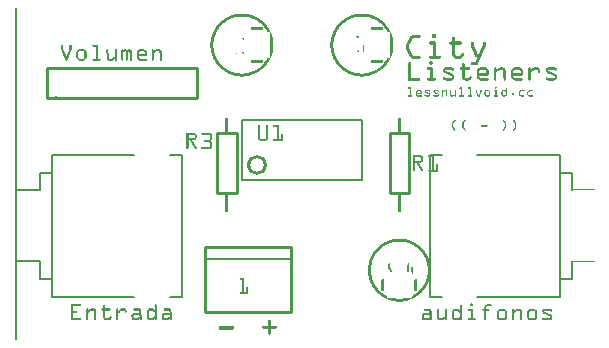
<source format=gto>
G04 MADE WITH FRITZING*
G04 WWW.FRITZING.ORG*
G04 DOUBLE SIDED*
G04 HOLES PLATED*
G04 CONTOUR ON CENTER OF CONTOUR VECTOR*
%ASAXBY*%
%FSLAX23Y23*%
%MOIN*%
%OFA0B0*%
%SFA1.0B1.0*%
%ADD10C,0.066567X0.046567*%
%ADD11C,0.008000*%
%ADD12C,0.010000*%
%ADD13C,0.005000*%
%ADD14R,0.001000X0.001000*%
%LNSILK1*%
G90*
G70*
G54D10*
X815Y584D03*
G54D11*
X765Y734D02*
X1165Y734D01*
D02*
X765Y734D02*
X765Y574D01*
D02*
X1165Y734D02*
X1165Y534D01*
D02*
X765Y534D02*
X1165Y534D01*
D02*
X765Y534D02*
X765Y574D01*
D02*
X765Y574D02*
X765Y594D01*
D02*
X1392Y146D02*
X1392Y618D01*
D02*
X1825Y146D02*
X1825Y205D01*
D02*
X1825Y559D02*
X1825Y618D01*
D02*
X1864Y205D02*
X1864Y264D01*
D02*
X1864Y500D02*
X1864Y559D01*
D02*
X1864Y559D02*
X1825Y559D01*
D02*
X1864Y205D02*
X1825Y205D01*
D02*
X1825Y146D02*
X1549Y146D01*
D02*
X1392Y146D02*
X1431Y146D01*
D02*
X1825Y146D02*
X1825Y618D01*
D02*
X1825Y618D02*
X1549Y618D01*
D02*
X1392Y618D02*
X1431Y618D01*
G54D12*
D02*
X641Y96D02*
X927Y96D01*
D02*
X927Y96D02*
X927Y312D01*
D02*
X927Y312D02*
X641Y312D01*
D02*
X641Y312D02*
X641Y96D01*
G54D13*
D02*
X927Y272D02*
X641Y272D01*
G54D12*
D02*
X1257Y492D02*
X1257Y692D01*
D02*
X1257Y692D02*
X1323Y692D01*
D02*
X1323Y692D02*
X1323Y492D01*
D02*
X1323Y492D02*
X1257Y492D01*
D02*
X115Y808D02*
X615Y808D01*
D02*
X615Y808D02*
X615Y908D01*
D02*
X615Y908D02*
X115Y908D01*
D02*
X115Y908D02*
X115Y808D01*
D02*
X682Y493D02*
X682Y693D01*
D02*
X682Y693D02*
X748Y693D01*
D02*
X748Y693D02*
X748Y493D01*
D02*
X748Y493D02*
X682Y493D01*
G54D11*
D02*
X564Y618D02*
X564Y146D01*
D02*
X131Y618D02*
X131Y559D01*
D02*
X131Y205D02*
X131Y146D01*
D02*
X91Y559D02*
X91Y500D01*
D02*
X91Y264D02*
X91Y205D01*
D02*
X91Y205D02*
X131Y205D01*
D02*
X91Y559D02*
X131Y559D01*
D02*
X13Y500D02*
X13Y264D01*
D02*
X13Y264D02*
X91Y264D01*
D02*
X13Y500D02*
X91Y500D01*
D02*
X131Y618D02*
X406Y618D01*
D02*
X564Y618D02*
X524Y618D01*
D02*
X131Y618D02*
X131Y146D01*
D02*
X131Y146D02*
X406Y146D01*
D02*
X564Y146D02*
X524Y146D01*
G54D14*
X7Y1108D02*
X15Y1108D01*
X7Y1107D02*
X14Y1107D01*
X7Y1106D02*
X14Y1106D01*
X7Y1105D02*
X14Y1105D01*
X7Y1104D02*
X14Y1104D01*
X7Y1103D02*
X14Y1103D01*
X7Y1102D02*
X14Y1102D01*
X7Y1101D02*
X14Y1101D01*
X7Y1100D02*
X14Y1100D01*
X7Y1099D02*
X14Y1099D01*
X7Y1098D02*
X14Y1098D01*
X7Y1097D02*
X14Y1097D01*
X7Y1096D02*
X14Y1096D01*
X7Y1095D02*
X14Y1095D01*
X7Y1094D02*
X14Y1094D01*
X7Y1093D02*
X14Y1093D01*
X7Y1092D02*
X14Y1092D01*
X7Y1091D02*
X14Y1091D01*
X7Y1090D02*
X14Y1090D01*
X7Y1089D02*
X14Y1089D01*
X754Y1089D02*
X775Y1089D01*
X1154Y1089D02*
X1175Y1089D01*
X7Y1088D02*
X14Y1088D01*
X747Y1088D02*
X782Y1088D01*
X1147Y1088D02*
X1182Y1088D01*
X7Y1087D02*
X14Y1087D01*
X742Y1087D02*
X787Y1087D01*
X1142Y1087D02*
X1187Y1087D01*
X7Y1086D02*
X14Y1086D01*
X738Y1086D02*
X791Y1086D01*
X1138Y1086D02*
X1191Y1086D01*
X7Y1085D02*
X14Y1085D01*
X735Y1085D02*
X794Y1085D01*
X1135Y1085D02*
X1194Y1085D01*
X7Y1084D02*
X14Y1084D01*
X732Y1084D02*
X797Y1084D01*
X1132Y1084D02*
X1197Y1084D01*
X7Y1083D02*
X14Y1083D01*
X729Y1083D02*
X800Y1083D01*
X1129Y1083D02*
X1200Y1083D01*
X7Y1082D02*
X14Y1082D01*
X726Y1082D02*
X803Y1082D01*
X1126Y1082D02*
X1202Y1082D01*
X7Y1081D02*
X14Y1081D01*
X724Y1081D02*
X805Y1081D01*
X1124Y1081D02*
X1205Y1081D01*
X7Y1080D02*
X14Y1080D01*
X722Y1080D02*
X807Y1080D01*
X1122Y1080D02*
X1207Y1080D01*
X7Y1079D02*
X14Y1079D01*
X720Y1079D02*
X753Y1079D01*
X776Y1079D02*
X809Y1079D01*
X1119Y1079D02*
X1153Y1079D01*
X1175Y1079D02*
X1209Y1079D01*
X7Y1078D02*
X14Y1078D01*
X718Y1078D02*
X746Y1078D01*
X782Y1078D02*
X811Y1078D01*
X1117Y1078D02*
X1146Y1078D01*
X1182Y1078D02*
X1211Y1078D01*
X7Y1077D02*
X14Y1077D01*
X716Y1077D02*
X742Y1077D01*
X787Y1077D02*
X813Y1077D01*
X1116Y1077D02*
X1141Y1077D01*
X1187Y1077D02*
X1213Y1077D01*
X7Y1076D02*
X14Y1076D01*
X714Y1076D02*
X738Y1076D01*
X791Y1076D02*
X815Y1076D01*
X1114Y1076D02*
X1138Y1076D01*
X1191Y1076D02*
X1215Y1076D01*
X7Y1075D02*
X14Y1075D01*
X712Y1075D02*
X734Y1075D01*
X795Y1075D02*
X817Y1075D01*
X1112Y1075D02*
X1134Y1075D01*
X1194Y1075D02*
X1217Y1075D01*
X7Y1074D02*
X14Y1074D01*
X711Y1074D02*
X731Y1074D01*
X798Y1074D02*
X818Y1074D01*
X1110Y1074D02*
X1131Y1074D01*
X1197Y1074D02*
X1218Y1074D01*
X7Y1073D02*
X14Y1073D01*
X709Y1073D02*
X729Y1073D01*
X800Y1073D02*
X820Y1073D01*
X1109Y1073D02*
X1129Y1073D01*
X1200Y1073D02*
X1220Y1073D01*
X7Y1072D02*
X14Y1072D01*
X707Y1072D02*
X726Y1072D01*
X803Y1072D02*
X822Y1072D01*
X1107Y1072D02*
X1126Y1072D01*
X1203Y1072D02*
X1221Y1072D01*
X7Y1071D02*
X14Y1071D01*
X706Y1071D02*
X724Y1071D01*
X805Y1071D02*
X823Y1071D01*
X1106Y1071D02*
X1124Y1071D01*
X1205Y1071D02*
X1223Y1071D01*
X7Y1070D02*
X14Y1070D01*
X705Y1070D02*
X722Y1070D01*
X807Y1070D02*
X824Y1070D01*
X1104Y1070D02*
X1122Y1070D01*
X1207Y1070D02*
X1224Y1070D01*
X7Y1069D02*
X14Y1069D01*
X703Y1069D02*
X720Y1069D01*
X809Y1069D02*
X826Y1069D01*
X1103Y1069D02*
X1120Y1069D01*
X1209Y1069D02*
X1226Y1069D01*
X7Y1068D02*
X14Y1068D01*
X702Y1068D02*
X718Y1068D01*
X811Y1068D02*
X827Y1068D01*
X1102Y1068D02*
X1118Y1068D01*
X1211Y1068D02*
X1227Y1068D01*
X7Y1067D02*
X14Y1067D01*
X701Y1067D02*
X716Y1067D01*
X813Y1067D02*
X828Y1067D01*
X1100Y1067D02*
X1116Y1067D01*
X1213Y1067D02*
X1228Y1067D01*
X7Y1066D02*
X14Y1066D01*
X699Y1066D02*
X714Y1066D01*
X815Y1066D02*
X830Y1066D01*
X1099Y1066D02*
X1114Y1066D01*
X1214Y1066D02*
X1230Y1066D01*
X7Y1065D02*
X14Y1065D01*
X698Y1065D02*
X713Y1065D01*
X816Y1065D02*
X831Y1065D01*
X1098Y1065D02*
X1113Y1065D01*
X1216Y1065D02*
X1231Y1065D01*
X7Y1064D02*
X14Y1064D01*
X697Y1064D02*
X711Y1064D01*
X818Y1064D02*
X832Y1064D01*
X1097Y1064D02*
X1111Y1064D01*
X1218Y1064D02*
X1232Y1064D01*
X7Y1063D02*
X14Y1063D01*
X696Y1063D02*
X710Y1063D01*
X819Y1063D02*
X833Y1063D01*
X1096Y1063D02*
X1110Y1063D01*
X1219Y1063D02*
X1233Y1063D01*
X7Y1062D02*
X14Y1062D01*
X695Y1062D02*
X708Y1062D01*
X821Y1062D02*
X834Y1062D01*
X1094Y1062D02*
X1108Y1062D01*
X1220Y1062D02*
X1234Y1062D01*
X7Y1061D02*
X14Y1061D01*
X694Y1061D02*
X707Y1061D01*
X822Y1061D02*
X835Y1061D01*
X1093Y1061D02*
X1107Y1061D01*
X1222Y1061D02*
X1235Y1061D01*
X7Y1060D02*
X14Y1060D01*
X693Y1060D02*
X706Y1060D01*
X823Y1060D02*
X836Y1060D01*
X1092Y1060D02*
X1106Y1060D01*
X1223Y1060D02*
X1236Y1060D01*
X7Y1059D02*
X14Y1059D01*
X691Y1059D02*
X704Y1059D01*
X825Y1059D02*
X838Y1059D01*
X1091Y1059D02*
X1104Y1059D01*
X1224Y1059D02*
X1237Y1059D01*
X7Y1058D02*
X14Y1058D01*
X690Y1058D02*
X703Y1058D01*
X826Y1058D02*
X838Y1058D01*
X1090Y1058D02*
X1103Y1058D01*
X1226Y1058D02*
X1238Y1058D01*
X7Y1057D02*
X14Y1057D01*
X690Y1057D02*
X702Y1057D01*
X827Y1057D02*
X839Y1057D01*
X1089Y1057D02*
X1102Y1057D01*
X1227Y1057D02*
X1239Y1057D01*
X7Y1056D02*
X14Y1056D01*
X689Y1056D02*
X701Y1056D01*
X828Y1056D02*
X840Y1056D01*
X1088Y1056D02*
X1101Y1056D01*
X1228Y1056D02*
X1240Y1056D01*
X7Y1055D02*
X14Y1055D01*
X688Y1055D02*
X700Y1055D01*
X829Y1055D02*
X841Y1055D01*
X1087Y1055D02*
X1100Y1055D01*
X1229Y1055D02*
X1241Y1055D01*
X7Y1054D02*
X14Y1054D01*
X687Y1054D02*
X699Y1054D01*
X830Y1054D02*
X842Y1054D01*
X1087Y1054D02*
X1098Y1054D01*
X1230Y1054D02*
X1242Y1054D01*
X7Y1053D02*
X14Y1053D01*
X686Y1053D02*
X698Y1053D01*
X831Y1053D02*
X843Y1053D01*
X1086Y1053D02*
X1097Y1053D01*
X1231Y1053D02*
X1243Y1053D01*
X7Y1052D02*
X14Y1052D01*
X685Y1052D02*
X697Y1052D01*
X832Y1052D02*
X844Y1052D01*
X1085Y1052D02*
X1096Y1052D01*
X1232Y1052D02*
X1244Y1052D01*
X7Y1051D02*
X14Y1051D01*
X684Y1051D02*
X696Y1051D01*
X833Y1051D02*
X845Y1051D01*
X1084Y1051D02*
X1095Y1051D01*
X1233Y1051D02*
X1245Y1051D01*
X7Y1050D02*
X14Y1050D01*
X683Y1050D02*
X695Y1050D01*
X834Y1050D02*
X846Y1050D01*
X1083Y1050D02*
X1094Y1050D01*
X1234Y1050D02*
X1245Y1050D01*
X7Y1049D02*
X14Y1049D01*
X683Y1049D02*
X694Y1049D01*
X835Y1049D02*
X846Y1049D01*
X1082Y1049D02*
X1094Y1049D01*
X1235Y1049D02*
X1246Y1049D01*
X7Y1048D02*
X14Y1048D01*
X682Y1048D02*
X693Y1048D01*
X836Y1048D02*
X847Y1048D01*
X1082Y1048D02*
X1093Y1048D01*
X1236Y1048D02*
X1247Y1048D01*
X7Y1047D02*
X14Y1047D01*
X681Y1047D02*
X692Y1047D01*
X837Y1047D02*
X848Y1047D01*
X1081Y1047D02*
X1092Y1047D01*
X1237Y1047D02*
X1248Y1047D01*
X7Y1046D02*
X14Y1046D01*
X680Y1046D02*
X691Y1046D01*
X838Y1046D02*
X849Y1046D01*
X1080Y1046D02*
X1091Y1046D01*
X1238Y1046D02*
X1249Y1046D01*
X7Y1045D02*
X14Y1045D01*
X680Y1045D02*
X690Y1045D01*
X799Y1045D02*
X830Y1045D01*
X839Y1045D02*
X849Y1045D01*
X1079Y1045D02*
X1090Y1045D01*
X1199Y1045D02*
X1230Y1045D01*
X1239Y1045D02*
X1249Y1045D01*
X7Y1044D02*
X14Y1044D01*
X679Y1044D02*
X689Y1044D01*
X797Y1044D02*
X832Y1044D01*
X840Y1044D02*
X850Y1044D01*
X1079Y1044D02*
X1089Y1044D01*
X1197Y1044D02*
X1232Y1044D01*
X1239Y1044D02*
X1250Y1044D01*
X7Y1043D02*
X14Y1043D01*
X678Y1043D02*
X689Y1043D01*
X796Y1043D02*
X833Y1043D01*
X840Y1043D02*
X851Y1043D01*
X1078Y1043D02*
X1089Y1043D01*
X1196Y1043D02*
X1233Y1043D01*
X1240Y1043D02*
X1251Y1043D01*
X7Y1042D02*
X14Y1042D01*
X677Y1042D02*
X688Y1042D01*
X795Y1042D02*
X834Y1042D01*
X841Y1042D02*
X851Y1042D01*
X1077Y1042D02*
X1088Y1042D01*
X1195Y1042D02*
X1234Y1042D01*
X1241Y1042D02*
X1251Y1042D01*
X7Y1041D02*
X14Y1041D01*
X677Y1041D02*
X687Y1041D01*
X795Y1041D02*
X834Y1041D01*
X842Y1041D02*
X852Y1041D01*
X1077Y1041D02*
X1087Y1041D01*
X1195Y1041D02*
X1234Y1041D01*
X1242Y1041D02*
X1252Y1041D01*
X7Y1040D02*
X14Y1040D01*
X676Y1040D02*
X686Y1040D01*
X795Y1040D02*
X834Y1040D01*
X843Y1040D02*
X853Y1040D01*
X1076Y1040D02*
X1086Y1040D01*
X1194Y1040D02*
X1234Y1040D01*
X1242Y1040D02*
X1253Y1040D01*
X7Y1039D02*
X14Y1039D01*
X676Y1039D02*
X686Y1039D01*
X795Y1039D02*
X834Y1039D01*
X843Y1039D02*
X853Y1039D01*
X1075Y1039D02*
X1086Y1039D01*
X1194Y1039D02*
X1234Y1039D01*
X1243Y1039D02*
X1253Y1039D01*
X7Y1038D02*
X14Y1038D01*
X675Y1038D02*
X685Y1038D01*
X795Y1038D02*
X834Y1038D01*
X844Y1038D02*
X854Y1038D01*
X1075Y1038D02*
X1085Y1038D01*
X1195Y1038D02*
X1234Y1038D01*
X1244Y1038D02*
X1254Y1038D01*
X7Y1037D02*
X14Y1037D01*
X674Y1037D02*
X684Y1037D01*
X795Y1037D02*
X834Y1037D01*
X845Y1037D02*
X855Y1037D01*
X1074Y1037D02*
X1084Y1037D01*
X1195Y1037D02*
X1234Y1037D01*
X1244Y1037D02*
X1254Y1037D01*
X7Y1036D02*
X14Y1036D01*
X674Y1036D02*
X684Y1036D01*
X796Y1036D02*
X833Y1036D01*
X845Y1036D02*
X855Y1036D01*
X1074Y1036D02*
X1084Y1036D01*
X1196Y1036D02*
X1233Y1036D01*
X1245Y1036D02*
X1255Y1036D01*
X7Y1035D02*
X14Y1035D01*
X673Y1035D02*
X683Y1035D01*
X797Y1035D02*
X832Y1035D01*
X846Y1035D02*
X856Y1035D01*
X1073Y1035D02*
X1083Y1035D01*
X1197Y1035D02*
X1232Y1035D01*
X1246Y1035D02*
X1256Y1035D01*
X7Y1034D02*
X14Y1034D01*
X673Y1034D02*
X682Y1034D01*
X846Y1034D02*
X856Y1034D01*
X1072Y1034D02*
X1082Y1034D01*
X1246Y1034D02*
X1256Y1034D01*
X7Y1033D02*
X14Y1033D01*
X672Y1033D02*
X682Y1033D01*
X847Y1033D02*
X857Y1033D01*
X1072Y1033D02*
X1082Y1033D01*
X1247Y1033D02*
X1257Y1033D01*
X7Y1032D02*
X14Y1032D01*
X672Y1032D02*
X681Y1032D01*
X848Y1032D02*
X857Y1032D01*
X1071Y1032D02*
X1081Y1032D01*
X1247Y1032D02*
X1257Y1032D01*
X7Y1031D02*
X14Y1031D01*
X671Y1031D02*
X681Y1031D01*
X848Y1031D02*
X858Y1031D01*
X1071Y1031D02*
X1081Y1031D01*
X1248Y1031D02*
X1258Y1031D01*
X7Y1030D02*
X14Y1030D01*
X671Y1030D02*
X680Y1030D01*
X849Y1030D02*
X858Y1030D01*
X1070Y1030D02*
X1080Y1030D01*
X1249Y1030D02*
X1258Y1030D01*
X7Y1029D02*
X14Y1029D01*
X670Y1029D02*
X680Y1029D01*
X849Y1029D02*
X859Y1029D01*
X1070Y1029D02*
X1080Y1029D01*
X1249Y1029D02*
X1259Y1029D01*
X7Y1028D02*
X14Y1028D01*
X670Y1028D02*
X679Y1028D01*
X850Y1028D02*
X859Y1028D01*
X1069Y1028D02*
X1079Y1028D01*
X1250Y1028D02*
X1259Y1028D01*
X7Y1027D02*
X14Y1027D01*
X669Y1027D02*
X679Y1027D01*
X857Y1027D02*
X860Y1027D01*
X1069Y1027D02*
X1079Y1027D01*
X1257Y1027D02*
X1260Y1027D01*
X7Y1026D02*
X14Y1026D01*
X669Y1026D02*
X678Y1026D01*
X857Y1026D02*
X860Y1026D01*
X1069Y1026D02*
X1078Y1026D01*
X1257Y1026D02*
X1260Y1026D01*
X7Y1025D02*
X14Y1025D01*
X668Y1025D02*
X678Y1025D01*
X857Y1025D02*
X861Y1025D01*
X1068Y1025D02*
X1078Y1025D01*
X1257Y1025D02*
X1261Y1025D01*
X7Y1024D02*
X14Y1024D01*
X668Y1024D02*
X677Y1024D01*
X857Y1024D02*
X861Y1024D01*
X1068Y1024D02*
X1077Y1024D01*
X1257Y1024D02*
X1261Y1024D01*
X7Y1023D02*
X14Y1023D01*
X667Y1023D02*
X677Y1023D01*
X857Y1023D02*
X861Y1023D01*
X1067Y1023D02*
X1077Y1023D01*
X1257Y1023D02*
X1261Y1023D01*
X7Y1022D02*
X14Y1022D01*
X667Y1022D02*
X676Y1022D01*
X857Y1022D02*
X862Y1022D01*
X1067Y1022D02*
X1076Y1022D01*
X1257Y1022D02*
X1262Y1022D01*
X7Y1021D02*
X14Y1021D01*
X667Y1021D02*
X676Y1021D01*
X857Y1021D02*
X862Y1021D01*
X1067Y1021D02*
X1076Y1021D01*
X1257Y1021D02*
X1262Y1021D01*
X1401Y1021D02*
X1409Y1021D01*
X7Y1020D02*
X14Y1020D01*
X666Y1020D02*
X676Y1020D01*
X857Y1020D02*
X863Y1020D01*
X1066Y1020D02*
X1076Y1020D01*
X1257Y1020D02*
X1263Y1020D01*
X1400Y1020D02*
X1411Y1020D01*
X7Y1019D02*
X14Y1019D01*
X666Y1019D02*
X675Y1019D01*
X857Y1019D02*
X863Y1019D01*
X1066Y1019D02*
X1075Y1019D01*
X1257Y1019D02*
X1263Y1019D01*
X1399Y1019D02*
X1411Y1019D01*
X7Y1018D02*
X14Y1018D01*
X666Y1018D02*
X675Y1018D01*
X857Y1018D02*
X863Y1018D01*
X1065Y1018D02*
X1075Y1018D01*
X1257Y1018D02*
X1263Y1018D01*
X1398Y1018D02*
X1412Y1018D01*
X7Y1017D02*
X14Y1017D01*
X665Y1017D02*
X675Y1017D01*
X857Y1017D02*
X864Y1017D01*
X1065Y1017D02*
X1074Y1017D01*
X1257Y1017D02*
X1264Y1017D01*
X1335Y1017D02*
X1356Y1017D01*
X1398Y1017D02*
X1412Y1017D01*
X7Y1016D02*
X14Y1016D01*
X665Y1016D02*
X674Y1016D01*
X857Y1016D02*
X864Y1016D01*
X1065Y1016D02*
X1074Y1016D01*
X1257Y1016D02*
X1264Y1016D01*
X1331Y1016D02*
X1358Y1016D01*
X1398Y1016D02*
X1412Y1016D01*
X7Y1015D02*
X14Y1015D01*
X665Y1015D02*
X674Y1015D01*
X857Y1015D02*
X864Y1015D01*
X1064Y1015D02*
X1074Y1015D01*
X1257Y1015D02*
X1264Y1015D01*
X1329Y1015D02*
X1359Y1015D01*
X1398Y1015D02*
X1412Y1015D01*
X7Y1014D02*
X14Y1014D01*
X664Y1014D02*
X674Y1014D01*
X857Y1014D02*
X865Y1014D01*
X1064Y1014D02*
X1073Y1014D01*
X1144Y1014D02*
X1152Y1014D01*
X1257Y1014D02*
X1264Y1014D01*
X1328Y1014D02*
X1359Y1014D01*
X1398Y1014D02*
X1412Y1014D01*
X7Y1013D02*
X14Y1013D01*
X664Y1013D02*
X673Y1013D01*
X857Y1013D02*
X865Y1013D01*
X1064Y1013D02*
X1073Y1013D01*
X1145Y1013D02*
X1153Y1013D01*
X1171Y1013D02*
X1171Y1013D01*
X1257Y1013D02*
X1265Y1013D01*
X1326Y1013D02*
X1360Y1013D01*
X1398Y1013D02*
X1412Y1013D01*
X7Y1012D02*
X14Y1012D01*
X664Y1012D02*
X673Y1012D01*
X857Y1012D02*
X865Y1012D01*
X1064Y1012D02*
X1073Y1012D01*
X1146Y1012D02*
X1154Y1012D01*
X1170Y1012D02*
X1171Y1012D01*
X1257Y1012D02*
X1265Y1012D01*
X1325Y1012D02*
X1360Y1012D01*
X1398Y1012D02*
X1412Y1012D01*
X1467Y1012D02*
X1472Y1012D01*
X7Y1011D02*
X14Y1011D01*
X663Y1011D02*
X673Y1011D01*
X857Y1011D02*
X865Y1011D01*
X1063Y1011D02*
X1072Y1011D01*
X1147Y1011D02*
X1154Y1011D01*
X1170Y1011D02*
X1171Y1011D01*
X1257Y1011D02*
X1265Y1011D01*
X1325Y1011D02*
X1360Y1011D01*
X1398Y1011D02*
X1412Y1011D01*
X1466Y1011D02*
X1473Y1011D01*
X7Y1010D02*
X14Y1010D01*
X663Y1010D02*
X672Y1010D01*
X857Y1010D02*
X866Y1010D01*
X1063Y1010D02*
X1072Y1010D01*
X1148Y1010D02*
X1153Y1010D01*
X1171Y1010D02*
X1171Y1010D01*
X1257Y1010D02*
X1266Y1010D01*
X1324Y1010D02*
X1359Y1010D01*
X1399Y1010D02*
X1412Y1010D01*
X1466Y1010D02*
X1474Y1010D01*
X7Y1009D02*
X14Y1009D01*
X663Y1009D02*
X672Y1009D01*
X857Y1009D02*
X866Y1009D01*
X1063Y1009D02*
X1072Y1009D01*
X1148Y1009D02*
X1153Y1009D01*
X1171Y1009D02*
X1171Y1009D01*
X1257Y1009D02*
X1266Y1009D01*
X1324Y1009D02*
X1359Y1009D01*
X1399Y1009D02*
X1411Y1009D01*
X1466Y1009D02*
X1474Y1009D01*
X7Y1008D02*
X14Y1008D01*
X663Y1008D02*
X672Y1008D01*
X767Y1008D02*
X771Y1008D01*
X857Y1008D02*
X866Y1008D01*
X1063Y1008D02*
X1072Y1008D01*
X1149Y1008D02*
X1152Y1008D01*
X1257Y1008D02*
X1266Y1008D01*
X1323Y1008D02*
X1358Y1008D01*
X1400Y1008D02*
X1410Y1008D01*
X1465Y1008D02*
X1475Y1008D01*
X7Y1007D02*
X14Y1007D01*
X663Y1007D02*
X672Y1007D01*
X766Y1007D02*
X771Y1007D01*
X857Y1007D02*
X866Y1007D01*
X1062Y1007D02*
X1071Y1007D01*
X1257Y1007D02*
X1266Y1007D01*
X1323Y1007D02*
X1335Y1007D01*
X1465Y1007D02*
X1475Y1007D01*
X7Y1006D02*
X14Y1006D01*
X662Y1006D02*
X671Y1006D01*
X766Y1006D02*
X771Y1006D01*
X858Y1006D02*
X867Y1006D01*
X1062Y1006D02*
X1071Y1006D01*
X1257Y1006D02*
X1267Y1006D01*
X1322Y1006D02*
X1333Y1006D01*
X1465Y1006D02*
X1475Y1006D01*
X7Y1005D02*
X14Y1005D01*
X662Y1005D02*
X671Y1005D01*
X766Y1005D02*
X771Y1005D01*
X858Y1005D02*
X867Y1005D01*
X1062Y1005D02*
X1071Y1005D01*
X1258Y1005D02*
X1267Y1005D01*
X1322Y1005D02*
X1332Y1005D01*
X1465Y1005D02*
X1475Y1005D01*
X7Y1004D02*
X14Y1004D01*
X662Y1004D02*
X671Y1004D01*
X766Y1004D02*
X771Y1004D01*
X858Y1004D02*
X867Y1004D01*
X1062Y1004D02*
X1071Y1004D01*
X1258Y1004D02*
X1267Y1004D01*
X1321Y1004D02*
X1332Y1004D01*
X1465Y1004D02*
X1475Y1004D01*
X7Y1003D02*
X14Y1003D01*
X662Y1003D02*
X671Y1003D01*
X767Y1003D02*
X771Y1003D01*
X858Y1003D02*
X867Y1003D01*
X1062Y1003D02*
X1071Y1003D01*
X1258Y1003D02*
X1267Y1003D01*
X1321Y1003D02*
X1331Y1003D01*
X1465Y1003D02*
X1475Y1003D01*
X7Y1002D02*
X14Y1002D01*
X662Y1002D02*
X671Y1002D01*
X768Y1002D02*
X771Y1002D01*
X858Y1002D02*
X867Y1002D01*
X1061Y1002D02*
X1070Y1002D01*
X1258Y1002D02*
X1267Y1002D01*
X1320Y1002D02*
X1331Y1002D01*
X1465Y1002D02*
X1475Y1002D01*
X7Y1001D02*
X14Y1001D01*
X661Y1001D02*
X670Y1001D01*
X859Y1001D02*
X868Y1001D01*
X1061Y1001D02*
X1070Y1001D01*
X1258Y1001D02*
X1267Y1001D01*
X1320Y1001D02*
X1330Y1001D01*
X1465Y1001D02*
X1475Y1001D01*
X7Y1000D02*
X14Y1000D01*
X661Y1000D02*
X670Y1000D01*
X859Y1000D02*
X868Y1000D01*
X1061Y1000D02*
X1070Y1000D01*
X1259Y1000D02*
X1268Y1000D01*
X1319Y1000D02*
X1330Y1000D01*
X1465Y1000D02*
X1475Y1000D01*
X7Y999D02*
X14Y999D01*
X661Y999D02*
X670Y999D01*
X859Y999D02*
X868Y999D01*
X1061Y999D02*
X1070Y999D01*
X1259Y999D02*
X1268Y999D01*
X1319Y999D02*
X1329Y999D01*
X1465Y999D02*
X1475Y999D01*
X7Y998D02*
X14Y998D01*
X661Y998D02*
X670Y998D01*
X859Y998D02*
X868Y998D01*
X1061Y998D02*
X1070Y998D01*
X1259Y998D02*
X1268Y998D01*
X1318Y998D02*
X1328Y998D01*
X1465Y998D02*
X1475Y998D01*
X7Y997D02*
X14Y997D01*
X661Y997D02*
X670Y997D01*
X859Y997D02*
X868Y997D01*
X1061Y997D02*
X1070Y997D01*
X1259Y997D02*
X1268Y997D01*
X1318Y997D02*
X1328Y997D01*
X1465Y997D02*
X1475Y997D01*
X7Y996D02*
X14Y996D01*
X661Y996D02*
X670Y996D01*
X859Y996D02*
X868Y996D01*
X1061Y996D02*
X1070Y996D01*
X1259Y996D02*
X1268Y996D01*
X1317Y996D02*
X1327Y996D01*
X1393Y996D02*
X1407Y996D01*
X1461Y996D02*
X1494Y996D01*
X7Y995D02*
X14Y995D01*
X661Y995D02*
X670Y995D01*
X859Y995D02*
X868Y995D01*
X1060Y995D02*
X1069Y995D01*
X1259Y995D02*
X1268Y995D01*
X1317Y995D02*
X1327Y995D01*
X1390Y995D02*
X1410Y995D01*
X1458Y995D02*
X1497Y995D01*
X1530Y995D02*
X1535Y995D01*
X1569Y995D02*
X1575Y995D01*
X7Y994D02*
X14Y994D01*
X660Y994D02*
X669Y994D01*
X859Y994D02*
X868Y994D01*
X1060Y994D02*
X1069Y994D01*
X1259Y994D02*
X1268Y994D01*
X1316Y994D02*
X1326Y994D01*
X1389Y994D02*
X1411Y994D01*
X1457Y994D02*
X1498Y994D01*
X1529Y994D02*
X1536Y994D01*
X1568Y994D02*
X1576Y994D01*
X7Y993D02*
X14Y993D01*
X660Y993D02*
X669Y993D01*
X860Y993D02*
X869Y993D01*
X1060Y993D02*
X1069Y993D01*
X1259Y993D02*
X1268Y993D01*
X1316Y993D02*
X1326Y993D01*
X1389Y993D02*
X1412Y993D01*
X1456Y993D02*
X1499Y993D01*
X1528Y993D02*
X1536Y993D01*
X1568Y993D02*
X1576Y993D01*
X7Y992D02*
X14Y992D01*
X660Y992D02*
X669Y992D01*
X860Y992D02*
X869Y992D01*
X1060Y992D02*
X1069Y992D01*
X1260Y992D02*
X1268Y992D01*
X1315Y992D02*
X1325Y992D01*
X1388Y992D02*
X1412Y992D01*
X1456Y992D02*
X1499Y992D01*
X1528Y992D02*
X1537Y992D01*
X1568Y992D02*
X1576Y992D01*
X7Y991D02*
X14Y991D01*
X660Y991D02*
X669Y991D01*
X860Y991D02*
X869Y991D01*
X1060Y991D02*
X1069Y991D01*
X1260Y991D02*
X1269Y991D01*
X1315Y991D02*
X1325Y991D01*
X1388Y991D02*
X1412Y991D01*
X1456Y991D02*
X1499Y991D01*
X1528Y991D02*
X1537Y991D01*
X1567Y991D02*
X1577Y991D01*
X7Y990D02*
X14Y990D01*
X660Y990D02*
X669Y990D01*
X860Y990D02*
X869Y990D01*
X1060Y990D02*
X1069Y990D01*
X1260Y990D02*
X1269Y990D01*
X1314Y990D02*
X1324Y990D01*
X1388Y990D02*
X1412Y990D01*
X1456Y990D02*
X1499Y990D01*
X1528Y990D02*
X1537Y990D01*
X1567Y990D02*
X1577Y990D01*
X7Y989D02*
X14Y989D01*
X660Y989D02*
X669Y989D01*
X860Y989D02*
X869Y989D01*
X1060Y989D02*
X1069Y989D01*
X1260Y989D02*
X1269Y989D01*
X1314Y989D02*
X1324Y989D01*
X1389Y989D02*
X1412Y989D01*
X1456Y989D02*
X1499Y989D01*
X1528Y989D02*
X1537Y989D01*
X1567Y989D02*
X1577Y989D01*
X7Y988D02*
X14Y988D01*
X660Y988D02*
X669Y988D01*
X860Y988D02*
X869Y988D01*
X1060Y988D02*
X1069Y988D01*
X1171Y988D02*
X1171Y988D01*
X1260Y988D02*
X1269Y988D01*
X1313Y988D02*
X1323Y988D01*
X1389Y988D02*
X1412Y988D01*
X1456Y988D02*
X1498Y988D01*
X1528Y988D02*
X1537Y988D01*
X1567Y988D02*
X1577Y988D01*
X7Y987D02*
X14Y987D01*
X660Y987D02*
X669Y987D01*
X860Y987D02*
X869Y987D01*
X1060Y987D02*
X1069Y987D01*
X1171Y987D02*
X1171Y987D01*
X1260Y987D02*
X1269Y987D01*
X1313Y987D02*
X1323Y987D01*
X1390Y987D02*
X1412Y987D01*
X1457Y987D02*
X1497Y987D01*
X1528Y987D02*
X1537Y987D01*
X1567Y987D02*
X1577Y987D01*
X7Y986D02*
X14Y986D01*
X660Y986D02*
X669Y986D01*
X860Y986D02*
X869Y986D01*
X1060Y986D02*
X1069Y986D01*
X1171Y986D02*
X1171Y986D01*
X1260Y986D02*
X1269Y986D01*
X1312Y986D02*
X1322Y986D01*
X1392Y986D02*
X1412Y986D01*
X1460Y986D02*
X1495Y986D01*
X1528Y986D02*
X1537Y986D01*
X1567Y986D02*
X1577Y986D01*
X7Y985D02*
X14Y985D01*
X164Y985D02*
X167Y985D01*
X192Y985D02*
X195Y985D01*
X268Y985D02*
X281Y985D01*
X660Y985D02*
X669Y985D01*
X860Y985D02*
X869Y985D01*
X1060Y985D02*
X1069Y985D01*
X1170Y985D02*
X1171Y985D01*
X1260Y985D02*
X1269Y985D01*
X1312Y985D02*
X1322Y985D01*
X1403Y985D02*
X1412Y985D01*
X1465Y985D02*
X1475Y985D01*
X1528Y985D02*
X1537Y985D01*
X1567Y985D02*
X1577Y985D01*
X7Y984D02*
X14Y984D01*
X163Y984D02*
X168Y984D01*
X191Y984D02*
X196Y984D01*
X267Y984D02*
X282Y984D01*
X660Y984D02*
X669Y984D01*
X860Y984D02*
X869Y984D01*
X1060Y984D02*
X1069Y984D01*
X1170Y984D02*
X1171Y984D01*
X1260Y984D02*
X1269Y984D01*
X1312Y984D02*
X1321Y984D01*
X1403Y984D02*
X1412Y984D01*
X1465Y984D02*
X1475Y984D01*
X1528Y984D02*
X1537Y984D01*
X1567Y984D02*
X1577Y984D01*
X7Y983D02*
X14Y983D01*
X163Y983D02*
X169Y983D01*
X190Y983D02*
X196Y983D01*
X266Y983D02*
X283Y983D01*
X660Y983D02*
X669Y983D01*
X860Y983D02*
X869Y983D01*
X1060Y983D02*
X1069Y983D01*
X1170Y983D02*
X1171Y983D01*
X1260Y983D02*
X1269Y983D01*
X1311Y983D02*
X1321Y983D01*
X1403Y983D02*
X1412Y983D01*
X1465Y983D02*
X1475Y983D01*
X1528Y983D02*
X1537Y983D01*
X1567Y983D02*
X1577Y983D01*
X7Y982D02*
X14Y982D01*
X163Y982D02*
X169Y982D01*
X190Y982D02*
X196Y982D01*
X266Y982D02*
X283Y982D01*
X660Y982D02*
X669Y982D01*
X860Y982D02*
X869Y982D01*
X1060Y982D02*
X1069Y982D01*
X1170Y982D02*
X1171Y982D01*
X1260Y982D02*
X1269Y982D01*
X1311Y982D02*
X1321Y982D01*
X1403Y982D02*
X1412Y982D01*
X1465Y982D02*
X1475Y982D01*
X1528Y982D02*
X1538Y982D01*
X1567Y982D02*
X1577Y982D01*
X7Y981D02*
X14Y981D01*
X163Y981D02*
X169Y981D01*
X190Y981D02*
X196Y981D01*
X267Y981D02*
X283Y981D01*
X660Y981D02*
X669Y981D01*
X860Y981D02*
X869Y981D01*
X1060Y981D02*
X1069Y981D01*
X1170Y981D02*
X1171Y981D01*
X1260Y981D02*
X1269Y981D01*
X1311Y981D02*
X1320Y981D01*
X1403Y981D02*
X1412Y981D01*
X1465Y981D02*
X1475Y981D01*
X1528Y981D02*
X1538Y981D01*
X1566Y981D02*
X1576Y981D01*
X7Y980D02*
X14Y980D01*
X163Y980D02*
X169Y980D01*
X190Y980D02*
X196Y980D01*
X267Y980D02*
X283Y980D01*
X660Y980D02*
X669Y980D01*
X860Y980D02*
X869Y980D01*
X1060Y980D02*
X1069Y980D01*
X1170Y980D02*
X1171Y980D01*
X1260Y980D02*
X1269Y980D01*
X1311Y980D02*
X1320Y980D01*
X1403Y980D02*
X1412Y980D01*
X1465Y980D02*
X1475Y980D01*
X1528Y980D02*
X1538Y980D01*
X1566Y980D02*
X1576Y980D01*
X7Y979D02*
X14Y979D01*
X163Y979D02*
X169Y979D01*
X190Y979D02*
X196Y979D01*
X269Y979D02*
X283Y979D01*
X660Y979D02*
X669Y979D01*
X860Y979D02*
X869Y979D01*
X1060Y979D02*
X1069Y979D01*
X1170Y979D02*
X1171Y979D01*
X1260Y979D02*
X1269Y979D01*
X1311Y979D02*
X1320Y979D01*
X1403Y979D02*
X1412Y979D01*
X1465Y979D02*
X1475Y979D01*
X1529Y979D02*
X1539Y979D01*
X1565Y979D02*
X1575Y979D01*
X7Y978D02*
X14Y978D01*
X163Y978D02*
X169Y978D01*
X190Y978D02*
X196Y978D01*
X277Y978D02*
X283Y978D01*
X660Y978D02*
X669Y978D01*
X860Y978D02*
X869Y978D01*
X1060Y978D02*
X1069Y978D01*
X1170Y978D02*
X1171Y978D01*
X1260Y978D02*
X1269Y978D01*
X1311Y978D02*
X1320Y978D01*
X1403Y978D02*
X1412Y978D01*
X1465Y978D02*
X1475Y978D01*
X1529Y978D02*
X1539Y978D01*
X1565Y978D02*
X1575Y978D01*
X7Y977D02*
X14Y977D01*
X163Y977D02*
X169Y977D01*
X190Y977D02*
X196Y977D01*
X277Y977D02*
X283Y977D01*
X660Y977D02*
X669Y977D01*
X860Y977D02*
X869Y977D01*
X1060Y977D02*
X1069Y977D01*
X1170Y977D02*
X1171Y977D01*
X1259Y977D02*
X1268Y977D01*
X1311Y977D02*
X1320Y977D01*
X1403Y977D02*
X1412Y977D01*
X1465Y977D02*
X1475Y977D01*
X1530Y977D02*
X1540Y977D01*
X1565Y977D02*
X1575Y977D01*
X7Y976D02*
X14Y976D01*
X163Y976D02*
X169Y976D01*
X190Y976D02*
X196Y976D01*
X277Y976D02*
X283Y976D01*
X660Y976D02*
X669Y976D01*
X860Y976D02*
X869Y976D01*
X1060Y976D02*
X1069Y976D01*
X1170Y976D02*
X1171Y976D01*
X1259Y976D02*
X1268Y976D01*
X1311Y976D02*
X1320Y976D01*
X1403Y976D02*
X1412Y976D01*
X1465Y976D02*
X1475Y976D01*
X1530Y976D02*
X1540Y976D01*
X1564Y976D02*
X1574Y976D01*
X7Y975D02*
X14Y975D01*
X163Y975D02*
X169Y975D01*
X190Y975D02*
X196Y975D01*
X277Y975D02*
X283Y975D01*
X660Y975D02*
X669Y975D01*
X859Y975D02*
X868Y975D01*
X1060Y975D02*
X1069Y975D01*
X1170Y975D02*
X1171Y975D01*
X1259Y975D02*
X1268Y975D01*
X1311Y975D02*
X1320Y975D01*
X1403Y975D02*
X1412Y975D01*
X1465Y975D02*
X1475Y975D01*
X1531Y975D02*
X1541Y975D01*
X1564Y975D02*
X1574Y975D01*
X7Y974D02*
X14Y974D01*
X163Y974D02*
X169Y974D01*
X190Y974D02*
X196Y974D01*
X277Y974D02*
X283Y974D01*
X661Y974D02*
X670Y974D01*
X859Y974D02*
X868Y974D01*
X1060Y974D02*
X1069Y974D01*
X1170Y974D02*
X1171Y974D01*
X1259Y974D02*
X1268Y974D01*
X1311Y974D02*
X1321Y974D01*
X1403Y974D02*
X1412Y974D01*
X1465Y974D02*
X1475Y974D01*
X1531Y974D02*
X1541Y974D01*
X1563Y974D02*
X1573Y974D01*
X7Y973D02*
X14Y973D01*
X163Y973D02*
X169Y973D01*
X190Y973D02*
X196Y973D01*
X277Y973D02*
X283Y973D01*
X661Y973D02*
X670Y973D01*
X859Y973D02*
X868Y973D01*
X1061Y973D02*
X1070Y973D01*
X1170Y973D02*
X1171Y973D01*
X1259Y973D02*
X1268Y973D01*
X1312Y973D02*
X1321Y973D01*
X1403Y973D02*
X1412Y973D01*
X1465Y973D02*
X1475Y973D01*
X1531Y973D02*
X1541Y973D01*
X1563Y973D02*
X1573Y973D01*
X7Y972D02*
X14Y972D01*
X163Y972D02*
X169Y972D01*
X190Y972D02*
X196Y972D01*
X277Y972D02*
X283Y972D01*
X661Y972D02*
X670Y972D01*
X859Y972D02*
X868Y972D01*
X1061Y972D02*
X1070Y972D01*
X1170Y972D02*
X1171Y972D01*
X1259Y972D02*
X1268Y972D01*
X1312Y972D02*
X1322Y972D01*
X1403Y972D02*
X1412Y972D01*
X1465Y972D02*
X1475Y972D01*
X1532Y972D02*
X1542Y972D01*
X1562Y972D02*
X1572Y972D01*
X7Y971D02*
X14Y971D01*
X163Y971D02*
X169Y971D01*
X190Y971D02*
X196Y971D01*
X225Y971D02*
X234Y971D01*
X277Y971D02*
X283Y971D01*
X316Y971D02*
X316Y971D01*
X366Y971D02*
X366Y971D01*
X375Y971D02*
X375Y971D01*
X426Y971D02*
X435Y971D01*
X482Y971D02*
X487Y971D01*
X661Y971D02*
X670Y971D01*
X859Y971D02*
X868Y971D01*
X1061Y971D02*
X1070Y971D01*
X1170Y971D02*
X1171Y971D01*
X1259Y971D02*
X1268Y971D01*
X1312Y971D02*
X1322Y971D01*
X1403Y971D02*
X1412Y971D01*
X1465Y971D02*
X1475Y971D01*
X1532Y971D02*
X1542Y971D01*
X1562Y971D02*
X1572Y971D01*
X7Y970D02*
X14Y970D01*
X163Y970D02*
X169Y970D01*
X190Y970D02*
X196Y970D01*
X221Y970D02*
X238Y970D01*
X277Y970D02*
X283Y970D01*
X314Y970D02*
X318Y970D01*
X342Y970D02*
X346Y970D01*
X364Y970D02*
X368Y970D01*
X372Y970D02*
X379Y970D01*
X385Y970D02*
X392Y970D01*
X422Y970D02*
X439Y970D01*
X465Y970D02*
X469Y970D01*
X479Y970D02*
X491Y970D01*
X661Y970D02*
X670Y970D01*
X859Y970D02*
X868Y970D01*
X1061Y970D02*
X1070Y970D01*
X1170Y970D02*
X1171Y970D01*
X1259Y970D02*
X1268Y970D01*
X1313Y970D02*
X1323Y970D01*
X1403Y970D02*
X1412Y970D01*
X1465Y970D02*
X1475Y970D01*
X1533Y970D02*
X1543Y970D01*
X1561Y970D02*
X1572Y970D01*
X7Y969D02*
X14Y969D01*
X163Y969D02*
X169Y969D01*
X189Y969D02*
X196Y969D01*
X220Y969D02*
X239Y969D01*
X277Y969D02*
X283Y969D01*
X313Y969D02*
X319Y969D01*
X341Y969D02*
X346Y969D01*
X363Y969D02*
X380Y969D01*
X384Y969D02*
X393Y969D01*
X420Y969D02*
X440Y969D01*
X464Y969D02*
X469Y969D01*
X477Y969D02*
X492Y969D01*
X661Y969D02*
X670Y969D01*
X859Y969D02*
X868Y969D01*
X1061Y969D02*
X1070Y969D01*
X1170Y969D02*
X1171Y969D01*
X1259Y969D02*
X1268Y969D01*
X1313Y969D02*
X1323Y969D01*
X1403Y969D02*
X1412Y969D01*
X1465Y969D02*
X1475Y969D01*
X1533Y969D02*
X1543Y969D01*
X1561Y969D02*
X1571Y969D01*
X7Y968D02*
X14Y968D01*
X163Y968D02*
X170Y968D01*
X189Y968D02*
X195Y968D01*
X218Y968D02*
X241Y968D01*
X277Y968D02*
X283Y968D01*
X313Y968D02*
X319Y968D01*
X341Y968D02*
X347Y968D01*
X363Y968D02*
X381Y968D01*
X383Y968D02*
X394Y968D01*
X419Y968D02*
X442Y968D01*
X464Y968D02*
X470Y968D01*
X475Y968D02*
X493Y968D01*
X661Y968D02*
X670Y968D01*
X859Y968D02*
X868Y968D01*
X1061Y968D02*
X1070Y968D01*
X1170Y968D02*
X1171Y968D01*
X1258Y968D02*
X1267Y968D01*
X1313Y968D02*
X1324Y968D01*
X1403Y968D02*
X1412Y968D01*
X1465Y968D02*
X1475Y968D01*
X1534Y968D02*
X1544Y968D01*
X1561Y968D02*
X1571Y968D01*
X7Y967D02*
X14Y967D01*
X164Y967D02*
X170Y967D01*
X189Y967D02*
X195Y967D01*
X217Y967D02*
X242Y967D01*
X277Y967D02*
X283Y967D01*
X313Y967D02*
X319Y967D01*
X341Y967D02*
X347Y967D01*
X363Y967D02*
X395Y967D01*
X418Y967D02*
X443Y967D01*
X464Y967D02*
X470Y967D01*
X474Y967D02*
X494Y967D01*
X662Y967D02*
X671Y967D01*
X858Y967D02*
X867Y967D01*
X1061Y967D02*
X1070Y967D01*
X1170Y967D02*
X1171Y967D01*
X1258Y967D02*
X1267Y967D01*
X1314Y967D02*
X1324Y967D01*
X1403Y967D02*
X1412Y967D01*
X1465Y967D02*
X1475Y967D01*
X1534Y967D02*
X1544Y967D01*
X1560Y967D02*
X1570Y967D01*
X7Y966D02*
X14Y966D01*
X164Y966D02*
X171Y966D01*
X188Y966D02*
X195Y966D01*
X216Y966D02*
X243Y966D01*
X277Y966D02*
X283Y966D01*
X313Y966D02*
X319Y966D01*
X341Y966D02*
X347Y966D01*
X363Y966D02*
X396Y966D01*
X417Y966D02*
X444Y966D01*
X464Y966D02*
X470Y966D01*
X472Y966D02*
X495Y966D01*
X662Y966D02*
X671Y966D01*
X858Y966D02*
X867Y966D01*
X1062Y966D02*
X1071Y966D01*
X1152Y966D02*
X1153Y966D01*
X1170Y966D02*
X1171Y966D01*
X1258Y966D02*
X1267Y966D01*
X1314Y966D02*
X1325Y966D01*
X1403Y966D02*
X1412Y966D01*
X1465Y966D02*
X1475Y966D01*
X1535Y966D02*
X1545Y966D01*
X1560Y966D02*
X1570Y966D01*
X7Y965D02*
X14Y965D01*
X164Y965D02*
X171Y965D01*
X188Y965D02*
X194Y965D01*
X215Y965D02*
X244Y965D01*
X277Y965D02*
X283Y965D01*
X313Y965D02*
X319Y965D01*
X341Y965D02*
X347Y965D01*
X363Y965D02*
X396Y965D01*
X416Y965D02*
X445Y965D01*
X464Y965D02*
X495Y965D01*
X662Y965D02*
X671Y965D01*
X858Y965D02*
X867Y965D01*
X1062Y965D02*
X1071Y965D01*
X1152Y965D02*
X1154Y965D01*
X1170Y965D02*
X1171Y965D01*
X1258Y965D02*
X1267Y965D01*
X1315Y965D02*
X1325Y965D01*
X1403Y965D02*
X1412Y965D01*
X1465Y965D02*
X1475Y965D01*
X1535Y965D02*
X1545Y965D01*
X1559Y965D02*
X1569Y965D01*
X7Y964D02*
X14Y964D01*
X165Y964D02*
X171Y964D01*
X187Y964D02*
X194Y964D01*
X214Y964D02*
X224Y964D01*
X234Y964D02*
X245Y964D01*
X277Y964D02*
X283Y964D01*
X313Y964D02*
X319Y964D01*
X341Y964D02*
X347Y964D01*
X363Y964D02*
X374Y964D01*
X376Y964D02*
X396Y964D01*
X415Y964D02*
X425Y964D01*
X435Y964D02*
X446Y964D01*
X464Y964D02*
X481Y964D01*
X487Y964D02*
X496Y964D01*
X662Y964D02*
X671Y964D01*
X858Y964D02*
X867Y964D01*
X1062Y964D02*
X1071Y964D01*
X1151Y964D02*
X1154Y964D01*
X1170Y964D02*
X1171Y964D01*
X1258Y964D02*
X1267Y964D01*
X1315Y964D02*
X1326Y964D01*
X1403Y964D02*
X1412Y964D01*
X1465Y964D02*
X1475Y964D01*
X1535Y964D02*
X1545Y964D01*
X1559Y964D02*
X1569Y964D01*
X7Y963D02*
X14Y963D01*
X165Y963D02*
X172Y963D01*
X187Y963D02*
X194Y963D01*
X214Y963D02*
X222Y963D01*
X237Y963D02*
X245Y963D01*
X277Y963D02*
X283Y963D01*
X313Y963D02*
X319Y963D01*
X341Y963D02*
X347Y963D01*
X363Y963D02*
X373Y963D01*
X377Y963D02*
X387Y963D01*
X390Y963D02*
X396Y963D01*
X415Y963D02*
X423Y963D01*
X438Y963D02*
X446Y963D01*
X464Y963D02*
X479Y963D01*
X489Y963D02*
X496Y963D01*
X662Y963D02*
X671Y963D01*
X858Y963D02*
X867Y963D01*
X1062Y963D02*
X1071Y963D01*
X1150Y963D02*
X1153Y963D01*
X1170Y963D02*
X1171Y963D01*
X1257Y963D02*
X1266Y963D01*
X1316Y963D02*
X1326Y963D01*
X1403Y963D02*
X1412Y963D01*
X1465Y963D02*
X1475Y963D01*
X1536Y963D02*
X1546Y963D01*
X1558Y963D02*
X1568Y963D01*
X7Y962D02*
X14Y962D01*
X166Y962D02*
X172Y962D01*
X187Y962D02*
X193Y962D01*
X213Y962D02*
X221Y962D01*
X238Y962D02*
X246Y962D01*
X277Y962D02*
X283Y962D01*
X313Y962D02*
X319Y962D01*
X341Y962D02*
X347Y962D01*
X363Y962D02*
X372Y962D01*
X377Y962D02*
X385Y962D01*
X390Y962D02*
X396Y962D01*
X414Y962D02*
X422Y962D01*
X439Y962D02*
X446Y962D01*
X464Y962D02*
X478Y962D01*
X490Y962D02*
X496Y962D01*
X663Y962D02*
X672Y962D01*
X857Y962D02*
X866Y962D01*
X1062Y962D02*
X1072Y962D01*
X1150Y962D02*
X1153Y962D01*
X1170Y962D02*
X1171Y962D01*
X1257Y962D02*
X1266Y962D01*
X1316Y962D02*
X1327Y962D01*
X1403Y962D02*
X1412Y962D01*
X1465Y962D02*
X1475Y962D01*
X1536Y962D02*
X1546Y962D01*
X1558Y962D02*
X1568Y962D01*
X7Y961D02*
X14Y961D01*
X166Y961D02*
X173Y961D01*
X186Y961D02*
X193Y961D01*
X213Y961D02*
X220Y961D01*
X239Y961D02*
X246Y961D01*
X277Y961D02*
X283Y961D01*
X313Y961D02*
X319Y961D01*
X341Y961D02*
X347Y961D01*
X363Y961D02*
X371Y961D01*
X377Y961D02*
X384Y961D01*
X390Y961D02*
X396Y961D01*
X414Y961D02*
X421Y961D01*
X440Y961D02*
X447Y961D01*
X464Y961D02*
X476Y961D01*
X490Y961D02*
X496Y961D01*
X663Y961D02*
X672Y961D01*
X767Y961D02*
X771Y961D01*
X857Y961D02*
X866Y961D01*
X1063Y961D02*
X1072Y961D01*
X1149Y961D02*
X1152Y961D01*
X1170Y961D02*
X1171Y961D01*
X1257Y961D02*
X1266Y961D01*
X1317Y961D02*
X1327Y961D01*
X1403Y961D02*
X1412Y961D01*
X1465Y961D02*
X1475Y961D01*
X1537Y961D02*
X1547Y961D01*
X1557Y961D02*
X1568Y961D01*
X7Y960D02*
X14Y960D01*
X166Y960D02*
X173Y960D01*
X186Y960D02*
X192Y960D01*
X213Y960D02*
X219Y960D01*
X240Y960D02*
X246Y960D01*
X277Y960D02*
X283Y960D01*
X313Y960D02*
X319Y960D01*
X341Y960D02*
X347Y960D01*
X363Y960D02*
X369Y960D01*
X377Y960D02*
X383Y960D01*
X390Y960D02*
X396Y960D01*
X414Y960D02*
X420Y960D01*
X441Y960D02*
X447Y960D01*
X464Y960D02*
X475Y960D01*
X490Y960D02*
X496Y960D01*
X663Y960D02*
X672Y960D01*
X748Y960D02*
X749Y960D01*
X766Y960D02*
X771Y960D01*
X857Y960D02*
X866Y960D01*
X1063Y960D02*
X1072Y960D01*
X1257Y960D02*
X1266Y960D01*
X1317Y960D02*
X1328Y960D01*
X1403Y960D02*
X1412Y960D01*
X1465Y960D02*
X1475Y960D01*
X1537Y960D02*
X1547Y960D01*
X1557Y960D02*
X1567Y960D01*
X7Y959D02*
X14Y959D01*
X167Y959D02*
X173Y959D01*
X185Y959D02*
X192Y959D01*
X213Y959D02*
X219Y959D01*
X240Y959D02*
X246Y959D01*
X277Y959D02*
X283Y959D01*
X313Y959D02*
X319Y959D01*
X341Y959D02*
X347Y959D01*
X363Y959D02*
X369Y959D01*
X377Y959D02*
X383Y959D01*
X391Y959D02*
X397Y959D01*
X414Y959D02*
X420Y959D01*
X441Y959D02*
X447Y959D01*
X464Y959D02*
X473Y959D01*
X490Y959D02*
X496Y959D01*
X663Y959D02*
X672Y959D01*
X748Y959D02*
X749Y959D01*
X766Y959D02*
X771Y959D01*
X857Y959D02*
X866Y959D01*
X1063Y959D02*
X1072Y959D01*
X1257Y959D02*
X1266Y959D01*
X1318Y959D02*
X1328Y959D01*
X1403Y959D02*
X1412Y959D01*
X1465Y959D02*
X1475Y959D01*
X1538Y959D02*
X1548Y959D01*
X1557Y959D02*
X1567Y959D01*
X7Y958D02*
X14Y958D01*
X167Y958D02*
X174Y958D01*
X185Y958D02*
X192Y958D01*
X213Y958D02*
X219Y958D01*
X240Y958D02*
X246Y958D01*
X277Y958D02*
X283Y958D01*
X313Y958D02*
X319Y958D01*
X341Y958D02*
X347Y958D01*
X363Y958D02*
X369Y958D01*
X377Y958D02*
X383Y958D01*
X391Y958D02*
X397Y958D01*
X414Y958D02*
X420Y958D01*
X441Y958D02*
X447Y958D01*
X464Y958D02*
X472Y958D01*
X490Y958D02*
X496Y958D01*
X664Y958D02*
X673Y958D01*
X747Y958D02*
X749Y958D01*
X766Y958D02*
X771Y958D01*
X857Y958D02*
X865Y958D01*
X1063Y958D02*
X1073Y958D01*
X1257Y958D02*
X1265Y958D01*
X1318Y958D02*
X1329Y958D01*
X1403Y958D02*
X1412Y958D01*
X1465Y958D02*
X1475Y958D01*
X1538Y958D02*
X1548Y958D01*
X1556Y958D02*
X1566Y958D01*
X7Y957D02*
X14Y957D01*
X168Y957D02*
X174Y957D01*
X185Y957D02*
X191Y957D01*
X213Y957D02*
X219Y957D01*
X240Y957D02*
X246Y957D01*
X277Y957D02*
X283Y957D01*
X313Y957D02*
X319Y957D01*
X341Y957D02*
X347Y957D01*
X363Y957D02*
X369Y957D01*
X377Y957D02*
X383Y957D01*
X391Y957D02*
X397Y957D01*
X414Y957D02*
X420Y957D01*
X441Y957D02*
X447Y957D01*
X464Y957D02*
X470Y957D01*
X491Y957D02*
X497Y957D01*
X664Y957D02*
X673Y957D01*
X746Y957D02*
X749Y957D01*
X766Y957D02*
X771Y957D01*
X857Y957D02*
X865Y957D01*
X1064Y957D02*
X1073Y957D01*
X1257Y957D02*
X1265Y957D01*
X1319Y957D02*
X1329Y957D01*
X1403Y957D02*
X1412Y957D01*
X1465Y957D02*
X1475Y957D01*
X1498Y957D02*
X1502Y957D01*
X1539Y957D02*
X1548Y957D01*
X1556Y957D02*
X1566Y957D01*
X7Y956D02*
X14Y956D01*
X168Y956D02*
X175Y956D01*
X184Y956D02*
X191Y956D01*
X213Y956D02*
X219Y956D01*
X240Y956D02*
X246Y956D01*
X277Y956D02*
X283Y956D01*
X314Y956D02*
X320Y956D01*
X341Y956D02*
X347Y956D01*
X363Y956D02*
X369Y956D01*
X377Y956D02*
X383Y956D01*
X391Y956D02*
X397Y956D01*
X414Y956D02*
X420Y956D01*
X441Y956D02*
X447Y956D01*
X464Y956D02*
X470Y956D01*
X491Y956D02*
X497Y956D01*
X664Y956D02*
X673Y956D01*
X745Y956D02*
X748Y956D01*
X767Y956D02*
X771Y956D01*
X857Y956D02*
X865Y956D01*
X1064Y956D02*
X1073Y956D01*
X1257Y956D02*
X1265Y956D01*
X1319Y956D02*
X1330Y956D01*
X1403Y956D02*
X1412Y956D01*
X1465Y956D02*
X1475Y956D01*
X1497Y956D02*
X1503Y956D01*
X1539Y956D02*
X1549Y956D01*
X1555Y956D02*
X1565Y956D01*
X7Y955D02*
X14Y955D01*
X168Y955D02*
X175Y955D01*
X184Y955D02*
X190Y955D01*
X213Y955D02*
X219Y955D01*
X240Y955D02*
X246Y955D01*
X277Y955D02*
X283Y955D01*
X314Y955D02*
X320Y955D01*
X341Y955D02*
X347Y955D01*
X363Y955D02*
X369Y955D01*
X377Y955D02*
X383Y955D01*
X391Y955D02*
X397Y955D01*
X414Y955D02*
X420Y955D01*
X441Y955D02*
X447Y955D01*
X464Y955D02*
X470Y955D01*
X491Y955D02*
X497Y955D01*
X664Y955D02*
X674Y955D01*
X744Y955D02*
X747Y955D01*
X768Y955D02*
X771Y955D01*
X857Y955D02*
X865Y955D01*
X1064Y955D02*
X1073Y955D01*
X1257Y955D02*
X1264Y955D01*
X1320Y955D02*
X1330Y955D01*
X1403Y955D02*
X1412Y955D01*
X1465Y955D02*
X1475Y955D01*
X1496Y955D02*
X1504Y955D01*
X1539Y955D02*
X1549Y955D01*
X1555Y955D02*
X1565Y955D01*
X7Y954D02*
X14Y954D01*
X169Y954D02*
X175Y954D01*
X183Y954D02*
X190Y954D01*
X213Y954D02*
X219Y954D01*
X240Y954D02*
X246Y954D01*
X277Y954D02*
X283Y954D01*
X314Y954D02*
X320Y954D01*
X341Y954D02*
X347Y954D01*
X363Y954D02*
X369Y954D01*
X377Y954D02*
X383Y954D01*
X391Y954D02*
X397Y954D01*
X414Y954D02*
X420Y954D01*
X441Y954D02*
X447Y954D01*
X464Y954D02*
X470Y954D01*
X491Y954D02*
X497Y954D01*
X665Y954D02*
X674Y954D01*
X857Y954D02*
X864Y954D01*
X1065Y954D02*
X1074Y954D01*
X1257Y954D02*
X1264Y954D01*
X1320Y954D02*
X1331Y954D01*
X1403Y954D02*
X1412Y954D01*
X1465Y954D02*
X1475Y954D01*
X1495Y954D02*
X1504Y954D01*
X1540Y954D02*
X1550Y954D01*
X1554Y954D02*
X1565Y954D01*
X7Y953D02*
X14Y953D01*
X169Y953D02*
X176Y953D01*
X183Y953D02*
X190Y953D01*
X213Y953D02*
X219Y953D01*
X240Y953D02*
X246Y953D01*
X277Y953D02*
X283Y953D01*
X314Y953D02*
X320Y953D01*
X341Y953D02*
X347Y953D01*
X363Y953D02*
X369Y953D01*
X377Y953D02*
X383Y953D01*
X391Y953D02*
X397Y953D01*
X414Y953D02*
X447Y953D01*
X464Y953D02*
X470Y953D01*
X491Y953D02*
X497Y953D01*
X665Y953D02*
X674Y953D01*
X857Y953D02*
X864Y953D01*
X1065Y953D02*
X1074Y953D01*
X1257Y953D02*
X1264Y953D01*
X1321Y953D02*
X1331Y953D01*
X1403Y953D02*
X1412Y953D01*
X1465Y953D02*
X1475Y953D01*
X1495Y953D02*
X1504Y953D01*
X1540Y953D02*
X1564Y953D01*
X7Y952D02*
X14Y952D01*
X169Y952D02*
X176Y952D01*
X183Y952D02*
X189Y952D01*
X213Y952D02*
X219Y952D01*
X240Y952D02*
X246Y952D01*
X277Y952D02*
X283Y952D01*
X314Y952D02*
X320Y952D01*
X341Y952D02*
X347Y952D01*
X363Y952D02*
X369Y952D01*
X377Y952D02*
X383Y952D01*
X391Y952D02*
X397Y952D01*
X414Y952D02*
X447Y952D01*
X464Y952D02*
X470Y952D01*
X491Y952D02*
X497Y952D01*
X665Y952D02*
X675Y952D01*
X857Y952D02*
X864Y952D01*
X1065Y952D02*
X1074Y952D01*
X1257Y952D02*
X1263Y952D01*
X1321Y952D02*
X1332Y952D01*
X1403Y952D02*
X1412Y952D01*
X1466Y952D02*
X1475Y952D01*
X1495Y952D02*
X1504Y952D01*
X1541Y952D02*
X1564Y952D01*
X7Y951D02*
X14Y951D01*
X170Y951D02*
X176Y951D01*
X182Y951D02*
X189Y951D01*
X213Y951D02*
X219Y951D01*
X240Y951D02*
X246Y951D01*
X277Y951D02*
X283Y951D01*
X314Y951D02*
X320Y951D01*
X341Y951D02*
X347Y951D01*
X363Y951D02*
X369Y951D01*
X377Y951D02*
X383Y951D01*
X391Y951D02*
X397Y951D01*
X414Y951D02*
X447Y951D01*
X464Y951D02*
X470Y951D01*
X491Y951D02*
X497Y951D01*
X666Y951D02*
X675Y951D01*
X857Y951D02*
X863Y951D01*
X1066Y951D02*
X1075Y951D01*
X1257Y951D02*
X1263Y951D01*
X1322Y951D02*
X1332Y951D01*
X1403Y951D02*
X1412Y951D01*
X1466Y951D02*
X1476Y951D01*
X1494Y951D02*
X1504Y951D01*
X1541Y951D02*
X1563Y951D01*
X7Y950D02*
X14Y950D01*
X170Y950D02*
X177Y950D01*
X182Y950D02*
X188Y950D01*
X213Y950D02*
X219Y950D01*
X240Y950D02*
X246Y950D01*
X277Y950D02*
X283Y950D01*
X314Y950D02*
X320Y950D01*
X341Y950D02*
X347Y950D01*
X363Y950D02*
X369Y950D01*
X377Y950D02*
X383Y950D01*
X391Y950D02*
X397Y950D01*
X414Y950D02*
X447Y950D01*
X464Y950D02*
X470Y950D01*
X491Y950D02*
X497Y950D01*
X666Y950D02*
X675Y950D01*
X857Y950D02*
X863Y950D01*
X1066Y950D02*
X1075Y950D01*
X1257Y950D02*
X1263Y950D01*
X1322Y950D02*
X1334Y950D01*
X1403Y950D02*
X1412Y950D01*
X1466Y950D02*
X1477Y950D01*
X1493Y950D02*
X1504Y950D01*
X1542Y950D02*
X1563Y950D01*
X7Y949D02*
X14Y949D01*
X171Y949D02*
X177Y949D01*
X181Y949D02*
X188Y949D01*
X213Y949D02*
X219Y949D01*
X240Y949D02*
X246Y949D01*
X277Y949D02*
X283Y949D01*
X314Y949D02*
X320Y949D01*
X341Y949D02*
X347Y949D01*
X363Y949D02*
X369Y949D01*
X377Y949D02*
X383Y949D01*
X391Y949D02*
X397Y949D01*
X414Y949D02*
X447Y949D01*
X464Y949D02*
X470Y949D01*
X491Y949D02*
X497Y949D01*
X666Y949D02*
X676Y949D01*
X857Y949D02*
X863Y949D01*
X1066Y949D02*
X1076Y949D01*
X1257Y949D02*
X1262Y949D01*
X1323Y949D02*
X1356Y949D01*
X1391Y949D02*
X1424Y949D01*
X1466Y949D02*
X1503Y949D01*
X1542Y949D02*
X1562Y949D01*
X7Y948D02*
X14Y948D01*
X171Y948D02*
X178Y948D01*
X181Y948D02*
X188Y948D01*
X213Y948D02*
X219Y948D01*
X240Y948D02*
X246Y948D01*
X277Y948D02*
X283Y948D01*
X314Y948D02*
X320Y948D01*
X341Y948D02*
X347Y948D01*
X363Y948D02*
X369Y948D01*
X377Y948D02*
X383Y948D01*
X391Y948D02*
X397Y948D01*
X414Y948D02*
X447Y948D01*
X464Y948D02*
X470Y948D01*
X491Y948D02*
X497Y948D01*
X667Y948D02*
X676Y948D01*
X857Y948D02*
X862Y948D01*
X1067Y948D02*
X1076Y948D01*
X1257Y948D02*
X1262Y948D01*
X1323Y948D02*
X1358Y948D01*
X1390Y948D02*
X1425Y948D01*
X1467Y948D02*
X1503Y948D01*
X1542Y948D02*
X1562Y948D01*
X7Y947D02*
X14Y947D01*
X171Y947D02*
X178Y947D01*
X181Y947D02*
X187Y947D01*
X213Y947D02*
X219Y947D01*
X240Y947D02*
X246Y947D01*
X277Y947D02*
X283Y947D01*
X314Y947D02*
X320Y947D01*
X341Y947D02*
X347Y947D01*
X363Y947D02*
X369Y947D01*
X377Y947D02*
X383Y947D01*
X391Y947D02*
X397Y947D01*
X414Y947D02*
X446Y947D01*
X464Y947D02*
X470Y947D01*
X491Y947D02*
X497Y947D01*
X667Y947D02*
X677Y947D01*
X857Y947D02*
X862Y947D01*
X1067Y947D02*
X1076Y947D01*
X1257Y947D02*
X1262Y947D01*
X1324Y947D02*
X1359Y947D01*
X1389Y947D02*
X1426Y947D01*
X1467Y947D02*
X1502Y947D01*
X1543Y947D02*
X1561Y947D01*
X7Y946D02*
X14Y946D01*
X172Y946D02*
X178Y946D01*
X180Y946D02*
X187Y946D01*
X213Y946D02*
X219Y946D01*
X240Y946D02*
X246Y946D01*
X277Y946D02*
X283Y946D01*
X314Y946D02*
X320Y946D01*
X341Y946D02*
X347Y946D01*
X363Y946D02*
X369Y946D01*
X377Y946D02*
X383Y946D01*
X391Y946D02*
X397Y946D01*
X414Y946D02*
X420Y946D01*
X464Y946D02*
X470Y946D01*
X491Y946D02*
X497Y946D01*
X668Y946D02*
X677Y946D01*
X857Y946D02*
X861Y946D01*
X1067Y946D02*
X1077Y946D01*
X1257Y946D02*
X1261Y946D01*
X1325Y946D02*
X1359Y946D01*
X1388Y946D02*
X1427Y946D01*
X1468Y946D02*
X1502Y946D01*
X1543Y946D02*
X1561Y946D01*
X7Y945D02*
X14Y945D01*
X172Y945D02*
X186Y945D01*
X213Y945D02*
X219Y945D01*
X240Y945D02*
X246Y945D01*
X277Y945D02*
X283Y945D01*
X314Y945D02*
X320Y945D01*
X339Y945D02*
X347Y945D01*
X363Y945D02*
X369Y945D01*
X377Y945D02*
X383Y945D01*
X391Y945D02*
X397Y945D01*
X414Y945D02*
X420Y945D01*
X464Y945D02*
X470Y945D01*
X491Y945D02*
X497Y945D01*
X668Y945D02*
X677Y945D01*
X857Y945D02*
X861Y945D01*
X1068Y945D02*
X1077Y945D01*
X1257Y945D02*
X1261Y945D01*
X1325Y945D02*
X1360Y945D01*
X1388Y945D02*
X1427Y945D01*
X1469Y945D02*
X1501Y945D01*
X1544Y945D02*
X1561Y945D01*
X7Y944D02*
X14Y944D01*
X173Y944D02*
X186Y944D01*
X213Y944D02*
X219Y944D01*
X240Y944D02*
X246Y944D01*
X277Y944D02*
X283Y944D01*
X314Y944D02*
X320Y944D01*
X338Y944D02*
X347Y944D01*
X363Y944D02*
X369Y944D01*
X377Y944D02*
X383Y944D01*
X391Y944D02*
X397Y944D01*
X414Y944D02*
X420Y944D01*
X464Y944D02*
X470Y944D01*
X491Y944D02*
X497Y944D01*
X668Y944D02*
X678Y944D01*
X857Y944D02*
X861Y944D01*
X1068Y944D02*
X1078Y944D01*
X1257Y944D02*
X1260Y944D01*
X1326Y944D02*
X1360Y944D01*
X1388Y944D02*
X1427Y944D01*
X1470Y944D02*
X1500Y944D01*
X1545Y944D02*
X1560Y944D01*
X7Y943D02*
X14Y943D01*
X173Y943D02*
X186Y943D01*
X213Y943D02*
X219Y943D01*
X240Y943D02*
X246Y943D01*
X277Y943D02*
X283Y943D01*
X314Y943D02*
X320Y943D01*
X336Y943D02*
X347Y943D01*
X363Y943D02*
X369Y943D01*
X377Y943D02*
X383Y943D01*
X391Y943D02*
X397Y943D01*
X414Y943D02*
X420Y943D01*
X464Y943D02*
X470Y943D01*
X491Y943D02*
X497Y943D01*
X669Y943D02*
X678Y943D01*
X857Y943D02*
X860Y943D01*
X1069Y943D02*
X1078Y943D01*
X1257Y943D02*
X1260Y943D01*
X1327Y943D02*
X1360Y943D01*
X1388Y943D02*
X1427Y943D01*
X1471Y943D02*
X1499Y943D01*
X1550Y943D02*
X1560Y943D01*
X7Y942D02*
X14Y942D01*
X173Y942D02*
X185Y942D01*
X213Y942D02*
X220Y942D01*
X239Y942D02*
X246Y942D01*
X277Y942D02*
X283Y942D01*
X314Y942D02*
X320Y942D01*
X335Y942D02*
X347Y942D01*
X363Y942D02*
X369Y942D01*
X377Y942D02*
X383Y942D01*
X391Y942D02*
X397Y942D01*
X414Y942D02*
X420Y942D01*
X464Y942D02*
X470Y942D01*
X491Y942D02*
X497Y942D01*
X669Y942D02*
X679Y942D01*
X850Y942D02*
X860Y942D01*
X1069Y942D02*
X1079Y942D01*
X1250Y942D02*
X1259Y942D01*
X1329Y942D02*
X1359Y942D01*
X1389Y942D02*
X1426Y942D01*
X1472Y942D02*
X1498Y942D01*
X1549Y942D02*
X1559Y942D01*
X7Y941D02*
X14Y941D01*
X174Y941D02*
X185Y941D01*
X213Y941D02*
X221Y941D01*
X238Y941D02*
X246Y941D01*
X277Y941D02*
X283Y941D01*
X314Y941D02*
X320Y941D01*
X333Y941D02*
X347Y941D01*
X363Y941D02*
X369Y941D01*
X377Y941D02*
X383Y941D01*
X391Y941D02*
X397Y941D01*
X414Y941D02*
X421Y941D01*
X464Y941D02*
X470Y941D01*
X491Y941D02*
X497Y941D01*
X670Y941D02*
X679Y941D01*
X850Y941D02*
X859Y941D01*
X1070Y941D02*
X1079Y941D01*
X1249Y941D02*
X1259Y941D01*
X1330Y941D02*
X1359Y941D01*
X1389Y941D02*
X1426Y941D01*
X1473Y941D02*
X1496Y941D01*
X1549Y941D02*
X1559Y941D01*
X7Y940D02*
X14Y940D01*
X174Y940D02*
X185Y940D01*
X214Y940D02*
X222Y940D01*
X237Y940D02*
X245Y940D01*
X277Y940D02*
X283Y940D01*
X314Y940D02*
X321Y940D01*
X332Y940D02*
X347Y940D01*
X363Y940D02*
X369Y940D01*
X377Y940D02*
X383Y940D01*
X391Y940D02*
X397Y940D01*
X414Y940D02*
X423Y940D01*
X464Y940D02*
X470Y940D01*
X491Y940D02*
X497Y940D01*
X670Y940D02*
X680Y940D01*
X849Y940D02*
X859Y940D01*
X1070Y940D02*
X1080Y940D01*
X1249Y940D02*
X1259Y940D01*
X1332Y940D02*
X1357Y940D01*
X1391Y940D02*
X1425Y940D01*
X1476Y940D02*
X1494Y940D01*
X1548Y940D02*
X1558Y940D01*
X7Y939D02*
X14Y939D01*
X175Y939D02*
X184Y939D01*
X214Y939D02*
X223Y939D01*
X236Y939D02*
X245Y939D01*
X277Y939D02*
X283Y939D01*
X314Y939D02*
X322Y939D01*
X330Y939D02*
X347Y939D01*
X363Y939D02*
X369Y939D01*
X377Y939D02*
X383Y939D01*
X391Y939D02*
X397Y939D01*
X415Y939D02*
X424Y939D01*
X464Y939D02*
X470Y939D01*
X491Y939D02*
X497Y939D01*
X671Y939D02*
X680Y939D01*
X849Y939D02*
X858Y939D01*
X1071Y939D02*
X1080Y939D01*
X1248Y939D02*
X1258Y939D01*
X1548Y939D02*
X1558Y939D01*
X7Y938D02*
X14Y938D01*
X175Y938D02*
X184Y938D01*
X215Y938D02*
X244Y938D01*
X268Y938D02*
X291Y938D01*
X315Y938D02*
X347Y938D01*
X363Y938D02*
X369Y938D01*
X377Y938D02*
X383Y938D01*
X391Y938D02*
X397Y938D01*
X415Y938D02*
X446Y938D01*
X464Y938D02*
X470Y938D01*
X491Y938D02*
X497Y938D01*
X671Y938D02*
X681Y938D01*
X848Y938D02*
X858Y938D01*
X1071Y938D02*
X1081Y938D01*
X1248Y938D02*
X1258Y938D01*
X1547Y938D02*
X1558Y938D01*
X7Y937D02*
X14Y937D01*
X175Y937D02*
X183Y937D01*
X216Y937D02*
X243Y937D01*
X267Y937D02*
X292Y937D01*
X315Y937D02*
X339Y937D01*
X341Y937D02*
X347Y937D01*
X363Y937D02*
X369Y937D01*
X377Y937D02*
X383Y937D01*
X391Y937D02*
X397Y937D01*
X416Y937D02*
X447Y937D01*
X464Y937D02*
X470Y937D01*
X491Y937D02*
X497Y937D01*
X672Y937D02*
X682Y937D01*
X847Y937D02*
X857Y937D01*
X1072Y937D02*
X1081Y937D01*
X1247Y937D02*
X1257Y937D01*
X1547Y937D02*
X1557Y937D01*
X7Y936D02*
X14Y936D01*
X176Y936D02*
X183Y936D01*
X217Y936D02*
X242Y936D01*
X266Y936D02*
X293Y936D01*
X316Y936D02*
X337Y936D01*
X341Y936D02*
X347Y936D01*
X363Y936D02*
X369Y936D01*
X377Y936D02*
X383Y936D01*
X391Y936D02*
X397Y936D01*
X417Y936D02*
X447Y936D01*
X464Y936D02*
X470Y936D01*
X491Y936D02*
X497Y936D01*
X672Y936D02*
X682Y936D01*
X847Y936D02*
X857Y936D01*
X1072Y936D02*
X1082Y936D01*
X1247Y936D02*
X1257Y936D01*
X1547Y936D02*
X1557Y936D01*
X7Y935D02*
X14Y935D01*
X176Y935D02*
X183Y935D01*
X218Y935D02*
X241Y935D01*
X266Y935D02*
X293Y935D01*
X317Y935D02*
X336Y935D01*
X341Y935D02*
X347Y935D01*
X363Y935D02*
X369Y935D01*
X377Y935D02*
X383Y935D01*
X391Y935D02*
X397Y935D01*
X419Y935D02*
X447Y935D01*
X464Y935D02*
X470Y935D01*
X491Y935D02*
X497Y935D01*
X673Y935D02*
X683Y935D01*
X799Y935D02*
X830Y935D01*
X846Y935D02*
X856Y935D01*
X1073Y935D02*
X1083Y935D01*
X1198Y935D02*
X1230Y935D01*
X1246Y935D02*
X1256Y935D01*
X1546Y935D02*
X1556Y935D01*
X7Y934D02*
X14Y934D01*
X176Y934D02*
X182Y934D01*
X219Y934D02*
X240Y934D01*
X267Y934D02*
X293Y934D01*
X318Y934D02*
X334Y934D01*
X341Y934D02*
X347Y934D01*
X363Y934D02*
X369Y934D01*
X377Y934D02*
X383Y934D01*
X392Y934D02*
X397Y934D01*
X420Y934D02*
X447Y934D01*
X464Y934D02*
X470Y934D01*
X491Y934D02*
X497Y934D01*
X673Y934D02*
X683Y934D01*
X797Y934D02*
X832Y934D01*
X846Y934D02*
X856Y934D01*
X1073Y934D02*
X1083Y934D01*
X1196Y934D02*
X1232Y934D01*
X1246Y934D02*
X1255Y934D01*
X1546Y934D02*
X1556Y934D01*
X7Y933D02*
X14Y933D01*
X177Y933D02*
X182Y933D01*
X221Y933D02*
X239Y933D01*
X267Y933D02*
X292Y933D01*
X319Y933D02*
X333Y933D01*
X341Y933D02*
X346Y933D01*
X364Y933D02*
X368Y933D01*
X378Y933D02*
X382Y933D01*
X392Y933D02*
X397Y933D01*
X421Y933D02*
X446Y933D01*
X464Y933D02*
X469Y933D01*
X492Y933D02*
X496Y933D01*
X674Y933D02*
X684Y933D01*
X796Y933D02*
X833Y933D01*
X845Y933D02*
X855Y933D01*
X1074Y933D02*
X1084Y933D01*
X1195Y933D02*
X1233Y933D01*
X1245Y933D02*
X1255Y933D01*
X1545Y933D02*
X1555Y933D01*
X7Y932D02*
X14Y932D01*
X178Y932D02*
X181Y932D01*
X223Y932D02*
X236Y932D01*
X268Y932D02*
X291Y932D01*
X321Y932D02*
X330Y932D01*
X343Y932D02*
X345Y932D01*
X365Y932D02*
X367Y932D01*
X379Y932D02*
X381Y932D01*
X393Y932D02*
X396Y932D01*
X424Y932D02*
X445Y932D01*
X466Y932D02*
X468Y932D01*
X493Y932D02*
X495Y932D01*
X675Y932D02*
X685Y932D01*
X795Y932D02*
X834Y932D01*
X844Y932D02*
X854Y932D01*
X1074Y932D02*
X1084Y932D01*
X1195Y932D02*
X1234Y932D01*
X1244Y932D02*
X1254Y932D01*
X1545Y932D02*
X1555Y932D01*
X7Y931D02*
X14Y931D01*
X675Y931D02*
X685Y931D01*
X795Y931D02*
X834Y931D01*
X844Y931D02*
X854Y931D01*
X1075Y931D02*
X1085Y931D01*
X1194Y931D02*
X1234Y931D01*
X1244Y931D02*
X1254Y931D01*
X1544Y931D02*
X1554Y931D01*
X7Y930D02*
X14Y930D01*
X676Y930D02*
X686Y930D01*
X794Y930D02*
X834Y930D01*
X843Y930D02*
X853Y930D01*
X1076Y930D02*
X1086Y930D01*
X1194Y930D02*
X1234Y930D01*
X1243Y930D02*
X1253Y930D01*
X1391Y930D02*
X1398Y930D01*
X1544Y930D02*
X1554Y930D01*
X7Y929D02*
X14Y929D01*
X676Y929D02*
X687Y929D01*
X795Y929D02*
X834Y929D01*
X842Y929D02*
X853Y929D01*
X1076Y929D02*
X1087Y929D01*
X1194Y929D02*
X1234Y929D01*
X1242Y929D02*
X1252Y929D01*
X1390Y929D02*
X1399Y929D01*
X1543Y929D02*
X1554Y929D01*
X7Y928D02*
X14Y928D01*
X677Y928D02*
X687Y928D01*
X795Y928D02*
X834Y928D01*
X842Y928D02*
X852Y928D01*
X1077Y928D02*
X1087Y928D01*
X1195Y928D02*
X1234Y928D01*
X1241Y928D02*
X1252Y928D01*
X1389Y928D02*
X1399Y928D01*
X1532Y928D02*
X1553Y928D01*
X7Y927D02*
X14Y927D01*
X678Y927D02*
X688Y927D01*
X795Y927D02*
X834Y927D01*
X841Y927D02*
X851Y927D01*
X1078Y927D02*
X1088Y927D01*
X1195Y927D02*
X1234Y927D01*
X1241Y927D02*
X1251Y927D01*
X1322Y927D02*
X1325Y927D01*
X1389Y927D02*
X1400Y927D01*
X1530Y927D02*
X1553Y927D01*
X7Y926D02*
X14Y926D01*
X678Y926D02*
X689Y926D01*
X796Y926D02*
X833Y926D01*
X840Y926D02*
X851Y926D01*
X1078Y926D02*
X1089Y926D01*
X1196Y926D02*
X1233Y926D01*
X1240Y926D02*
X1250Y926D01*
X1321Y926D02*
X1326Y926D01*
X1389Y926D02*
X1400Y926D01*
X1529Y926D02*
X1552Y926D01*
X7Y925D02*
X14Y925D01*
X679Y925D02*
X690Y925D01*
X797Y925D02*
X832Y925D01*
X839Y925D02*
X850Y925D01*
X1079Y925D02*
X1090Y925D01*
X1197Y925D02*
X1232Y925D01*
X1239Y925D02*
X1250Y925D01*
X1320Y925D02*
X1327Y925D01*
X1389Y925D02*
X1400Y925D01*
X1528Y925D02*
X1552Y925D01*
X7Y924D02*
X14Y924D01*
X680Y924D02*
X690Y924D01*
X838Y924D02*
X849Y924D01*
X1080Y924D02*
X1090Y924D01*
X1238Y924D02*
X1249Y924D01*
X1320Y924D02*
X1327Y924D01*
X1389Y924D02*
X1400Y924D01*
X1528Y924D02*
X1551Y924D01*
X7Y923D02*
X14Y923D01*
X680Y923D02*
X691Y923D01*
X838Y923D02*
X848Y923D01*
X1080Y923D02*
X1091Y923D01*
X1238Y923D02*
X1248Y923D01*
X1320Y923D02*
X1327Y923D01*
X1389Y923D02*
X1400Y923D01*
X1500Y923D02*
X1505Y923D01*
X1528Y923D02*
X1551Y923D01*
X7Y922D02*
X14Y922D01*
X681Y922D02*
X692Y922D01*
X837Y922D02*
X848Y922D01*
X1081Y922D02*
X1092Y922D01*
X1237Y922D02*
X1248Y922D01*
X1320Y922D02*
X1327Y922D01*
X1389Y922D02*
X1399Y922D01*
X1500Y922D02*
X1505Y922D01*
X1528Y922D02*
X1551Y922D01*
X7Y921D02*
X14Y921D01*
X682Y921D02*
X693Y921D01*
X836Y921D02*
X847Y921D01*
X1082Y921D02*
X1093Y921D01*
X1236Y921D02*
X1247Y921D01*
X1320Y921D02*
X1327Y921D01*
X1390Y921D02*
X1399Y921D01*
X1499Y921D02*
X1506Y921D01*
X1528Y921D02*
X1550Y921D01*
X7Y920D02*
X14Y920D01*
X683Y920D02*
X694Y920D01*
X835Y920D02*
X846Y920D01*
X1083Y920D02*
X1094Y920D01*
X1235Y920D02*
X1246Y920D01*
X1320Y920D02*
X1327Y920D01*
X1391Y920D02*
X1398Y920D01*
X1499Y920D02*
X1506Y920D01*
X1529Y920D02*
X1550Y920D01*
X7Y919D02*
X14Y919D01*
X684Y919D02*
X695Y919D01*
X834Y919D02*
X845Y919D01*
X1083Y919D02*
X1095Y919D01*
X1234Y919D02*
X1245Y919D01*
X1320Y919D02*
X1327Y919D01*
X1499Y919D02*
X1506Y919D01*
X1530Y919D02*
X1549Y919D01*
X7Y918D02*
X14Y918D01*
X684Y918D02*
X696Y918D01*
X833Y918D02*
X845Y918D01*
X1084Y918D02*
X1096Y918D01*
X1233Y918D02*
X1244Y918D01*
X1320Y918D02*
X1327Y918D01*
X1499Y918D02*
X1506Y918D01*
X7Y917D02*
X14Y917D01*
X685Y917D02*
X697Y917D01*
X832Y917D02*
X844Y917D01*
X1085Y917D02*
X1097Y917D01*
X1232Y917D02*
X1244Y917D01*
X1320Y917D02*
X1327Y917D01*
X1499Y917D02*
X1506Y917D01*
X7Y916D02*
X14Y916D01*
X686Y916D02*
X698Y916D01*
X831Y916D02*
X843Y916D01*
X1086Y916D02*
X1098Y916D01*
X1231Y916D02*
X1243Y916D01*
X1320Y916D02*
X1327Y916D01*
X1499Y916D02*
X1506Y916D01*
X7Y915D02*
X14Y915D01*
X687Y915D02*
X699Y915D01*
X830Y915D02*
X842Y915D01*
X1087Y915D02*
X1099Y915D01*
X1230Y915D02*
X1242Y915D01*
X1320Y915D02*
X1327Y915D01*
X1499Y915D02*
X1506Y915D01*
X7Y914D02*
X14Y914D01*
X688Y914D02*
X700Y914D01*
X829Y914D02*
X841Y914D01*
X1088Y914D02*
X1100Y914D01*
X1229Y914D02*
X1241Y914D01*
X1320Y914D02*
X1327Y914D01*
X1499Y914D02*
X1506Y914D01*
X7Y913D02*
X14Y913D01*
X689Y913D02*
X701Y913D01*
X828Y913D02*
X840Y913D01*
X1089Y913D02*
X1101Y913D01*
X1228Y913D02*
X1240Y913D01*
X1320Y913D02*
X1327Y913D01*
X1499Y913D02*
X1506Y913D01*
X7Y912D02*
X14Y912D01*
X690Y912D02*
X702Y912D01*
X827Y912D02*
X839Y912D01*
X1090Y912D02*
X1102Y912D01*
X1226Y912D02*
X1239Y912D01*
X1320Y912D02*
X1327Y912D01*
X1499Y912D02*
X1506Y912D01*
X7Y911D02*
X14Y911D01*
X691Y911D02*
X703Y911D01*
X825Y911D02*
X838Y911D01*
X1091Y911D02*
X1103Y911D01*
X1225Y911D02*
X1238Y911D01*
X1320Y911D02*
X1327Y911D01*
X1499Y911D02*
X1506Y911D01*
X7Y910D02*
X14Y910D01*
X692Y910D02*
X705Y910D01*
X824Y910D02*
X837Y910D01*
X1092Y910D02*
X1105Y910D01*
X1224Y910D02*
X1237Y910D01*
X1320Y910D02*
X1327Y910D01*
X1383Y910D02*
X1398Y910D01*
X1442Y910D02*
X1465Y910D01*
X1493Y910D02*
X1524Y910D01*
X1559Y910D02*
X1576Y910D01*
X1607Y910D02*
X1610Y910D01*
X1624Y910D02*
X1635Y910D01*
X1673Y910D02*
X1690Y910D01*
X1721Y910D02*
X1724Y910D01*
X1737Y910D02*
X1750Y910D01*
X1784Y910D02*
X1807Y910D01*
X7Y909D02*
X14Y909D01*
X693Y909D02*
X706Y909D01*
X823Y909D02*
X836Y909D01*
X1093Y909D02*
X1106Y909D01*
X1223Y909D02*
X1236Y909D01*
X1320Y909D02*
X1327Y909D01*
X1382Y909D02*
X1399Y909D01*
X1440Y909D02*
X1467Y909D01*
X1492Y909D02*
X1525Y909D01*
X1557Y909D02*
X1578Y909D01*
X1606Y909D02*
X1611Y909D01*
X1621Y909D02*
X1637Y909D01*
X1671Y909D02*
X1692Y909D01*
X1720Y909D02*
X1726Y909D01*
X1736Y909D02*
X1752Y909D01*
X1782Y909D02*
X1809Y909D01*
X7Y908D02*
X14Y908D01*
X694Y908D02*
X707Y908D01*
X822Y908D02*
X835Y908D01*
X1094Y908D02*
X1107Y908D01*
X1221Y908D02*
X1235Y908D01*
X1320Y908D02*
X1327Y908D01*
X1381Y908D02*
X1399Y908D01*
X1438Y908D02*
X1469Y908D01*
X1491Y908D02*
X1525Y908D01*
X1556Y908D02*
X1579Y908D01*
X1606Y908D02*
X1612Y908D01*
X1620Y908D02*
X1638Y908D01*
X1670Y908D02*
X1693Y908D01*
X1720Y908D02*
X1726Y908D01*
X1735Y908D02*
X1753Y908D01*
X1781Y908D02*
X1811Y908D01*
X7Y907D02*
X14Y907D01*
X695Y907D02*
X709Y907D01*
X820Y907D02*
X834Y907D01*
X1095Y907D02*
X1109Y907D01*
X1220Y907D02*
X1234Y907D01*
X1320Y907D02*
X1327Y907D01*
X1381Y907D02*
X1400Y907D01*
X1437Y907D02*
X1470Y907D01*
X1491Y907D02*
X1525Y907D01*
X1554Y907D02*
X1580Y907D01*
X1605Y907D02*
X1612Y907D01*
X1618Y907D02*
X1639Y907D01*
X1669Y907D02*
X1695Y907D01*
X1719Y907D02*
X1726Y907D01*
X1733Y907D02*
X1754Y907D01*
X1780Y907D02*
X1812Y907D01*
X7Y906D02*
X14Y906D01*
X696Y906D02*
X710Y906D01*
X819Y906D02*
X833Y906D01*
X1096Y906D02*
X1110Y906D01*
X1219Y906D02*
X1233Y906D01*
X1320Y906D02*
X1327Y906D01*
X1381Y906D02*
X1400Y906D01*
X1437Y906D02*
X1470Y906D01*
X1491Y906D02*
X1525Y906D01*
X1553Y906D02*
X1582Y906D01*
X1605Y906D02*
X1612Y906D01*
X1617Y906D02*
X1640Y906D01*
X1667Y906D02*
X1696Y906D01*
X1719Y906D02*
X1726Y906D01*
X1732Y906D02*
X1755Y906D01*
X1779Y906D02*
X1813Y906D01*
X7Y905D02*
X14Y905D01*
X697Y905D02*
X712Y905D01*
X817Y905D02*
X832Y905D01*
X1097Y905D02*
X1112Y905D01*
X1217Y905D02*
X1232Y905D01*
X1320Y905D02*
X1327Y905D01*
X1381Y905D02*
X1400Y905D01*
X1436Y905D02*
X1471Y905D01*
X1492Y905D02*
X1525Y905D01*
X1552Y905D02*
X1583Y905D01*
X1605Y905D02*
X1612Y905D01*
X1615Y905D02*
X1641Y905D01*
X1666Y905D02*
X1697Y905D01*
X1719Y905D02*
X1726Y905D01*
X1731Y905D02*
X1756Y905D01*
X1778Y905D02*
X1814Y905D01*
X7Y904D02*
X14Y904D01*
X698Y904D02*
X713Y904D01*
X816Y904D02*
X831Y904D01*
X1098Y904D02*
X1113Y904D01*
X1215Y904D02*
X1230Y904D01*
X1320Y904D02*
X1327Y904D01*
X1382Y904D02*
X1400Y904D01*
X1436Y904D02*
X1472Y904D01*
X1492Y904D02*
X1525Y904D01*
X1551Y904D02*
X1584Y904D01*
X1605Y904D02*
X1641Y904D01*
X1665Y904D02*
X1698Y904D01*
X1719Y904D02*
X1726Y904D01*
X1730Y904D02*
X1757Y904D01*
X1778Y904D02*
X1814Y904D01*
X7Y903D02*
X14Y903D01*
X700Y903D02*
X715Y903D01*
X814Y903D02*
X829Y903D01*
X1100Y903D02*
X1115Y903D01*
X1214Y903D02*
X1229Y903D01*
X1320Y903D02*
X1327Y903D01*
X1383Y903D02*
X1400Y903D01*
X1435Y903D02*
X1472Y903D01*
X1493Y903D02*
X1523Y903D01*
X1550Y903D02*
X1585Y903D01*
X1605Y903D02*
X1642Y903D01*
X1665Y903D02*
X1699Y903D01*
X1719Y903D02*
X1726Y903D01*
X1729Y903D02*
X1757Y903D01*
X1778Y903D02*
X1814Y903D01*
X7Y902D02*
X14Y902D01*
X701Y902D02*
X717Y902D01*
X812Y902D02*
X828Y902D01*
X1101Y902D02*
X1117Y902D01*
X1212Y902D02*
X1228Y902D01*
X1320Y902D02*
X1327Y902D01*
X1393Y902D02*
X1400Y902D01*
X1435Y902D02*
X1443Y902D01*
X1464Y902D02*
X1471Y902D01*
X1499Y902D02*
X1506Y902D01*
X1550Y902D02*
X1560Y902D01*
X1575Y902D02*
X1585Y902D01*
X1605Y902D02*
X1624Y902D01*
X1634Y902D02*
X1642Y902D01*
X1664Y902D02*
X1674Y902D01*
X1689Y902D02*
X1699Y902D01*
X1719Y902D02*
X1739Y902D01*
X1749Y902D02*
X1757Y902D01*
X1778Y902D02*
X1785Y902D01*
X1806Y902D02*
X1814Y902D01*
X7Y901D02*
X14Y901D01*
X702Y901D02*
X718Y901D01*
X810Y901D02*
X827Y901D01*
X1102Y901D02*
X1118Y901D01*
X1210Y901D02*
X1227Y901D01*
X1320Y901D02*
X1327Y901D01*
X1393Y901D02*
X1400Y901D01*
X1435Y901D02*
X1442Y901D01*
X1465Y901D02*
X1471Y901D01*
X1499Y901D02*
X1506Y901D01*
X1549Y901D02*
X1558Y901D01*
X1577Y901D02*
X1586Y901D01*
X1605Y901D02*
X1623Y901D01*
X1635Y901D02*
X1642Y901D01*
X1663Y901D02*
X1673Y901D01*
X1691Y901D02*
X1700Y901D01*
X1719Y901D02*
X1738Y901D01*
X1750Y901D02*
X1758Y901D01*
X1777Y901D02*
X1784Y901D01*
X1808Y901D02*
X1813Y901D01*
X7Y900D02*
X14Y900D01*
X704Y900D02*
X720Y900D01*
X809Y900D02*
X825Y900D01*
X1103Y900D02*
X1120Y900D01*
X1208Y900D02*
X1225Y900D01*
X1320Y900D02*
X1327Y900D01*
X1393Y900D02*
X1400Y900D01*
X1435Y900D02*
X1442Y900D01*
X1466Y900D02*
X1470Y900D01*
X1499Y900D02*
X1506Y900D01*
X1549Y900D02*
X1557Y900D01*
X1578Y900D02*
X1586Y900D01*
X1605Y900D02*
X1621Y900D01*
X1635Y900D02*
X1643Y900D01*
X1663Y900D02*
X1672Y900D01*
X1692Y900D02*
X1700Y900D01*
X1719Y900D02*
X1737Y900D01*
X1751Y900D02*
X1758Y900D01*
X1778Y900D02*
X1784Y900D01*
X1809Y900D02*
X1812Y900D01*
X7Y899D02*
X14Y899D01*
X705Y899D02*
X722Y899D01*
X807Y899D02*
X824Y899D01*
X1105Y899D02*
X1122Y899D01*
X1206Y899D02*
X1224Y899D01*
X1320Y899D02*
X1327Y899D01*
X1393Y899D02*
X1400Y899D01*
X1435Y899D02*
X1442Y899D01*
X1499Y899D02*
X1506Y899D01*
X1549Y899D02*
X1556Y899D01*
X1579Y899D02*
X1586Y899D01*
X1605Y899D02*
X1620Y899D01*
X1636Y899D02*
X1643Y899D01*
X1663Y899D02*
X1670Y899D01*
X1693Y899D02*
X1700Y899D01*
X1719Y899D02*
X1735Y899D01*
X1751Y899D02*
X1758Y899D01*
X1778Y899D02*
X1785Y899D01*
X7Y898D02*
X14Y898D01*
X706Y898D02*
X725Y898D01*
X804Y898D02*
X823Y898D01*
X1106Y898D02*
X1124Y898D01*
X1204Y898D02*
X1222Y898D01*
X1320Y898D02*
X1327Y898D01*
X1393Y898D02*
X1400Y898D01*
X1435Y898D02*
X1444Y898D01*
X1499Y898D02*
X1506Y898D01*
X1548Y898D02*
X1556Y898D01*
X1579Y898D02*
X1586Y898D01*
X1605Y898D02*
X1618Y898D01*
X1636Y898D02*
X1643Y898D01*
X1663Y898D02*
X1670Y898D01*
X1693Y898D02*
X1701Y898D01*
X1719Y898D02*
X1734Y898D01*
X1751Y898D02*
X1758Y898D01*
X1778Y898D02*
X1787Y898D01*
X7Y897D02*
X14Y897D01*
X708Y897D02*
X727Y897D01*
X802Y897D02*
X821Y897D01*
X1108Y897D02*
X1127Y897D01*
X1202Y897D02*
X1221Y897D01*
X1320Y897D02*
X1327Y897D01*
X1393Y897D02*
X1400Y897D01*
X1436Y897D02*
X1447Y897D01*
X1499Y897D02*
X1506Y897D01*
X1548Y897D02*
X1555Y897D01*
X1580Y897D02*
X1587Y897D01*
X1605Y897D02*
X1616Y897D01*
X1636Y897D02*
X1643Y897D01*
X1662Y897D02*
X1669Y897D01*
X1694Y897D02*
X1701Y897D01*
X1719Y897D02*
X1733Y897D01*
X1751Y897D02*
X1758Y897D01*
X1778Y897D02*
X1789Y897D01*
X7Y896D02*
X14Y896D01*
X709Y896D02*
X729Y896D01*
X799Y896D02*
X820Y896D01*
X1109Y896D02*
X1129Y896D01*
X1199Y896D02*
X1219Y896D01*
X1320Y896D02*
X1327Y896D01*
X1393Y896D02*
X1400Y896D01*
X1436Y896D02*
X1449Y896D01*
X1499Y896D02*
X1506Y896D01*
X1548Y896D02*
X1555Y896D01*
X1580Y896D02*
X1587Y896D01*
X1605Y896D02*
X1615Y896D01*
X1636Y896D02*
X1643Y896D01*
X1662Y896D02*
X1669Y896D01*
X1694Y896D02*
X1701Y896D01*
X1719Y896D02*
X1732Y896D01*
X1751Y896D02*
X1758Y896D01*
X1779Y896D02*
X1791Y896D01*
X7Y895D02*
X14Y895D01*
X711Y895D02*
X732Y895D01*
X797Y895D02*
X818Y895D01*
X1111Y895D02*
X1132Y895D01*
X1197Y895D02*
X1218Y895D01*
X1320Y895D02*
X1327Y895D01*
X1393Y895D02*
X1400Y895D01*
X1437Y895D02*
X1451Y895D01*
X1499Y895D02*
X1506Y895D01*
X1548Y895D02*
X1555Y895D01*
X1580Y895D02*
X1587Y895D01*
X1605Y895D02*
X1613Y895D01*
X1636Y895D02*
X1643Y895D01*
X1662Y895D02*
X1669Y895D01*
X1694Y895D02*
X1701Y895D01*
X1719Y895D02*
X1731Y895D01*
X1751Y895D02*
X1757Y895D01*
X1779Y895D02*
X1794Y895D01*
X7Y894D02*
X14Y894D01*
X713Y894D02*
X735Y894D01*
X794Y894D02*
X816Y894D01*
X1113Y894D02*
X1135Y894D01*
X1194Y894D02*
X1216Y894D01*
X1320Y894D02*
X1327Y894D01*
X1393Y894D02*
X1400Y894D01*
X1437Y894D02*
X1454Y894D01*
X1499Y894D02*
X1506Y894D01*
X1548Y894D02*
X1555Y894D01*
X1580Y894D02*
X1587Y894D01*
X1605Y894D02*
X1612Y894D01*
X1636Y894D02*
X1643Y894D01*
X1662Y894D02*
X1669Y894D01*
X1694Y894D02*
X1701Y894D01*
X1719Y894D02*
X1730Y894D01*
X1752Y894D02*
X1757Y894D01*
X1780Y894D02*
X1796Y894D01*
X7Y893D02*
X14Y893D01*
X714Y893D02*
X739Y893D01*
X790Y893D02*
X815Y893D01*
X1114Y893D02*
X1139Y893D01*
X1190Y893D02*
X1214Y893D01*
X1320Y893D02*
X1327Y893D01*
X1393Y893D02*
X1400Y893D01*
X1438Y893D02*
X1456Y893D01*
X1499Y893D02*
X1506Y893D01*
X1548Y893D02*
X1555Y893D01*
X1580Y893D02*
X1587Y893D01*
X1605Y893D02*
X1612Y893D01*
X1636Y893D02*
X1643Y893D01*
X1662Y893D02*
X1669Y893D01*
X1694Y893D02*
X1701Y893D01*
X1719Y893D02*
X1728Y893D01*
X1753Y893D02*
X1756Y893D01*
X1781Y893D02*
X1798Y893D01*
X7Y892D02*
X14Y892D01*
X716Y892D02*
X743Y892D01*
X786Y892D02*
X813Y892D01*
X1116Y892D02*
X1143Y892D01*
X1186Y892D02*
X1213Y892D01*
X1320Y892D02*
X1327Y892D01*
X1393Y892D02*
X1400Y892D01*
X1440Y892D02*
X1458Y892D01*
X1499Y892D02*
X1506Y892D01*
X1548Y892D02*
X1555Y892D01*
X1580Y892D02*
X1587Y892D01*
X1605Y892D02*
X1612Y892D01*
X1636Y892D02*
X1643Y892D01*
X1662Y892D02*
X1669Y892D01*
X1694Y892D02*
X1701Y892D01*
X1719Y892D02*
X1727Y892D01*
X1782Y892D02*
X1801Y892D01*
X7Y891D02*
X14Y891D01*
X718Y891D02*
X748Y891D01*
X781Y891D02*
X811Y891D01*
X1118Y891D02*
X1148Y891D01*
X1181Y891D02*
X1211Y891D01*
X1320Y891D02*
X1327Y891D01*
X1393Y891D02*
X1400Y891D01*
X1441Y891D02*
X1460Y891D01*
X1499Y891D02*
X1506Y891D01*
X1548Y891D02*
X1555Y891D01*
X1580Y891D02*
X1587Y891D01*
X1605Y891D02*
X1612Y891D01*
X1636Y891D02*
X1643Y891D01*
X1662Y891D02*
X1669Y891D01*
X1694Y891D02*
X1701Y891D01*
X1719Y891D02*
X1726Y891D01*
X1784Y891D02*
X1803Y891D01*
X7Y890D02*
X14Y890D01*
X720Y890D02*
X757Y890D01*
X772Y890D02*
X809Y890D01*
X1120Y890D02*
X1157Y890D01*
X1172Y890D02*
X1209Y890D01*
X1320Y890D02*
X1327Y890D01*
X1393Y890D02*
X1400Y890D01*
X1444Y890D02*
X1463Y890D01*
X1499Y890D02*
X1506Y890D01*
X1548Y890D02*
X1587Y890D01*
X1605Y890D02*
X1612Y890D01*
X1636Y890D02*
X1643Y890D01*
X1662Y890D02*
X1701Y890D01*
X1719Y890D02*
X1726Y890D01*
X1786Y890D02*
X1805Y890D01*
X7Y889D02*
X14Y889D01*
X722Y889D02*
X807Y889D01*
X1122Y889D02*
X1206Y889D01*
X1320Y889D02*
X1327Y889D01*
X1393Y889D02*
X1400Y889D01*
X1446Y889D02*
X1465Y889D01*
X1499Y889D02*
X1506Y889D01*
X1548Y889D02*
X1587Y889D01*
X1605Y889D02*
X1612Y889D01*
X1636Y889D02*
X1643Y889D01*
X1662Y889D02*
X1701Y889D01*
X1719Y889D02*
X1726Y889D01*
X1788Y889D02*
X1808Y889D01*
X7Y888D02*
X14Y888D01*
X725Y888D02*
X804Y888D01*
X1124Y888D02*
X1204Y888D01*
X1320Y888D02*
X1327Y888D01*
X1393Y888D02*
X1400Y888D01*
X1448Y888D02*
X1467Y888D01*
X1499Y888D02*
X1506Y888D01*
X1548Y888D02*
X1587Y888D01*
X1605Y888D02*
X1612Y888D01*
X1636Y888D02*
X1643Y888D01*
X1662Y888D02*
X1701Y888D01*
X1719Y888D02*
X1726Y888D01*
X1791Y888D02*
X1809Y888D01*
X7Y887D02*
X14Y887D01*
X727Y887D02*
X802Y887D01*
X1127Y887D02*
X1202Y887D01*
X1320Y887D02*
X1327Y887D01*
X1393Y887D02*
X1400Y887D01*
X1451Y887D02*
X1468Y887D01*
X1499Y887D02*
X1506Y887D01*
X1548Y887D02*
X1587Y887D01*
X1605Y887D02*
X1612Y887D01*
X1636Y887D02*
X1643Y887D01*
X1662Y887D02*
X1701Y887D01*
X1719Y887D02*
X1726Y887D01*
X1793Y887D02*
X1811Y887D01*
X7Y886D02*
X14Y886D01*
X730Y886D02*
X799Y886D01*
X1130Y886D02*
X1199Y886D01*
X1320Y886D02*
X1327Y886D01*
X1393Y886D02*
X1400Y886D01*
X1453Y886D02*
X1469Y886D01*
X1499Y886D02*
X1506Y886D01*
X1548Y886D02*
X1587Y886D01*
X1605Y886D02*
X1612Y886D01*
X1636Y886D02*
X1643Y886D01*
X1662Y886D02*
X1701Y886D01*
X1719Y886D02*
X1726Y886D01*
X1795Y886D02*
X1812Y886D01*
X7Y885D02*
X14Y885D01*
X733Y885D02*
X796Y885D01*
X1132Y885D02*
X1196Y885D01*
X1320Y885D02*
X1327Y885D01*
X1393Y885D02*
X1400Y885D01*
X1455Y885D02*
X1470Y885D01*
X1499Y885D02*
X1506Y885D01*
X1548Y885D02*
X1586Y885D01*
X1605Y885D02*
X1612Y885D01*
X1636Y885D02*
X1643Y885D01*
X1662Y885D02*
X1700Y885D01*
X1719Y885D02*
X1726Y885D01*
X1798Y885D02*
X1812Y885D01*
X7Y884D02*
X14Y884D01*
X736Y884D02*
X793Y884D01*
X1136Y884D02*
X1193Y884D01*
X1320Y884D02*
X1327Y884D01*
X1393Y884D02*
X1400Y884D01*
X1458Y884D02*
X1471Y884D01*
X1499Y884D02*
X1506Y884D01*
X1548Y884D02*
X1586Y884D01*
X1605Y884D02*
X1612Y884D01*
X1636Y884D02*
X1643Y884D01*
X1662Y884D02*
X1700Y884D01*
X1719Y884D02*
X1726Y884D01*
X1800Y884D02*
X1813Y884D01*
X7Y883D02*
X14Y883D01*
X739Y883D02*
X790Y883D01*
X1139Y883D02*
X1190Y883D01*
X1320Y883D02*
X1327Y883D01*
X1393Y883D02*
X1400Y883D01*
X1460Y883D02*
X1471Y883D01*
X1499Y883D02*
X1506Y883D01*
X1548Y883D02*
X1584Y883D01*
X1605Y883D02*
X1612Y883D01*
X1636Y883D02*
X1643Y883D01*
X1662Y883D02*
X1699Y883D01*
X1719Y883D02*
X1726Y883D01*
X1802Y883D02*
X1814Y883D01*
X7Y882D02*
X14Y882D01*
X744Y882D02*
X785Y882D01*
X1143Y882D02*
X1185Y882D01*
X1320Y882D02*
X1327Y882D01*
X1393Y882D02*
X1400Y882D01*
X1462Y882D02*
X1472Y882D01*
X1499Y882D02*
X1506Y882D01*
X1548Y882D02*
X1555Y882D01*
X1605Y882D02*
X1612Y882D01*
X1636Y882D02*
X1643Y882D01*
X1662Y882D02*
X1669Y882D01*
X1719Y882D02*
X1726Y882D01*
X1805Y882D02*
X1814Y882D01*
X7Y881D02*
X14Y881D01*
X749Y881D02*
X780Y881D01*
X1149Y881D02*
X1180Y881D01*
X1320Y881D02*
X1327Y881D01*
X1393Y881D02*
X1400Y881D01*
X1464Y881D02*
X1472Y881D01*
X1499Y881D02*
X1506Y881D01*
X1548Y881D02*
X1555Y881D01*
X1605Y881D02*
X1612Y881D01*
X1636Y881D02*
X1643Y881D01*
X1662Y881D02*
X1669Y881D01*
X1719Y881D02*
X1726Y881D01*
X1806Y881D02*
X1814Y881D01*
X7Y880D02*
X14Y880D01*
X758Y880D02*
X771Y880D01*
X1158Y880D02*
X1171Y880D01*
X1320Y880D02*
X1327Y880D01*
X1393Y880D02*
X1400Y880D01*
X1465Y880D02*
X1472Y880D01*
X1499Y880D02*
X1506Y880D01*
X1525Y880D02*
X1527Y880D01*
X1548Y880D02*
X1555Y880D01*
X1605Y880D02*
X1612Y880D01*
X1636Y880D02*
X1643Y880D01*
X1662Y880D02*
X1669Y880D01*
X1719Y880D02*
X1726Y880D01*
X1807Y880D02*
X1815Y880D01*
X7Y879D02*
X14Y879D01*
X1320Y879D02*
X1327Y879D01*
X1393Y879D02*
X1400Y879D01*
X1465Y879D02*
X1472Y879D01*
X1499Y879D02*
X1506Y879D01*
X1524Y879D02*
X1529Y879D01*
X1548Y879D02*
X1555Y879D01*
X1605Y879D02*
X1612Y879D01*
X1636Y879D02*
X1643Y879D01*
X1662Y879D02*
X1670Y879D01*
X1719Y879D02*
X1726Y879D01*
X1808Y879D02*
X1815Y879D01*
X7Y878D02*
X14Y878D01*
X1320Y878D02*
X1327Y878D01*
X1393Y878D02*
X1400Y878D01*
X1465Y878D02*
X1472Y878D01*
X1499Y878D02*
X1506Y878D01*
X1523Y878D02*
X1529Y878D01*
X1548Y878D02*
X1556Y878D01*
X1605Y878D02*
X1612Y878D01*
X1636Y878D02*
X1643Y878D01*
X1663Y878D02*
X1670Y878D01*
X1719Y878D02*
X1726Y878D01*
X1808Y878D02*
X1815Y878D01*
X7Y877D02*
X14Y877D01*
X1320Y877D02*
X1327Y877D01*
X1393Y877D02*
X1400Y877D01*
X1437Y877D02*
X1438Y877D01*
X1465Y877D02*
X1472Y877D01*
X1499Y877D02*
X1506Y877D01*
X1523Y877D02*
X1529Y877D01*
X1549Y877D02*
X1557Y877D01*
X1605Y877D02*
X1612Y877D01*
X1636Y877D02*
X1643Y877D01*
X1663Y877D02*
X1671Y877D01*
X1719Y877D02*
X1726Y877D01*
X1780Y877D02*
X1780Y877D01*
X1808Y877D02*
X1815Y877D01*
X7Y876D02*
X14Y876D01*
X1320Y876D02*
X1327Y876D01*
X1393Y876D02*
X1400Y876D01*
X1435Y876D02*
X1440Y876D01*
X1465Y876D02*
X1472Y876D01*
X1499Y876D02*
X1506Y876D01*
X1522Y876D02*
X1530Y876D01*
X1549Y876D02*
X1558Y876D01*
X1605Y876D02*
X1612Y876D01*
X1636Y876D02*
X1643Y876D01*
X1663Y876D02*
X1672Y876D01*
X1719Y876D02*
X1726Y876D01*
X1778Y876D02*
X1782Y876D01*
X1807Y876D02*
X1815Y876D01*
X7Y875D02*
X14Y875D01*
X1320Y875D02*
X1327Y875D01*
X1393Y875D02*
X1400Y875D01*
X1435Y875D02*
X1441Y875D01*
X1464Y875D02*
X1472Y875D01*
X1499Y875D02*
X1507Y875D01*
X1521Y875D02*
X1529Y875D01*
X1549Y875D02*
X1559Y875D01*
X1605Y875D02*
X1612Y875D01*
X1636Y875D02*
X1643Y875D01*
X1663Y875D02*
X1673Y875D01*
X1719Y875D02*
X1726Y875D01*
X1777Y875D02*
X1784Y875D01*
X1807Y875D02*
X1814Y875D01*
X7Y874D02*
X14Y874D01*
X1320Y874D02*
X1327Y874D01*
X1393Y874D02*
X1400Y874D01*
X1434Y874D02*
X1443Y874D01*
X1463Y874D02*
X1472Y874D01*
X1500Y874D02*
X1508Y874D01*
X1520Y874D02*
X1529Y874D01*
X1550Y874D02*
X1561Y874D01*
X1605Y874D02*
X1612Y874D01*
X1637Y874D02*
X1643Y874D01*
X1664Y874D02*
X1675Y874D01*
X1719Y874D02*
X1726Y874D01*
X1777Y874D02*
X1786Y874D01*
X1805Y874D02*
X1814Y874D01*
X7Y873D02*
X14Y873D01*
X1320Y873D02*
X1357Y873D01*
X1383Y873D02*
X1410Y873D01*
X1434Y873D02*
X1471Y873D01*
X1500Y873D02*
X1529Y873D01*
X1550Y873D02*
X1585Y873D01*
X1605Y873D02*
X1612Y873D01*
X1637Y873D02*
X1643Y873D01*
X1665Y873D02*
X1699Y873D01*
X1719Y873D02*
X1726Y873D01*
X1777Y873D02*
X1814Y873D01*
X7Y872D02*
X14Y872D01*
X1320Y872D02*
X1358Y872D01*
X1382Y872D02*
X1411Y872D01*
X1434Y872D02*
X1471Y872D01*
X1500Y872D02*
X1528Y872D01*
X1551Y872D02*
X1586Y872D01*
X1605Y872D02*
X1612Y872D01*
X1637Y872D02*
X1644Y872D01*
X1665Y872D02*
X1700Y872D01*
X1719Y872D02*
X1726Y872D01*
X1777Y872D02*
X1813Y872D01*
X7Y871D02*
X14Y871D01*
X1320Y871D02*
X1358Y871D01*
X1381Y871D02*
X1411Y871D01*
X1435Y871D02*
X1470Y871D01*
X1501Y871D02*
X1527Y871D01*
X1552Y871D02*
X1586Y871D01*
X1605Y871D02*
X1612Y871D01*
X1637Y871D02*
X1644Y871D01*
X1667Y871D02*
X1701Y871D01*
X1719Y871D02*
X1726Y871D01*
X1777Y871D02*
X1813Y871D01*
X7Y870D02*
X14Y870D01*
X1320Y870D02*
X1358Y870D01*
X1381Y870D02*
X1411Y870D01*
X1436Y870D02*
X1469Y870D01*
X1502Y870D02*
X1527Y870D01*
X1554Y870D02*
X1587Y870D01*
X1605Y870D02*
X1612Y870D01*
X1637Y870D02*
X1644Y870D01*
X1668Y870D02*
X1701Y870D01*
X1719Y870D02*
X1726Y870D01*
X1778Y870D02*
X1812Y870D01*
X7Y869D02*
X14Y869D01*
X1320Y869D02*
X1358Y869D01*
X1381Y869D02*
X1411Y869D01*
X1437Y869D02*
X1468Y869D01*
X1503Y869D02*
X1526Y869D01*
X1555Y869D02*
X1587Y869D01*
X1605Y869D02*
X1612Y869D01*
X1637Y869D02*
X1643Y869D01*
X1669Y869D02*
X1701Y869D01*
X1720Y869D02*
X1726Y869D01*
X1779Y869D02*
X1811Y869D01*
X7Y868D02*
X14Y868D01*
X1320Y868D02*
X1358Y868D01*
X1381Y868D02*
X1411Y868D01*
X1438Y868D02*
X1467Y868D01*
X1504Y868D02*
X1524Y868D01*
X1556Y868D02*
X1586Y868D01*
X1606Y868D02*
X1612Y868D01*
X1637Y868D02*
X1643Y868D01*
X1670Y868D02*
X1700Y868D01*
X1720Y868D02*
X1726Y868D01*
X1781Y868D02*
X1810Y868D01*
X7Y867D02*
X14Y867D01*
X1320Y867D02*
X1357Y867D01*
X1382Y867D02*
X1410Y867D01*
X1440Y867D02*
X1466Y867D01*
X1506Y867D02*
X1523Y867D01*
X1558Y867D02*
X1585Y867D01*
X1606Y867D02*
X1611Y867D01*
X1638Y867D02*
X1642Y867D01*
X1672Y867D02*
X1700Y867D01*
X1721Y867D02*
X1725Y867D01*
X1783Y867D02*
X1808Y867D01*
X7Y866D02*
X14Y866D01*
X1320Y866D02*
X1356Y866D01*
X1384Y866D02*
X1409Y866D01*
X1444Y866D02*
X1463Y866D01*
X1508Y866D02*
X1520Y866D01*
X1560Y866D02*
X1584Y866D01*
X1608Y866D02*
X1610Y866D01*
X1639Y866D02*
X1641Y866D01*
X1675Y866D02*
X1698Y866D01*
X1722Y866D02*
X1724Y866D01*
X1786Y866D02*
X1805Y866D01*
X7Y865D02*
X14Y865D01*
X7Y864D02*
X14Y864D01*
X7Y863D02*
X14Y863D01*
X7Y862D02*
X14Y862D01*
X7Y861D02*
X14Y861D01*
X7Y860D02*
X14Y860D01*
X7Y859D02*
X14Y859D01*
X7Y858D02*
X14Y858D01*
X7Y857D02*
X14Y857D01*
X7Y856D02*
X14Y856D01*
X7Y855D02*
X14Y855D01*
X7Y854D02*
X14Y854D01*
X7Y853D02*
X14Y853D01*
X7Y852D02*
X14Y852D01*
X7Y851D02*
X14Y851D01*
X7Y850D02*
X14Y850D01*
X7Y849D02*
X14Y849D01*
X7Y848D02*
X14Y848D01*
X7Y847D02*
X14Y847D01*
X7Y846D02*
X14Y846D01*
X7Y845D02*
X14Y845D01*
X7Y844D02*
X14Y844D01*
X116Y844D02*
X117Y844D01*
X1608Y844D02*
X1612Y844D01*
X7Y843D02*
X14Y843D01*
X115Y843D02*
X118Y843D01*
X1320Y843D02*
X1326Y843D01*
X1491Y843D02*
X1497Y843D01*
X1519Y843D02*
X1526Y843D01*
X1608Y843D02*
X1613Y843D01*
X1647Y843D02*
X1648Y843D01*
X7Y842D02*
X14Y842D01*
X114Y842D02*
X119Y842D01*
X1319Y842D02*
X1327Y842D01*
X1490Y842D02*
X1498Y842D01*
X1518Y842D02*
X1527Y842D01*
X1608Y842D02*
X1613Y842D01*
X1646Y842D02*
X1649Y842D01*
X7Y841D02*
X14Y841D01*
X114Y841D02*
X120Y841D01*
X1318Y841D02*
X1327Y841D01*
X1490Y841D02*
X1498Y841D01*
X1518Y841D02*
X1527Y841D01*
X1608Y841D02*
X1613Y841D01*
X1646Y841D02*
X1649Y841D01*
X7Y840D02*
X14Y840D01*
X115Y840D02*
X120Y840D01*
X1319Y840D02*
X1327Y840D01*
X1490Y840D02*
X1498Y840D01*
X1519Y840D02*
X1527Y840D01*
X1608Y840D02*
X1612Y840D01*
X1646Y840D02*
X1649Y840D01*
X7Y839D02*
X14Y839D01*
X116Y839D02*
X120Y839D01*
X1324Y839D02*
X1327Y839D01*
X1495Y839D02*
X1498Y839D01*
X1524Y839D02*
X1527Y839D01*
X1646Y839D02*
X1649Y839D01*
X7Y838D02*
X14Y838D01*
X117Y838D02*
X120Y838D01*
X1324Y838D02*
X1327Y838D01*
X1495Y838D02*
X1498Y838D01*
X1524Y838D02*
X1527Y838D01*
X1646Y838D02*
X1649Y838D01*
X7Y837D02*
X14Y837D01*
X118Y837D02*
X120Y837D01*
X1324Y837D02*
X1327Y837D01*
X1495Y837D02*
X1498Y837D01*
X1524Y837D02*
X1527Y837D01*
X1646Y837D02*
X1649Y837D01*
X7Y836D02*
X14Y836D01*
X119Y836D02*
X120Y836D01*
X1324Y836D02*
X1327Y836D01*
X1495Y836D02*
X1498Y836D01*
X1524Y836D02*
X1527Y836D01*
X1646Y836D02*
X1649Y836D01*
X7Y835D02*
X14Y835D01*
X120Y835D02*
X120Y835D01*
X1324Y835D02*
X1327Y835D01*
X1495Y835D02*
X1498Y835D01*
X1524Y835D02*
X1527Y835D01*
X1646Y835D02*
X1649Y835D01*
X7Y834D02*
X14Y834D01*
X1324Y834D02*
X1327Y834D01*
X1349Y834D02*
X1359Y834D01*
X1376Y834D02*
X1389Y834D01*
X1405Y834D02*
X1418Y834D01*
X1431Y834D02*
X1433Y834D01*
X1439Y834D02*
X1446Y834D01*
X1460Y834D02*
X1462Y834D01*
X1475Y834D02*
X1477Y834D01*
X1495Y834D02*
X1498Y834D01*
X1524Y834D02*
X1527Y834D01*
X1545Y834D02*
X1547Y834D01*
X1561Y834D02*
X1563Y834D01*
X1578Y834D02*
X1587Y834D01*
X1604Y834D02*
X1612Y834D01*
X1635Y834D02*
X1642Y834D01*
X1646Y834D02*
X1649Y834D01*
X1694Y834D02*
X1706Y834D01*
X1722Y834D02*
X1734Y834D01*
X7Y833D02*
X14Y833D01*
X1324Y833D02*
X1327Y833D01*
X1348Y833D02*
X1361Y833D01*
X1375Y833D02*
X1391Y833D01*
X1404Y833D02*
X1419Y833D01*
X1431Y833D02*
X1434Y833D01*
X1437Y833D02*
X1447Y833D01*
X1459Y833D02*
X1462Y833D01*
X1475Y833D02*
X1478Y833D01*
X1495Y833D02*
X1498Y833D01*
X1524Y833D02*
X1527Y833D01*
X1545Y833D02*
X1548Y833D01*
X1560Y833D02*
X1563Y833D01*
X1576Y833D02*
X1589Y833D01*
X1604Y833D02*
X1613Y833D01*
X1633Y833D02*
X1644Y833D01*
X1646Y833D02*
X1649Y833D01*
X1692Y833D02*
X1706Y833D01*
X1721Y833D02*
X1734Y833D01*
X7Y832D02*
X14Y832D01*
X1324Y832D02*
X1327Y832D01*
X1347Y832D02*
X1362Y832D01*
X1374Y832D02*
X1391Y832D01*
X1403Y832D02*
X1420Y832D01*
X1431Y832D02*
X1448Y832D01*
X1459Y832D02*
X1462Y832D01*
X1475Y832D02*
X1478Y832D01*
X1495Y832D02*
X1498Y832D01*
X1524Y832D02*
X1527Y832D01*
X1545Y832D02*
X1548Y832D01*
X1560Y832D02*
X1563Y832D01*
X1575Y832D02*
X1590Y832D01*
X1604Y832D02*
X1613Y832D01*
X1632Y832D02*
X1649Y832D01*
X1691Y832D02*
X1706Y832D01*
X1720Y832D02*
X1734Y832D01*
X7Y831D02*
X14Y831D01*
X1324Y831D02*
X1327Y831D01*
X1346Y831D02*
X1363Y831D01*
X1374Y831D02*
X1392Y831D01*
X1403Y831D02*
X1420Y831D01*
X1431Y831D02*
X1448Y831D01*
X1459Y831D02*
X1462Y831D01*
X1475Y831D02*
X1478Y831D01*
X1495Y831D02*
X1498Y831D01*
X1524Y831D02*
X1527Y831D01*
X1545Y831D02*
X1548Y831D01*
X1560Y831D02*
X1563Y831D01*
X1574Y831D02*
X1591Y831D01*
X1605Y831D02*
X1613Y831D01*
X1631Y831D02*
X1649Y831D01*
X1690Y831D02*
X1705Y831D01*
X1719Y831D02*
X1733Y831D01*
X7Y830D02*
X14Y830D01*
X1324Y830D02*
X1327Y830D01*
X1345Y830D02*
X1350Y830D01*
X1359Y830D02*
X1363Y830D01*
X1374Y830D02*
X1377Y830D01*
X1389Y830D02*
X1391Y830D01*
X1402Y830D02*
X1406Y830D01*
X1418Y830D02*
X1420Y830D01*
X1431Y830D02*
X1439Y830D01*
X1445Y830D02*
X1449Y830D01*
X1459Y830D02*
X1462Y830D01*
X1475Y830D02*
X1478Y830D01*
X1495Y830D02*
X1498Y830D01*
X1524Y830D02*
X1527Y830D01*
X1545Y830D02*
X1548Y830D01*
X1560Y830D02*
X1563Y830D01*
X1574Y830D02*
X1578Y830D01*
X1587Y830D02*
X1591Y830D01*
X1610Y830D02*
X1613Y830D01*
X1631Y830D02*
X1635Y830D01*
X1642Y830D02*
X1649Y830D01*
X1689Y830D02*
X1694Y830D01*
X1717Y830D02*
X1723Y830D01*
X7Y829D02*
X14Y829D01*
X1324Y829D02*
X1327Y829D01*
X1345Y829D02*
X1349Y829D01*
X1360Y829D02*
X1363Y829D01*
X1374Y829D02*
X1377Y829D01*
X1403Y829D02*
X1406Y829D01*
X1431Y829D02*
X1437Y829D01*
X1446Y829D02*
X1449Y829D01*
X1459Y829D02*
X1462Y829D01*
X1475Y829D02*
X1478Y829D01*
X1495Y829D02*
X1498Y829D01*
X1524Y829D02*
X1527Y829D01*
X1545Y829D02*
X1548Y829D01*
X1560Y829D02*
X1563Y829D01*
X1573Y829D02*
X1577Y829D01*
X1588Y829D02*
X1592Y829D01*
X1610Y829D02*
X1613Y829D01*
X1630Y829D02*
X1634Y829D01*
X1643Y829D02*
X1649Y829D01*
X1688Y829D02*
X1693Y829D01*
X1717Y829D02*
X1721Y829D01*
X7Y828D02*
X14Y828D01*
X1324Y828D02*
X1327Y828D01*
X1345Y828D02*
X1348Y828D01*
X1361Y828D02*
X1364Y828D01*
X1374Y828D02*
X1379Y828D01*
X1403Y828D02*
X1408Y828D01*
X1431Y828D02*
X1436Y828D01*
X1446Y828D02*
X1449Y828D01*
X1459Y828D02*
X1462Y828D01*
X1475Y828D02*
X1478Y828D01*
X1495Y828D02*
X1498Y828D01*
X1524Y828D02*
X1527Y828D01*
X1545Y828D02*
X1548Y828D01*
X1560Y828D02*
X1563Y828D01*
X1573Y828D02*
X1576Y828D01*
X1589Y828D02*
X1592Y828D01*
X1610Y828D02*
X1613Y828D01*
X1630Y828D02*
X1633Y828D01*
X1645Y828D02*
X1649Y828D01*
X1688Y828D02*
X1692Y828D01*
X1716Y828D02*
X1720Y828D01*
X7Y827D02*
X14Y827D01*
X1324Y827D02*
X1327Y827D01*
X1345Y827D02*
X1348Y827D01*
X1361Y827D02*
X1364Y827D01*
X1375Y827D02*
X1382Y827D01*
X1403Y827D02*
X1410Y827D01*
X1431Y827D02*
X1434Y827D01*
X1446Y827D02*
X1449Y827D01*
X1459Y827D02*
X1462Y827D01*
X1475Y827D02*
X1478Y827D01*
X1495Y827D02*
X1498Y827D01*
X1524Y827D02*
X1527Y827D01*
X1546Y827D02*
X1549Y827D01*
X1559Y827D02*
X1562Y827D01*
X1573Y827D02*
X1576Y827D01*
X1589Y827D02*
X1592Y827D01*
X1610Y827D02*
X1613Y827D01*
X1630Y827D02*
X1633Y827D01*
X1646Y827D02*
X1649Y827D01*
X1687Y827D02*
X1691Y827D01*
X1716Y827D02*
X1719Y827D01*
X7Y826D02*
X14Y826D01*
X1324Y826D02*
X1327Y826D01*
X1345Y826D02*
X1348Y826D01*
X1361Y826D02*
X1364Y826D01*
X1376Y826D02*
X1384Y826D01*
X1404Y826D02*
X1412Y826D01*
X1431Y826D02*
X1434Y826D01*
X1446Y826D02*
X1449Y826D01*
X1459Y826D02*
X1462Y826D01*
X1475Y826D02*
X1478Y826D01*
X1495Y826D02*
X1498Y826D01*
X1524Y826D02*
X1527Y826D01*
X1546Y826D02*
X1549Y826D01*
X1559Y826D02*
X1562Y826D01*
X1573Y826D02*
X1576Y826D01*
X1589Y826D02*
X1592Y826D01*
X1610Y826D02*
X1613Y826D01*
X1630Y826D02*
X1633Y826D01*
X1646Y826D02*
X1649Y826D01*
X1687Y826D02*
X1690Y826D01*
X1716Y826D02*
X1719Y826D01*
X7Y825D02*
X14Y825D01*
X1324Y825D02*
X1327Y825D01*
X1345Y825D02*
X1348Y825D01*
X1360Y825D02*
X1364Y825D01*
X1377Y825D02*
X1386Y825D01*
X1406Y825D02*
X1415Y825D01*
X1431Y825D02*
X1434Y825D01*
X1446Y825D02*
X1449Y825D01*
X1459Y825D02*
X1462Y825D01*
X1475Y825D02*
X1478Y825D01*
X1495Y825D02*
X1498Y825D01*
X1524Y825D02*
X1527Y825D01*
X1546Y825D02*
X1550Y825D01*
X1558Y825D02*
X1562Y825D01*
X1573Y825D02*
X1576Y825D01*
X1589Y825D02*
X1592Y825D01*
X1610Y825D02*
X1613Y825D01*
X1630Y825D02*
X1633Y825D01*
X1646Y825D02*
X1649Y825D01*
X1687Y825D02*
X1690Y825D01*
X1716Y825D02*
X1719Y825D01*
X7Y824D02*
X14Y824D01*
X1324Y824D02*
X1327Y824D01*
X1345Y824D02*
X1364Y824D01*
X1379Y824D02*
X1388Y824D01*
X1408Y824D02*
X1417Y824D01*
X1431Y824D02*
X1434Y824D01*
X1446Y824D02*
X1449Y824D01*
X1459Y824D02*
X1462Y824D01*
X1475Y824D02*
X1478Y824D01*
X1495Y824D02*
X1498Y824D01*
X1524Y824D02*
X1527Y824D01*
X1547Y824D02*
X1550Y824D01*
X1558Y824D02*
X1561Y824D01*
X1573Y824D02*
X1576Y824D01*
X1589Y824D02*
X1592Y824D01*
X1610Y824D02*
X1613Y824D01*
X1630Y824D02*
X1633Y824D01*
X1646Y824D02*
X1649Y824D01*
X1665Y824D02*
X1671Y824D01*
X1687Y824D02*
X1690Y824D01*
X1716Y824D02*
X1719Y824D01*
X7Y823D02*
X14Y823D01*
X1324Y823D02*
X1327Y823D01*
X1345Y823D02*
X1364Y823D01*
X1382Y823D02*
X1390Y823D01*
X1410Y823D02*
X1419Y823D01*
X1431Y823D02*
X1434Y823D01*
X1446Y823D02*
X1449Y823D01*
X1459Y823D02*
X1462Y823D01*
X1475Y823D02*
X1478Y823D01*
X1495Y823D02*
X1498Y823D01*
X1524Y823D02*
X1527Y823D01*
X1547Y823D02*
X1551Y823D01*
X1557Y823D02*
X1561Y823D01*
X1573Y823D02*
X1576Y823D01*
X1589Y823D02*
X1592Y823D01*
X1610Y823D02*
X1613Y823D01*
X1630Y823D02*
X1633Y823D01*
X1646Y823D02*
X1649Y823D01*
X1665Y823D02*
X1672Y823D01*
X1687Y823D02*
X1690Y823D01*
X1716Y823D02*
X1719Y823D01*
X7Y822D02*
X14Y822D01*
X1324Y822D02*
X1327Y822D01*
X1345Y822D02*
X1363Y822D01*
X1384Y822D02*
X1391Y822D01*
X1413Y822D02*
X1419Y822D01*
X1431Y822D02*
X1434Y822D01*
X1446Y822D02*
X1449Y822D01*
X1459Y822D02*
X1462Y822D01*
X1475Y822D02*
X1478Y822D01*
X1495Y822D02*
X1498Y822D01*
X1524Y822D02*
X1527Y822D01*
X1548Y822D02*
X1551Y822D01*
X1557Y822D02*
X1560Y822D01*
X1573Y822D02*
X1576Y822D01*
X1589Y822D02*
X1592Y822D01*
X1610Y822D02*
X1613Y822D01*
X1630Y822D02*
X1633Y822D01*
X1646Y822D02*
X1649Y822D01*
X1665Y822D02*
X1672Y822D01*
X1687Y822D02*
X1690Y822D01*
X1716Y822D02*
X1719Y822D01*
X7Y821D02*
X14Y821D01*
X1324Y821D02*
X1327Y821D01*
X1345Y821D02*
X1363Y821D01*
X1386Y821D02*
X1392Y821D01*
X1415Y821D02*
X1420Y821D01*
X1431Y821D02*
X1434Y821D01*
X1446Y821D02*
X1449Y821D01*
X1459Y821D02*
X1462Y821D01*
X1475Y821D02*
X1478Y821D01*
X1495Y821D02*
X1498Y821D01*
X1524Y821D02*
X1527Y821D01*
X1548Y821D02*
X1552Y821D01*
X1556Y821D02*
X1560Y821D01*
X1573Y821D02*
X1576Y821D01*
X1589Y821D02*
X1592Y821D01*
X1610Y821D02*
X1613Y821D01*
X1630Y821D02*
X1633Y821D01*
X1646Y821D02*
X1649Y821D01*
X1665Y821D02*
X1672Y821D01*
X1687Y821D02*
X1690Y821D01*
X1716Y821D02*
X1719Y821D01*
X7Y820D02*
X14Y820D01*
X1324Y820D02*
X1327Y820D01*
X1345Y820D02*
X1348Y820D01*
X1388Y820D02*
X1392Y820D01*
X1417Y820D02*
X1420Y820D01*
X1431Y820D02*
X1434Y820D01*
X1446Y820D02*
X1449Y820D01*
X1459Y820D02*
X1462Y820D01*
X1474Y820D02*
X1478Y820D01*
X1495Y820D02*
X1498Y820D01*
X1524Y820D02*
X1527Y820D01*
X1549Y820D02*
X1552Y820D01*
X1556Y820D02*
X1559Y820D01*
X1573Y820D02*
X1576Y820D01*
X1589Y820D02*
X1592Y820D01*
X1610Y820D02*
X1613Y820D01*
X1630Y820D02*
X1633Y820D01*
X1645Y820D02*
X1649Y820D01*
X1665Y820D02*
X1672Y820D01*
X1687Y820D02*
X1691Y820D01*
X1716Y820D02*
X1719Y820D01*
X7Y819D02*
X14Y819D01*
X1324Y819D02*
X1327Y819D01*
X1345Y819D02*
X1348Y819D01*
X1389Y819D02*
X1392Y819D01*
X1417Y819D02*
X1421Y819D01*
X1431Y819D02*
X1434Y819D01*
X1446Y819D02*
X1449Y819D01*
X1460Y819D02*
X1463Y819D01*
X1472Y819D02*
X1478Y819D01*
X1495Y819D02*
X1498Y819D01*
X1524Y819D02*
X1527Y819D01*
X1549Y819D02*
X1552Y819D01*
X1556Y819D02*
X1559Y819D01*
X1573Y819D02*
X1576Y819D01*
X1589Y819D02*
X1592Y819D01*
X1610Y819D02*
X1613Y819D01*
X1630Y819D02*
X1633Y819D01*
X1644Y819D02*
X1649Y819D01*
X1665Y819D02*
X1672Y819D01*
X1688Y819D02*
X1692Y819D01*
X1716Y819D02*
X1720Y819D01*
X7Y818D02*
X14Y818D01*
X1324Y818D02*
X1327Y818D01*
X1345Y818D02*
X1349Y818D01*
X1375Y818D02*
X1375Y818D01*
X1389Y818D02*
X1392Y818D01*
X1417Y818D02*
X1421Y818D01*
X1431Y818D02*
X1434Y818D01*
X1446Y818D02*
X1449Y818D01*
X1460Y818D02*
X1463Y818D01*
X1471Y818D02*
X1478Y818D01*
X1495Y818D02*
X1498Y818D01*
X1524Y818D02*
X1527Y818D01*
X1549Y818D02*
X1553Y818D01*
X1555Y818D02*
X1558Y818D01*
X1573Y818D02*
X1577Y818D01*
X1588Y818D02*
X1592Y818D01*
X1610Y818D02*
X1613Y818D01*
X1630Y818D02*
X1634Y818D01*
X1643Y818D02*
X1649Y818D01*
X1665Y818D02*
X1671Y818D01*
X1688Y818D02*
X1693Y818D01*
X1717Y818D02*
X1722Y818D01*
X7Y817D02*
X14Y817D01*
X1324Y817D02*
X1327Y817D01*
X1345Y817D02*
X1350Y817D01*
X1374Y817D02*
X1377Y817D01*
X1388Y817D02*
X1392Y817D01*
X1402Y817D02*
X1405Y817D01*
X1417Y817D02*
X1420Y817D01*
X1431Y817D02*
X1434Y817D01*
X1446Y817D02*
X1449Y817D01*
X1460Y817D02*
X1463Y817D01*
X1469Y817D02*
X1478Y817D01*
X1495Y817D02*
X1498Y817D01*
X1524Y817D02*
X1527Y817D01*
X1550Y817D02*
X1558Y817D01*
X1574Y817D02*
X1578Y817D01*
X1587Y817D02*
X1591Y817D01*
X1610Y817D02*
X1613Y817D01*
X1631Y817D02*
X1635Y817D01*
X1642Y817D02*
X1649Y817D01*
X1689Y817D02*
X1694Y817D01*
X1718Y817D02*
X1723Y817D01*
X7Y816D02*
X14Y816D01*
X1319Y816D02*
X1332Y816D01*
X1346Y816D02*
X1363Y816D01*
X1373Y816D02*
X1392Y816D01*
X1402Y816D02*
X1420Y816D01*
X1431Y816D02*
X1434Y816D01*
X1446Y816D02*
X1449Y816D01*
X1460Y816D02*
X1478Y816D01*
X1490Y816D02*
X1503Y816D01*
X1519Y816D02*
X1532Y816D01*
X1550Y816D02*
X1558Y816D01*
X1574Y816D02*
X1591Y816D01*
X1605Y816D02*
X1618Y816D01*
X1631Y816D02*
X1649Y816D01*
X1690Y816D02*
X1705Y816D01*
X1719Y816D02*
X1734Y816D01*
X7Y815D02*
X14Y815D01*
X1318Y815D02*
X1333Y815D01*
X1347Y815D02*
X1363Y815D01*
X1374Y815D02*
X1391Y815D01*
X1402Y815D02*
X1420Y815D01*
X1431Y815D02*
X1434Y815D01*
X1446Y815D02*
X1449Y815D01*
X1461Y815D02*
X1473Y815D01*
X1475Y815D02*
X1478Y815D01*
X1490Y815D02*
X1504Y815D01*
X1518Y815D02*
X1533Y815D01*
X1551Y815D02*
X1557Y815D01*
X1575Y815D02*
X1590Y815D01*
X1604Y815D02*
X1618Y815D01*
X1632Y815D02*
X1649Y815D01*
X1691Y815D02*
X1706Y815D01*
X1720Y815D02*
X1734Y815D01*
X7Y814D02*
X14Y814D01*
X141Y814D02*
X147Y814D01*
X1318Y814D02*
X1333Y814D01*
X1348Y814D02*
X1364Y814D01*
X1375Y814D02*
X1390Y814D01*
X1403Y814D02*
X1419Y814D01*
X1431Y814D02*
X1433Y814D01*
X1446Y814D02*
X1449Y814D01*
X1461Y814D02*
X1471Y814D01*
X1475Y814D02*
X1478Y814D01*
X1490Y814D02*
X1504Y814D01*
X1518Y814D02*
X1533Y814D01*
X1551Y814D02*
X1557Y814D01*
X1576Y814D02*
X1589Y814D01*
X1604Y814D02*
X1618Y814D01*
X1633Y814D02*
X1644Y814D01*
X1646Y814D02*
X1649Y814D01*
X1693Y814D02*
X1706Y814D01*
X1721Y814D02*
X1734Y814D01*
X7Y813D02*
X14Y813D01*
X142Y813D02*
X148Y813D01*
X1319Y813D02*
X1332Y813D01*
X1350Y813D02*
X1363Y813D01*
X1377Y813D02*
X1389Y813D01*
X1405Y813D02*
X1417Y813D01*
X1431Y813D02*
X1433Y813D01*
X1447Y813D02*
X1449Y813D01*
X1463Y813D02*
X1469Y813D01*
X1475Y813D02*
X1477Y813D01*
X1490Y813D02*
X1504Y813D01*
X1519Y813D02*
X1532Y813D01*
X1552Y813D02*
X1556Y813D01*
X1578Y813D02*
X1587Y813D01*
X1604Y813D02*
X1618Y813D01*
X1635Y813D02*
X1642Y813D01*
X1647Y813D02*
X1648Y813D01*
X1694Y813D02*
X1705Y813D01*
X1723Y813D02*
X1734Y813D01*
X7Y812D02*
X14Y812D01*
X143Y812D02*
X149Y812D01*
X7Y811D02*
X14Y811D01*
X144Y811D02*
X150Y811D01*
X7Y810D02*
X14Y810D01*
X145Y810D02*
X151Y810D01*
X7Y809D02*
X14Y809D01*
X146Y809D02*
X150Y809D01*
X7Y808D02*
X14Y808D01*
X147Y808D02*
X149Y808D01*
X7Y807D02*
X14Y807D01*
X7Y806D02*
X14Y806D01*
X7Y805D02*
X14Y805D01*
X7Y804D02*
X14Y804D01*
X7Y803D02*
X14Y803D01*
X7Y802D02*
X14Y802D01*
X7Y801D02*
X14Y801D01*
X7Y800D02*
X14Y800D01*
X7Y799D02*
X14Y799D01*
X7Y798D02*
X14Y798D01*
X7Y797D02*
X14Y797D01*
X7Y796D02*
X14Y796D01*
X7Y795D02*
X14Y795D01*
X7Y794D02*
X14Y794D01*
X7Y793D02*
X14Y793D01*
X7Y792D02*
X14Y792D01*
X7Y791D02*
X14Y791D01*
X7Y790D02*
X14Y790D01*
X7Y789D02*
X14Y789D01*
X7Y788D02*
X14Y788D01*
X7Y787D02*
X14Y787D01*
X7Y786D02*
X14Y786D01*
X7Y785D02*
X14Y785D01*
X7Y784D02*
X14Y784D01*
X7Y783D02*
X14Y783D01*
X7Y782D02*
X14Y782D01*
X7Y781D02*
X14Y781D01*
X7Y780D02*
X14Y780D01*
X7Y779D02*
X14Y779D01*
X7Y778D02*
X14Y778D01*
X7Y777D02*
X14Y777D01*
X7Y776D02*
X14Y776D01*
X7Y775D02*
X14Y775D01*
X7Y774D02*
X14Y774D01*
X7Y773D02*
X14Y773D01*
X7Y772D02*
X14Y772D01*
X7Y771D02*
X14Y771D01*
X7Y770D02*
X14Y770D01*
X7Y769D02*
X14Y769D01*
X7Y768D02*
X14Y768D01*
X7Y767D02*
X14Y767D01*
X7Y766D02*
X14Y766D01*
X7Y765D02*
X14Y765D01*
X7Y764D02*
X14Y764D01*
X7Y763D02*
X14Y763D01*
X7Y762D02*
X14Y762D01*
X7Y761D02*
X14Y761D01*
X7Y760D02*
X14Y760D01*
X7Y759D02*
X14Y759D01*
X7Y758D02*
X14Y758D01*
X7Y757D02*
X14Y757D01*
X7Y756D02*
X14Y756D01*
X7Y755D02*
X14Y755D01*
X7Y754D02*
X14Y754D01*
X7Y753D02*
X14Y753D01*
X7Y752D02*
X14Y752D01*
X7Y751D02*
X14Y751D01*
X7Y750D02*
X14Y750D01*
X7Y749D02*
X14Y749D01*
X7Y748D02*
X14Y748D01*
X7Y747D02*
X14Y747D01*
X7Y746D02*
X14Y746D01*
X7Y745D02*
X14Y745D01*
X7Y744D02*
X14Y744D01*
X7Y743D02*
X14Y743D01*
X7Y742D02*
X14Y742D01*
X710Y742D02*
X719Y742D01*
X7Y741D02*
X14Y741D01*
X710Y741D02*
X719Y741D01*
X1285Y741D02*
X1294Y741D01*
X7Y740D02*
X14Y740D01*
X710Y740D02*
X719Y740D01*
X1285Y740D02*
X1294Y740D01*
X7Y739D02*
X14Y739D01*
X710Y739D02*
X719Y739D01*
X1285Y739D02*
X1294Y739D01*
X7Y738D02*
X14Y738D01*
X710Y738D02*
X719Y738D01*
X1285Y738D02*
X1294Y738D01*
X7Y737D02*
X14Y737D01*
X710Y737D02*
X719Y737D01*
X1285Y737D02*
X1294Y737D01*
X7Y736D02*
X14Y736D01*
X710Y736D02*
X719Y736D01*
X1285Y736D02*
X1294Y736D01*
X7Y735D02*
X14Y735D01*
X710Y735D02*
X719Y735D01*
X1285Y735D02*
X1294Y735D01*
X1472Y735D02*
X1475Y735D01*
X1507Y735D02*
X1509Y735D01*
X1635Y735D02*
X1637Y735D01*
X1669Y735D02*
X1672Y735D01*
X7Y734D02*
X14Y734D01*
X710Y734D02*
X719Y734D01*
X1285Y734D02*
X1294Y734D01*
X1472Y734D02*
X1476Y734D01*
X1506Y734D02*
X1510Y734D01*
X1634Y734D02*
X1638Y734D01*
X1668Y734D02*
X1672Y734D01*
X7Y733D02*
X14Y733D01*
X710Y733D02*
X719Y733D01*
X1285Y733D02*
X1294Y733D01*
X1471Y733D02*
X1476Y733D01*
X1505Y733D02*
X1510Y733D01*
X1634Y733D02*
X1639Y733D01*
X1668Y733D02*
X1673Y733D01*
X7Y732D02*
X14Y732D01*
X710Y732D02*
X719Y732D01*
X1285Y732D02*
X1294Y732D01*
X1470Y732D02*
X1475Y732D01*
X1504Y732D02*
X1509Y732D01*
X1634Y732D02*
X1640Y732D01*
X1669Y732D02*
X1674Y732D01*
X7Y731D02*
X14Y731D01*
X710Y731D02*
X719Y731D01*
X1285Y731D02*
X1294Y731D01*
X1469Y731D02*
X1474Y731D01*
X1504Y731D02*
X1509Y731D01*
X1635Y731D02*
X1640Y731D01*
X1670Y731D02*
X1675Y731D01*
X7Y730D02*
X14Y730D01*
X710Y730D02*
X719Y730D01*
X1285Y730D02*
X1294Y730D01*
X1468Y730D02*
X1474Y730D01*
X1503Y730D02*
X1508Y730D01*
X1636Y730D02*
X1641Y730D01*
X1670Y730D02*
X1675Y730D01*
X7Y729D02*
X14Y729D01*
X710Y729D02*
X719Y729D01*
X1285Y729D02*
X1294Y729D01*
X1468Y729D02*
X1473Y729D01*
X1502Y729D02*
X1507Y729D01*
X1637Y729D02*
X1642Y729D01*
X1671Y729D02*
X1676Y729D01*
X7Y728D02*
X14Y728D01*
X710Y728D02*
X719Y728D01*
X1285Y728D02*
X1294Y728D01*
X1467Y728D02*
X1472Y728D01*
X1501Y728D02*
X1506Y728D01*
X1638Y728D02*
X1643Y728D01*
X1672Y728D02*
X1677Y728D01*
X7Y727D02*
X14Y727D01*
X710Y727D02*
X719Y727D01*
X1285Y727D02*
X1294Y727D01*
X1466Y727D02*
X1471Y727D01*
X1501Y727D02*
X1506Y727D01*
X1638Y727D02*
X1643Y727D01*
X1673Y727D02*
X1678Y727D01*
X7Y726D02*
X14Y726D01*
X710Y726D02*
X719Y726D01*
X1285Y726D02*
X1294Y726D01*
X1466Y726D02*
X1470Y726D01*
X1500Y726D02*
X1505Y726D01*
X1639Y726D02*
X1644Y726D01*
X1673Y726D02*
X1678Y726D01*
X7Y725D02*
X14Y725D01*
X710Y725D02*
X719Y725D01*
X1285Y725D02*
X1294Y725D01*
X1465Y725D02*
X1470Y725D01*
X1500Y725D02*
X1504Y725D01*
X1640Y725D02*
X1644Y725D01*
X1674Y725D02*
X1679Y725D01*
X7Y724D02*
X14Y724D01*
X710Y724D02*
X719Y724D01*
X1285Y724D02*
X1294Y724D01*
X1465Y724D02*
X1469Y724D01*
X1499Y724D02*
X1503Y724D01*
X1641Y724D02*
X1645Y724D01*
X1675Y724D02*
X1679Y724D01*
X7Y723D02*
X14Y723D01*
X710Y723D02*
X719Y723D01*
X1285Y723D02*
X1294Y723D01*
X1465Y723D02*
X1469Y723D01*
X1499Y723D02*
X1503Y723D01*
X1641Y723D02*
X1645Y723D01*
X1675Y723D02*
X1679Y723D01*
X7Y722D02*
X14Y722D01*
X710Y722D02*
X719Y722D01*
X1285Y722D02*
X1294Y722D01*
X1465Y722D02*
X1469Y722D01*
X1499Y722D02*
X1503Y722D01*
X1641Y722D02*
X1645Y722D01*
X1675Y722D02*
X1679Y722D01*
X7Y721D02*
X14Y721D01*
X710Y721D02*
X719Y721D01*
X1285Y721D02*
X1294Y721D01*
X1465Y721D02*
X1469Y721D01*
X1499Y721D02*
X1503Y721D01*
X1641Y721D02*
X1645Y721D01*
X1675Y721D02*
X1679Y721D01*
X7Y720D02*
X14Y720D01*
X710Y720D02*
X719Y720D01*
X1285Y720D02*
X1294Y720D01*
X1465Y720D02*
X1469Y720D01*
X1499Y720D02*
X1503Y720D01*
X1641Y720D02*
X1645Y720D01*
X1675Y720D02*
X1679Y720D01*
X7Y719D02*
X14Y719D01*
X710Y719D02*
X719Y719D01*
X820Y719D02*
X822Y719D01*
X848Y719D02*
X850Y719D01*
X870Y719D02*
X888Y719D01*
X1285Y719D02*
X1294Y719D01*
X1465Y719D02*
X1469Y719D01*
X1499Y719D02*
X1503Y719D01*
X1561Y719D02*
X1583Y719D01*
X1641Y719D02*
X1645Y719D01*
X1675Y719D02*
X1679Y719D01*
X7Y718D02*
X14Y718D01*
X710Y718D02*
X719Y718D01*
X819Y718D02*
X823Y718D01*
X846Y718D02*
X851Y718D01*
X869Y718D02*
X888Y718D01*
X1285Y718D02*
X1294Y718D01*
X1465Y718D02*
X1469Y718D01*
X1499Y718D02*
X1503Y718D01*
X1561Y718D02*
X1583Y718D01*
X1641Y718D02*
X1645Y718D01*
X1675Y718D02*
X1679Y718D01*
X7Y717D02*
X14Y717D01*
X710Y717D02*
X719Y717D01*
X818Y717D02*
X824Y717D01*
X846Y717D02*
X851Y717D01*
X869Y717D02*
X888Y717D01*
X1285Y717D02*
X1294Y717D01*
X1465Y717D02*
X1469Y717D01*
X1499Y717D02*
X1503Y717D01*
X1561Y717D02*
X1583Y717D01*
X1641Y717D02*
X1645Y717D01*
X1675Y717D02*
X1679Y717D01*
X7Y716D02*
X14Y716D01*
X710Y716D02*
X719Y716D01*
X818Y716D02*
X824Y716D01*
X846Y716D02*
X852Y716D01*
X868Y716D02*
X888Y716D01*
X1285Y716D02*
X1294Y716D01*
X1465Y716D02*
X1469Y716D01*
X1499Y716D02*
X1503Y716D01*
X1561Y716D02*
X1583Y716D01*
X1641Y716D02*
X1645Y716D01*
X1675Y716D02*
X1679Y716D01*
X7Y715D02*
X14Y715D01*
X710Y715D02*
X719Y715D01*
X818Y715D02*
X824Y715D01*
X846Y715D02*
X852Y715D01*
X868Y715D02*
X888Y715D01*
X1285Y715D02*
X1294Y715D01*
X1465Y715D02*
X1469Y715D01*
X1499Y715D02*
X1503Y715D01*
X1561Y715D02*
X1583Y715D01*
X1641Y715D02*
X1645Y715D01*
X1675Y715D02*
X1679Y715D01*
X7Y714D02*
X14Y714D01*
X710Y714D02*
X719Y714D01*
X818Y714D02*
X824Y714D01*
X846Y714D02*
X852Y714D01*
X869Y714D02*
X888Y714D01*
X1285Y714D02*
X1294Y714D01*
X1465Y714D02*
X1469Y714D01*
X1499Y714D02*
X1503Y714D01*
X1561Y714D02*
X1583Y714D01*
X1641Y714D02*
X1645Y714D01*
X1675Y714D02*
X1679Y714D01*
X7Y713D02*
X14Y713D01*
X710Y713D02*
X719Y713D01*
X818Y713D02*
X824Y713D01*
X846Y713D02*
X852Y713D01*
X870Y713D02*
X888Y713D01*
X1285Y713D02*
X1294Y713D01*
X1465Y713D02*
X1469Y713D01*
X1499Y713D02*
X1503Y713D01*
X1563Y713D02*
X1581Y713D01*
X1641Y713D02*
X1645Y713D01*
X1675Y713D02*
X1679Y713D01*
X7Y712D02*
X14Y712D01*
X710Y712D02*
X719Y712D01*
X818Y712D02*
X824Y712D01*
X846Y712D02*
X852Y712D01*
X882Y712D02*
X888Y712D01*
X1285Y712D02*
X1294Y712D01*
X1465Y712D02*
X1469Y712D01*
X1499Y712D02*
X1503Y712D01*
X1641Y712D02*
X1645Y712D01*
X1675Y712D02*
X1679Y712D01*
X7Y711D02*
X14Y711D01*
X710Y711D02*
X719Y711D01*
X818Y711D02*
X824Y711D01*
X846Y711D02*
X852Y711D01*
X882Y711D02*
X888Y711D01*
X1285Y711D02*
X1294Y711D01*
X1465Y711D02*
X1469Y711D01*
X1499Y711D02*
X1503Y711D01*
X1641Y711D02*
X1645Y711D01*
X1675Y711D02*
X1679Y711D01*
X7Y710D02*
X14Y710D01*
X710Y710D02*
X719Y710D01*
X818Y710D02*
X824Y710D01*
X846Y710D02*
X852Y710D01*
X882Y710D02*
X888Y710D01*
X1285Y710D02*
X1294Y710D01*
X1465Y710D02*
X1470Y710D01*
X1500Y710D02*
X1504Y710D01*
X1640Y710D02*
X1644Y710D01*
X1674Y710D02*
X1679Y710D01*
X7Y709D02*
X14Y709D01*
X710Y709D02*
X719Y709D01*
X818Y709D02*
X824Y709D01*
X846Y709D02*
X852Y709D01*
X882Y709D02*
X888Y709D01*
X1285Y709D02*
X1294Y709D01*
X1466Y709D02*
X1470Y709D01*
X1500Y709D02*
X1505Y709D01*
X1639Y709D02*
X1644Y709D01*
X1674Y709D02*
X1678Y709D01*
X7Y708D02*
X14Y708D01*
X710Y708D02*
X719Y708D01*
X818Y708D02*
X824Y708D01*
X846Y708D02*
X852Y708D01*
X882Y708D02*
X888Y708D01*
X1285Y708D02*
X1294Y708D01*
X1466Y708D02*
X1471Y708D01*
X1500Y708D02*
X1505Y708D01*
X1639Y708D02*
X1644Y708D01*
X1673Y708D02*
X1678Y708D01*
X7Y707D02*
X14Y707D01*
X710Y707D02*
X719Y707D01*
X818Y707D02*
X824Y707D01*
X846Y707D02*
X852Y707D01*
X882Y707D02*
X888Y707D01*
X1285Y707D02*
X1294Y707D01*
X1467Y707D02*
X1472Y707D01*
X1501Y707D02*
X1506Y707D01*
X1638Y707D02*
X1643Y707D01*
X1672Y707D02*
X1677Y707D01*
X7Y706D02*
X14Y706D01*
X710Y706D02*
X719Y706D01*
X818Y706D02*
X824Y706D01*
X846Y706D02*
X852Y706D01*
X882Y706D02*
X888Y706D01*
X1285Y706D02*
X1294Y706D01*
X1468Y706D02*
X1473Y706D01*
X1502Y706D02*
X1507Y706D01*
X1637Y706D02*
X1642Y706D01*
X1671Y706D02*
X1676Y706D01*
X7Y705D02*
X14Y705D01*
X710Y705D02*
X719Y705D01*
X818Y705D02*
X824Y705D01*
X846Y705D02*
X852Y705D01*
X882Y705D02*
X888Y705D01*
X1285Y705D02*
X1294Y705D01*
X1468Y705D02*
X1473Y705D01*
X1503Y705D02*
X1508Y705D01*
X1636Y705D02*
X1641Y705D01*
X1671Y705D02*
X1676Y705D01*
X7Y704D02*
X14Y704D01*
X710Y704D02*
X719Y704D01*
X818Y704D02*
X824Y704D01*
X846Y704D02*
X852Y704D01*
X882Y704D02*
X888Y704D01*
X1285Y704D02*
X1294Y704D01*
X1469Y704D02*
X1474Y704D01*
X1503Y704D02*
X1509Y704D01*
X1635Y704D02*
X1641Y704D01*
X1670Y704D02*
X1675Y704D01*
X7Y703D02*
X14Y703D01*
X710Y703D02*
X719Y703D01*
X818Y703D02*
X824Y703D01*
X846Y703D02*
X852Y703D01*
X882Y703D02*
X888Y703D01*
X1285Y703D02*
X1294Y703D01*
X1470Y703D02*
X1475Y703D01*
X1504Y703D02*
X1509Y703D01*
X1635Y703D02*
X1640Y703D01*
X1669Y703D02*
X1674Y703D01*
X7Y702D02*
X14Y702D01*
X710Y702D02*
X719Y702D01*
X818Y702D02*
X824Y702D01*
X846Y702D02*
X852Y702D01*
X882Y702D02*
X888Y702D01*
X1285Y702D02*
X1294Y702D01*
X1471Y702D02*
X1476Y702D01*
X1505Y702D02*
X1510Y702D01*
X1634Y702D02*
X1639Y702D01*
X1668Y702D02*
X1673Y702D01*
X7Y701D02*
X14Y701D01*
X710Y701D02*
X719Y701D01*
X818Y701D02*
X824Y701D01*
X846Y701D02*
X852Y701D01*
X882Y701D02*
X888Y701D01*
X1285Y701D02*
X1294Y701D01*
X1471Y701D02*
X1476Y701D01*
X1506Y701D02*
X1510Y701D01*
X1634Y701D02*
X1638Y701D01*
X1668Y701D02*
X1672Y701D01*
X7Y700D02*
X14Y700D01*
X710Y700D02*
X719Y700D01*
X818Y700D02*
X824Y700D01*
X846Y700D02*
X852Y700D01*
X882Y700D02*
X888Y700D01*
X1285Y700D02*
X1294Y700D01*
X1472Y700D02*
X1475Y700D01*
X1507Y700D02*
X1510Y700D01*
X1634Y700D02*
X1637Y700D01*
X1669Y700D02*
X1672Y700D01*
X7Y699D02*
X14Y699D01*
X710Y699D02*
X719Y699D01*
X818Y699D02*
X824Y699D01*
X846Y699D02*
X852Y699D01*
X882Y699D02*
X888Y699D01*
X1285Y699D02*
X1294Y699D01*
X1474Y699D02*
X1474Y699D01*
X1508Y699D02*
X1508Y699D01*
X1636Y699D02*
X1636Y699D01*
X1670Y699D02*
X1670Y699D01*
X7Y698D02*
X14Y698D01*
X710Y698D02*
X719Y698D01*
X818Y698D02*
X824Y698D01*
X846Y698D02*
X852Y698D01*
X882Y698D02*
X888Y698D01*
X1285Y698D02*
X1294Y698D01*
X7Y697D02*
X14Y697D01*
X710Y697D02*
X719Y697D01*
X818Y697D02*
X824Y697D01*
X846Y697D02*
X852Y697D01*
X882Y697D02*
X888Y697D01*
X1285Y697D02*
X1294Y697D01*
X7Y696D02*
X14Y696D01*
X710Y696D02*
X719Y696D01*
X818Y696D02*
X824Y696D01*
X846Y696D02*
X852Y696D01*
X882Y696D02*
X888Y696D01*
X1285Y696D02*
X1294Y696D01*
X7Y695D02*
X14Y695D01*
X710Y695D02*
X719Y695D01*
X818Y695D02*
X824Y695D01*
X846Y695D02*
X852Y695D01*
X882Y695D02*
X888Y695D01*
X1285Y695D02*
X1294Y695D01*
X7Y694D02*
X14Y694D01*
X818Y694D02*
X824Y694D01*
X846Y694D02*
X852Y694D01*
X882Y694D02*
X888Y694D01*
X1285Y694D02*
X1294Y694D01*
X7Y693D02*
X14Y693D01*
X818Y693D02*
X824Y693D01*
X846Y693D02*
X852Y693D01*
X882Y693D02*
X888Y693D01*
X7Y692D02*
X14Y692D01*
X818Y692D02*
X824Y692D01*
X846Y692D02*
X852Y692D01*
X882Y692D02*
X888Y692D01*
X7Y691D02*
X14Y691D01*
X580Y691D02*
X607Y691D01*
X631Y691D02*
X660Y691D01*
X818Y691D02*
X824Y691D01*
X846Y691D02*
X852Y691D01*
X882Y691D02*
X888Y691D01*
X7Y690D02*
X14Y690D01*
X580Y690D02*
X608Y690D01*
X630Y690D02*
X661Y690D01*
X818Y690D02*
X824Y690D01*
X846Y690D02*
X852Y690D01*
X882Y690D02*
X888Y690D01*
X7Y689D02*
X14Y689D01*
X580Y689D02*
X610Y689D01*
X630Y689D02*
X662Y689D01*
X818Y689D02*
X824Y689D01*
X846Y689D02*
X852Y689D01*
X882Y689D02*
X888Y689D01*
X897Y689D02*
X901Y689D01*
X7Y688D02*
X14Y688D01*
X580Y688D02*
X611Y688D01*
X630Y688D02*
X663Y688D01*
X818Y688D02*
X824Y688D01*
X846Y688D02*
X852Y688D01*
X882Y688D02*
X888Y688D01*
X896Y688D02*
X901Y688D01*
X7Y687D02*
X14Y687D01*
X580Y687D02*
X611Y687D01*
X630Y687D02*
X663Y687D01*
X818Y687D02*
X824Y687D01*
X846Y687D02*
X852Y687D01*
X882Y687D02*
X888Y687D01*
X896Y687D02*
X902Y687D01*
X7Y686D02*
X14Y686D01*
X580Y686D02*
X612Y686D01*
X631Y686D02*
X663Y686D01*
X818Y686D02*
X824Y686D01*
X846Y686D02*
X852Y686D01*
X882Y686D02*
X888Y686D01*
X896Y686D02*
X902Y686D01*
X7Y685D02*
X14Y685D01*
X580Y685D02*
X612Y685D01*
X632Y685D02*
X663Y685D01*
X818Y685D02*
X824Y685D01*
X846Y685D02*
X852Y685D01*
X882Y685D02*
X888Y685D01*
X896Y685D02*
X902Y685D01*
X7Y684D02*
X14Y684D01*
X580Y684D02*
X586Y684D01*
X606Y684D02*
X613Y684D01*
X657Y684D02*
X663Y684D01*
X818Y684D02*
X824Y684D01*
X846Y684D02*
X852Y684D01*
X882Y684D02*
X888Y684D01*
X896Y684D02*
X902Y684D01*
X7Y683D02*
X14Y683D01*
X580Y683D02*
X586Y683D01*
X607Y683D02*
X613Y683D01*
X657Y683D02*
X663Y683D01*
X818Y683D02*
X824Y683D01*
X846Y683D02*
X852Y683D01*
X882Y683D02*
X888Y683D01*
X896Y683D02*
X902Y683D01*
X7Y682D02*
X14Y682D01*
X580Y682D02*
X586Y682D01*
X607Y682D02*
X613Y682D01*
X657Y682D02*
X663Y682D01*
X818Y682D02*
X824Y682D01*
X846Y682D02*
X852Y682D01*
X882Y682D02*
X888Y682D01*
X896Y682D02*
X902Y682D01*
X7Y681D02*
X14Y681D01*
X580Y681D02*
X586Y681D01*
X607Y681D02*
X613Y681D01*
X657Y681D02*
X663Y681D01*
X818Y681D02*
X824Y681D01*
X846Y681D02*
X852Y681D01*
X882Y681D02*
X888Y681D01*
X896Y681D02*
X902Y681D01*
X7Y680D02*
X14Y680D01*
X580Y680D02*
X586Y680D01*
X607Y680D02*
X613Y680D01*
X657Y680D02*
X663Y680D01*
X818Y680D02*
X824Y680D01*
X846Y680D02*
X852Y680D01*
X882Y680D02*
X888Y680D01*
X896Y680D02*
X902Y680D01*
X7Y679D02*
X14Y679D01*
X580Y679D02*
X586Y679D01*
X607Y679D02*
X613Y679D01*
X657Y679D02*
X663Y679D01*
X818Y679D02*
X824Y679D01*
X846Y679D02*
X852Y679D01*
X882Y679D02*
X888Y679D01*
X896Y679D02*
X902Y679D01*
X7Y678D02*
X14Y678D01*
X580Y678D02*
X586Y678D01*
X607Y678D02*
X613Y678D01*
X657Y678D02*
X663Y678D01*
X818Y678D02*
X824Y678D01*
X846Y678D02*
X852Y678D01*
X882Y678D02*
X888Y678D01*
X896Y678D02*
X902Y678D01*
X7Y677D02*
X14Y677D01*
X580Y677D02*
X586Y677D01*
X607Y677D02*
X613Y677D01*
X657Y677D02*
X663Y677D01*
X818Y677D02*
X824Y677D01*
X846Y677D02*
X852Y677D01*
X882Y677D02*
X888Y677D01*
X896Y677D02*
X902Y677D01*
X7Y676D02*
X14Y676D01*
X580Y676D02*
X586Y676D01*
X607Y676D02*
X613Y676D01*
X657Y676D02*
X663Y676D01*
X818Y676D02*
X824Y676D01*
X846Y676D02*
X852Y676D01*
X882Y676D02*
X888Y676D01*
X896Y676D02*
X902Y676D01*
X7Y675D02*
X14Y675D01*
X580Y675D02*
X586Y675D01*
X606Y675D02*
X613Y675D01*
X657Y675D02*
X663Y675D01*
X818Y675D02*
X824Y675D01*
X846Y675D02*
X852Y675D01*
X882Y675D02*
X888Y675D01*
X896Y675D02*
X902Y675D01*
X7Y674D02*
X14Y674D01*
X580Y674D02*
X612Y674D01*
X657Y674D02*
X663Y674D01*
X818Y674D02*
X825Y674D01*
X845Y674D02*
X852Y674D01*
X882Y674D02*
X888Y674D01*
X896Y674D02*
X902Y674D01*
X7Y673D02*
X14Y673D01*
X580Y673D02*
X612Y673D01*
X657Y673D02*
X663Y673D01*
X818Y673D02*
X825Y673D01*
X844Y673D02*
X851Y673D01*
X882Y673D02*
X888Y673D01*
X896Y673D02*
X902Y673D01*
X7Y672D02*
X14Y672D01*
X580Y672D02*
X611Y672D01*
X657Y672D02*
X663Y672D01*
X819Y672D02*
X851Y672D01*
X871Y672D02*
X902Y672D01*
X7Y671D02*
X14Y671D01*
X580Y671D02*
X611Y671D01*
X657Y671D02*
X663Y671D01*
X819Y671D02*
X851Y671D01*
X869Y671D02*
X902Y671D01*
X7Y670D02*
X14Y670D01*
X580Y670D02*
X610Y670D01*
X657Y670D02*
X663Y670D01*
X820Y670D02*
X850Y670D01*
X869Y670D02*
X902Y670D01*
X7Y669D02*
X14Y669D01*
X580Y669D02*
X608Y669D01*
X656Y669D02*
X663Y669D01*
X821Y669D02*
X849Y669D01*
X868Y669D02*
X902Y669D01*
X7Y668D02*
X14Y668D01*
X580Y668D02*
X607Y668D01*
X639Y668D02*
X663Y668D01*
X822Y668D02*
X848Y668D01*
X868Y668D02*
X902Y668D01*
X7Y667D02*
X14Y667D01*
X580Y667D02*
X586Y667D01*
X591Y667D02*
X599Y667D01*
X637Y667D02*
X662Y667D01*
X823Y667D02*
X847Y667D01*
X869Y667D02*
X901Y667D01*
X7Y666D02*
X14Y666D01*
X580Y666D02*
X586Y666D01*
X592Y666D02*
X599Y666D01*
X637Y666D02*
X662Y666D01*
X825Y666D02*
X845Y666D01*
X870Y666D02*
X901Y666D01*
X7Y665D02*
X14Y665D01*
X580Y665D02*
X586Y665D01*
X593Y665D02*
X600Y665D01*
X637Y665D02*
X661Y665D01*
X7Y664D02*
X14Y664D01*
X580Y664D02*
X586Y664D01*
X593Y664D02*
X600Y664D01*
X637Y664D02*
X661Y664D01*
X7Y663D02*
X14Y663D01*
X580Y663D02*
X586Y663D01*
X594Y663D02*
X601Y663D01*
X637Y663D02*
X662Y663D01*
X7Y662D02*
X14Y662D01*
X580Y662D02*
X586Y662D01*
X594Y662D02*
X602Y662D01*
X638Y662D02*
X662Y662D01*
X7Y661D02*
X14Y661D01*
X580Y661D02*
X586Y661D01*
X595Y661D02*
X602Y661D01*
X655Y661D02*
X663Y661D01*
X7Y660D02*
X14Y660D01*
X580Y660D02*
X586Y660D01*
X596Y660D02*
X603Y660D01*
X656Y660D02*
X663Y660D01*
X7Y659D02*
X14Y659D01*
X580Y659D02*
X586Y659D01*
X596Y659D02*
X603Y659D01*
X657Y659D02*
X663Y659D01*
X7Y658D02*
X14Y658D01*
X580Y658D02*
X586Y658D01*
X597Y658D02*
X604Y658D01*
X657Y658D02*
X663Y658D01*
X7Y657D02*
X14Y657D01*
X580Y657D02*
X586Y657D01*
X597Y657D02*
X604Y657D01*
X657Y657D02*
X663Y657D01*
X7Y656D02*
X14Y656D01*
X580Y656D02*
X586Y656D01*
X598Y656D02*
X605Y656D01*
X657Y656D02*
X663Y656D01*
X7Y655D02*
X14Y655D01*
X580Y655D02*
X586Y655D01*
X598Y655D02*
X606Y655D01*
X657Y655D02*
X663Y655D01*
X7Y654D02*
X14Y654D01*
X580Y654D02*
X586Y654D01*
X599Y654D02*
X606Y654D01*
X657Y654D02*
X663Y654D01*
X7Y653D02*
X14Y653D01*
X580Y653D02*
X586Y653D01*
X600Y653D02*
X607Y653D01*
X657Y653D02*
X663Y653D01*
X7Y652D02*
X14Y652D01*
X580Y652D02*
X586Y652D01*
X600Y652D02*
X607Y652D01*
X657Y652D02*
X663Y652D01*
X7Y651D02*
X14Y651D01*
X580Y651D02*
X586Y651D01*
X601Y651D02*
X608Y651D01*
X657Y651D02*
X663Y651D01*
X7Y650D02*
X14Y650D01*
X580Y650D02*
X586Y650D01*
X601Y650D02*
X609Y650D01*
X657Y650D02*
X663Y650D01*
X7Y649D02*
X14Y649D01*
X580Y649D02*
X586Y649D01*
X602Y649D02*
X609Y649D01*
X657Y649D02*
X663Y649D01*
X7Y648D02*
X14Y648D01*
X580Y648D02*
X586Y648D01*
X603Y648D02*
X610Y648D01*
X657Y648D02*
X663Y648D01*
X7Y647D02*
X14Y647D01*
X580Y647D02*
X586Y647D01*
X603Y647D02*
X610Y647D01*
X657Y647D02*
X663Y647D01*
X7Y646D02*
X14Y646D01*
X580Y646D02*
X586Y646D01*
X604Y646D02*
X611Y646D01*
X657Y646D02*
X663Y646D01*
X7Y645D02*
X14Y645D01*
X580Y645D02*
X586Y645D01*
X604Y645D02*
X611Y645D01*
X657Y645D02*
X663Y645D01*
X7Y644D02*
X14Y644D01*
X580Y644D02*
X586Y644D01*
X605Y644D02*
X612Y644D01*
X631Y644D02*
X663Y644D01*
X7Y643D02*
X14Y643D01*
X580Y643D02*
X586Y643D01*
X605Y643D02*
X613Y643D01*
X630Y643D02*
X663Y643D01*
X7Y642D02*
X14Y642D01*
X580Y642D02*
X586Y642D01*
X606Y642D02*
X613Y642D01*
X630Y642D02*
X663Y642D01*
X7Y641D02*
X14Y641D01*
X580Y641D02*
X586Y641D01*
X607Y641D02*
X613Y641D01*
X630Y641D02*
X662Y641D01*
X7Y640D02*
X14Y640D01*
X580Y640D02*
X585Y640D01*
X607Y640D02*
X613Y640D01*
X630Y640D02*
X661Y640D01*
X7Y639D02*
X14Y639D01*
X580Y639D02*
X585Y639D01*
X608Y639D02*
X612Y639D01*
X631Y639D02*
X660Y639D01*
X7Y638D02*
X14Y638D01*
X582Y638D02*
X583Y638D01*
X609Y638D02*
X611Y638D01*
X632Y638D02*
X658Y638D01*
X7Y637D02*
X14Y637D01*
X7Y636D02*
X14Y636D01*
X7Y635D02*
X14Y635D01*
X7Y634D02*
X14Y634D01*
X7Y633D02*
X14Y633D01*
X7Y632D02*
X14Y632D01*
X7Y631D02*
X14Y631D01*
X7Y630D02*
X14Y630D01*
X7Y629D02*
X14Y629D01*
X7Y628D02*
X14Y628D01*
X7Y627D02*
X14Y627D01*
X7Y626D02*
X14Y626D01*
X7Y625D02*
X14Y625D01*
X7Y624D02*
X14Y624D01*
X7Y623D02*
X14Y623D01*
X7Y622D02*
X14Y622D01*
X7Y621D02*
X14Y621D01*
X7Y620D02*
X14Y620D01*
X7Y619D02*
X14Y619D01*
X7Y618D02*
X14Y618D01*
X7Y617D02*
X14Y617D01*
X1335Y617D02*
X1359Y617D01*
X1388Y617D02*
X1404Y617D01*
X7Y616D02*
X14Y616D01*
X1335Y616D02*
X1362Y616D01*
X1386Y616D02*
X1405Y616D01*
X7Y615D02*
X14Y615D01*
X1335Y615D02*
X1364Y615D01*
X1385Y615D02*
X1405Y615D01*
X7Y614D02*
X14Y614D01*
X1335Y614D02*
X1365Y614D01*
X1385Y614D02*
X1405Y614D01*
X7Y613D02*
X14Y613D01*
X1335Y613D02*
X1366Y613D01*
X1385Y613D02*
X1405Y613D01*
X7Y612D02*
X14Y612D01*
X1335Y612D02*
X1367Y612D01*
X1385Y612D02*
X1405Y612D01*
X7Y611D02*
X14Y611D01*
X1335Y611D02*
X1367Y611D01*
X1386Y611D02*
X1405Y611D01*
X7Y610D02*
X14Y610D01*
X1335Y610D02*
X1341Y610D01*
X1359Y610D02*
X1368Y610D01*
X1398Y610D02*
X1405Y610D01*
X7Y609D02*
X14Y609D01*
X1335Y609D02*
X1341Y609D01*
X1361Y609D02*
X1368Y609D01*
X1399Y609D02*
X1405Y609D01*
X7Y608D02*
X14Y608D01*
X1335Y608D02*
X1341Y608D01*
X1362Y608D02*
X1368Y608D01*
X1399Y608D02*
X1405Y608D01*
X7Y607D02*
X14Y607D01*
X1335Y607D02*
X1341Y607D01*
X1362Y607D02*
X1368Y607D01*
X1399Y607D02*
X1405Y607D01*
X7Y606D02*
X14Y606D01*
X1335Y606D02*
X1341Y606D01*
X1362Y606D02*
X1368Y606D01*
X1399Y606D02*
X1405Y606D01*
X7Y605D02*
X14Y605D01*
X1335Y605D02*
X1341Y605D01*
X1362Y605D02*
X1368Y605D01*
X1399Y605D02*
X1405Y605D01*
X7Y604D02*
X14Y604D01*
X1335Y604D02*
X1341Y604D01*
X1362Y604D02*
X1368Y604D01*
X1399Y604D02*
X1405Y604D01*
X7Y603D02*
X14Y603D01*
X1335Y603D02*
X1341Y603D01*
X1362Y603D02*
X1368Y603D01*
X1399Y603D02*
X1405Y603D01*
X7Y602D02*
X14Y602D01*
X1335Y602D02*
X1341Y602D01*
X1362Y602D02*
X1368Y602D01*
X1399Y602D02*
X1405Y602D01*
X7Y601D02*
X14Y601D01*
X1335Y601D02*
X1341Y601D01*
X1362Y601D02*
X1368Y601D01*
X1399Y601D02*
X1405Y601D01*
X7Y600D02*
X14Y600D01*
X1335Y600D02*
X1341Y600D01*
X1361Y600D02*
X1368Y600D01*
X1399Y600D02*
X1405Y600D01*
X7Y599D02*
X14Y599D01*
X1335Y599D02*
X1367Y599D01*
X1399Y599D02*
X1405Y599D01*
X7Y598D02*
X14Y598D01*
X1335Y598D02*
X1367Y598D01*
X1399Y598D02*
X1405Y598D01*
X7Y597D02*
X14Y597D01*
X1335Y597D02*
X1366Y597D01*
X1399Y597D02*
X1405Y597D01*
X7Y596D02*
X14Y596D01*
X1335Y596D02*
X1366Y596D01*
X1399Y596D02*
X1405Y596D01*
X7Y595D02*
X14Y595D01*
X1335Y595D02*
X1365Y595D01*
X1399Y595D02*
X1405Y595D01*
X7Y594D02*
X14Y594D01*
X1335Y594D02*
X1363Y594D01*
X1399Y594D02*
X1405Y594D01*
X7Y593D02*
X14Y593D01*
X1335Y593D02*
X1361Y593D01*
X1399Y593D02*
X1405Y593D01*
X7Y592D02*
X14Y592D01*
X1335Y592D02*
X1341Y592D01*
X1347Y592D02*
X1354Y592D01*
X1399Y592D02*
X1405Y592D01*
X7Y591D02*
X14Y591D01*
X1335Y591D02*
X1341Y591D01*
X1347Y591D02*
X1354Y591D01*
X1399Y591D02*
X1405Y591D01*
X7Y590D02*
X14Y590D01*
X1335Y590D02*
X1341Y590D01*
X1348Y590D02*
X1355Y590D01*
X1399Y590D02*
X1405Y590D01*
X7Y589D02*
X14Y589D01*
X1335Y589D02*
X1341Y589D01*
X1348Y589D02*
X1356Y589D01*
X1399Y589D02*
X1405Y589D01*
X7Y588D02*
X14Y588D01*
X1335Y588D02*
X1341Y588D01*
X1349Y588D02*
X1356Y588D01*
X1399Y588D02*
X1405Y588D01*
X7Y587D02*
X14Y587D01*
X1335Y587D02*
X1341Y587D01*
X1350Y587D02*
X1357Y587D01*
X1399Y587D02*
X1405Y587D01*
X1414Y587D02*
X1417Y587D01*
X7Y586D02*
X14Y586D01*
X1335Y586D02*
X1341Y586D01*
X1350Y586D02*
X1357Y586D01*
X1399Y586D02*
X1405Y586D01*
X1413Y586D02*
X1418Y586D01*
X7Y585D02*
X14Y585D01*
X1335Y585D02*
X1341Y585D01*
X1351Y585D02*
X1358Y585D01*
X1399Y585D02*
X1405Y585D01*
X1413Y585D02*
X1418Y585D01*
X7Y584D02*
X14Y584D01*
X1335Y584D02*
X1341Y584D01*
X1351Y584D02*
X1359Y584D01*
X1399Y584D02*
X1405Y584D01*
X1412Y584D02*
X1418Y584D01*
X7Y583D02*
X14Y583D01*
X1335Y583D02*
X1341Y583D01*
X1352Y583D02*
X1359Y583D01*
X1399Y583D02*
X1405Y583D01*
X1412Y583D02*
X1418Y583D01*
X7Y582D02*
X14Y582D01*
X1335Y582D02*
X1341Y582D01*
X1353Y582D02*
X1360Y582D01*
X1399Y582D02*
X1405Y582D01*
X1412Y582D02*
X1418Y582D01*
X7Y581D02*
X14Y581D01*
X1335Y581D02*
X1341Y581D01*
X1353Y581D02*
X1360Y581D01*
X1399Y581D02*
X1405Y581D01*
X1412Y581D02*
X1418Y581D01*
X7Y580D02*
X14Y580D01*
X1335Y580D02*
X1341Y580D01*
X1354Y580D02*
X1361Y580D01*
X1399Y580D02*
X1405Y580D01*
X1412Y580D02*
X1418Y580D01*
X7Y579D02*
X14Y579D01*
X1335Y579D02*
X1341Y579D01*
X1354Y579D02*
X1361Y579D01*
X1399Y579D02*
X1405Y579D01*
X1412Y579D02*
X1418Y579D01*
X7Y578D02*
X14Y578D01*
X1335Y578D02*
X1341Y578D01*
X1355Y578D02*
X1362Y578D01*
X1399Y578D02*
X1405Y578D01*
X1412Y578D02*
X1418Y578D01*
X7Y577D02*
X14Y577D01*
X1335Y577D02*
X1341Y577D01*
X1355Y577D02*
X1363Y577D01*
X1399Y577D02*
X1405Y577D01*
X1412Y577D02*
X1418Y577D01*
X7Y576D02*
X14Y576D01*
X1335Y576D02*
X1341Y576D01*
X1356Y576D02*
X1363Y576D01*
X1399Y576D02*
X1405Y576D01*
X1412Y576D02*
X1418Y576D01*
X7Y575D02*
X14Y575D01*
X1335Y575D02*
X1341Y575D01*
X1357Y575D02*
X1364Y575D01*
X1399Y575D02*
X1405Y575D01*
X1412Y575D02*
X1418Y575D01*
X7Y574D02*
X14Y574D01*
X1335Y574D02*
X1341Y574D01*
X1357Y574D02*
X1364Y574D01*
X1399Y574D02*
X1405Y574D01*
X1412Y574D02*
X1418Y574D01*
X7Y573D02*
X14Y573D01*
X1335Y573D02*
X1341Y573D01*
X1358Y573D02*
X1365Y573D01*
X1399Y573D02*
X1405Y573D01*
X1412Y573D02*
X1418Y573D01*
X7Y572D02*
X14Y572D01*
X1335Y572D02*
X1341Y572D01*
X1358Y572D02*
X1366Y572D01*
X1399Y572D02*
X1405Y572D01*
X1412Y572D02*
X1418Y572D01*
X7Y571D02*
X14Y571D01*
X1335Y571D02*
X1341Y571D01*
X1359Y571D02*
X1366Y571D01*
X1399Y571D02*
X1405Y571D01*
X1412Y571D02*
X1418Y571D01*
X7Y570D02*
X14Y570D01*
X1335Y570D02*
X1341Y570D01*
X1360Y570D02*
X1367Y570D01*
X1398Y570D02*
X1405Y570D01*
X1412Y570D02*
X1418Y570D01*
X7Y569D02*
X14Y569D01*
X1335Y569D02*
X1341Y569D01*
X1360Y569D02*
X1367Y569D01*
X1386Y569D02*
X1418Y569D01*
X7Y568D02*
X14Y568D01*
X1335Y568D02*
X1341Y568D01*
X1361Y568D02*
X1368Y568D01*
X1385Y568D02*
X1418Y568D01*
X7Y567D02*
X14Y567D01*
X1335Y567D02*
X1341Y567D01*
X1361Y567D02*
X1368Y567D01*
X1385Y567D02*
X1418Y567D01*
X7Y566D02*
X14Y566D01*
X1335Y566D02*
X1341Y566D01*
X1362Y566D02*
X1368Y566D01*
X1385Y566D02*
X1418Y566D01*
X7Y565D02*
X14Y565D01*
X1335Y565D02*
X1340Y565D01*
X1362Y565D02*
X1368Y565D01*
X1385Y565D02*
X1418Y565D01*
X7Y564D02*
X14Y564D01*
X1336Y564D02*
X1340Y564D01*
X1363Y564D02*
X1367Y564D01*
X1386Y564D02*
X1417Y564D01*
X7Y563D02*
X14Y563D01*
X1337Y563D02*
X1338Y563D01*
X1365Y563D02*
X1365Y563D01*
X1388Y563D02*
X1416Y563D01*
X7Y562D02*
X14Y562D01*
X7Y561D02*
X14Y561D01*
X7Y560D02*
X14Y560D01*
X7Y559D02*
X14Y559D01*
X7Y558D02*
X14Y558D01*
X7Y557D02*
X14Y557D01*
X7Y556D02*
X14Y556D01*
X7Y555D02*
X14Y555D01*
X7Y554D02*
X14Y554D01*
X7Y553D02*
X14Y553D01*
X7Y552D02*
X14Y552D01*
X7Y551D02*
X14Y551D01*
X7Y550D02*
X14Y550D01*
X7Y549D02*
X14Y549D01*
X7Y548D02*
X14Y548D01*
X7Y547D02*
X14Y547D01*
X7Y546D02*
X14Y546D01*
X7Y545D02*
X14Y545D01*
X7Y544D02*
X14Y544D01*
X7Y543D02*
X14Y543D01*
X7Y542D02*
X14Y542D01*
X7Y541D02*
X14Y541D01*
X7Y540D02*
X14Y540D01*
X7Y539D02*
X14Y539D01*
X7Y538D02*
X14Y538D01*
X7Y537D02*
X14Y537D01*
X7Y536D02*
X14Y536D01*
X7Y535D02*
X14Y535D01*
X7Y534D02*
X14Y534D01*
X7Y533D02*
X14Y533D01*
X7Y532D02*
X14Y532D01*
X7Y531D02*
X14Y531D01*
X7Y530D02*
X14Y530D01*
X7Y529D02*
X14Y529D01*
X7Y528D02*
X14Y528D01*
X7Y527D02*
X14Y527D01*
X7Y526D02*
X14Y526D01*
X7Y525D02*
X14Y525D01*
X7Y524D02*
X14Y524D01*
X7Y523D02*
X14Y523D01*
X7Y522D02*
X14Y522D01*
X7Y521D02*
X14Y521D01*
X7Y520D02*
X14Y520D01*
X7Y519D02*
X14Y519D01*
X7Y518D02*
X14Y518D01*
X7Y517D02*
X14Y517D01*
X7Y516D02*
X14Y516D01*
X7Y515D02*
X14Y515D01*
X7Y514D02*
X14Y514D01*
X7Y513D02*
X14Y513D01*
X7Y512D02*
X14Y512D01*
X7Y511D02*
X14Y511D01*
X7Y510D02*
X14Y510D01*
X7Y509D02*
X14Y509D01*
X7Y508D02*
X14Y508D01*
X7Y507D02*
X14Y507D01*
X7Y506D02*
X14Y506D01*
X7Y505D02*
X14Y505D01*
X1863Y505D02*
X1941Y505D01*
X7Y504D02*
X14Y504D01*
X1863Y504D02*
X1941Y504D01*
X7Y503D02*
X14Y503D01*
X1863Y503D02*
X1941Y503D01*
X7Y502D02*
X14Y502D01*
X1863Y502D02*
X1941Y502D01*
X7Y501D02*
X14Y501D01*
X7Y500D02*
X14Y500D01*
X7Y499D02*
X14Y499D01*
X7Y498D02*
X14Y498D01*
X7Y497D02*
X14Y497D01*
X7Y496D02*
X14Y496D01*
X7Y495D02*
X14Y495D01*
X7Y494D02*
X14Y494D01*
X710Y494D02*
X719Y494D01*
X7Y493D02*
X14Y493D01*
X710Y493D02*
X719Y493D01*
X1285Y493D02*
X1294Y493D01*
X7Y492D02*
X14Y492D01*
X710Y492D02*
X719Y492D01*
X1285Y492D02*
X1294Y492D01*
X7Y491D02*
X14Y491D01*
X710Y491D02*
X719Y491D01*
X1285Y491D02*
X1294Y491D01*
X7Y490D02*
X14Y490D01*
X710Y490D02*
X719Y490D01*
X1285Y490D02*
X1294Y490D01*
X7Y489D02*
X14Y489D01*
X710Y489D02*
X719Y489D01*
X1285Y489D02*
X1294Y489D01*
X7Y488D02*
X14Y488D01*
X710Y488D02*
X719Y488D01*
X1285Y488D02*
X1294Y488D01*
X7Y487D02*
X14Y487D01*
X710Y487D02*
X719Y487D01*
X1285Y487D02*
X1294Y487D01*
X7Y486D02*
X14Y486D01*
X710Y486D02*
X719Y486D01*
X1285Y486D02*
X1294Y486D01*
X7Y485D02*
X14Y485D01*
X710Y485D02*
X719Y485D01*
X1285Y485D02*
X1294Y485D01*
X7Y484D02*
X14Y484D01*
X710Y484D02*
X719Y484D01*
X1285Y484D02*
X1294Y484D01*
X7Y483D02*
X14Y483D01*
X710Y483D02*
X719Y483D01*
X1285Y483D02*
X1294Y483D01*
X7Y482D02*
X14Y482D01*
X710Y482D02*
X719Y482D01*
X1285Y482D02*
X1294Y482D01*
X7Y481D02*
X14Y481D01*
X710Y481D02*
X719Y481D01*
X1285Y481D02*
X1294Y481D01*
X7Y480D02*
X14Y480D01*
X710Y480D02*
X719Y480D01*
X1285Y480D02*
X1294Y480D01*
X7Y479D02*
X14Y479D01*
X710Y479D02*
X719Y479D01*
X1285Y479D02*
X1294Y479D01*
X7Y478D02*
X14Y478D01*
X710Y478D02*
X719Y478D01*
X1285Y478D02*
X1294Y478D01*
X7Y477D02*
X14Y477D01*
X710Y477D02*
X719Y477D01*
X1285Y477D02*
X1294Y477D01*
X7Y476D02*
X14Y476D01*
X710Y476D02*
X719Y476D01*
X1285Y476D02*
X1294Y476D01*
X7Y475D02*
X14Y475D01*
X710Y475D02*
X719Y475D01*
X1285Y475D02*
X1294Y475D01*
X7Y474D02*
X14Y474D01*
X710Y474D02*
X719Y474D01*
X1285Y474D02*
X1294Y474D01*
X7Y473D02*
X14Y473D01*
X710Y473D02*
X719Y473D01*
X1285Y473D02*
X1294Y473D01*
X7Y472D02*
X14Y472D01*
X710Y472D02*
X719Y472D01*
X1285Y472D02*
X1294Y472D01*
X7Y471D02*
X14Y471D01*
X710Y471D02*
X719Y471D01*
X1285Y471D02*
X1294Y471D01*
X7Y470D02*
X14Y470D01*
X710Y470D02*
X719Y470D01*
X1285Y470D02*
X1294Y470D01*
X7Y469D02*
X14Y469D01*
X710Y469D02*
X719Y469D01*
X1285Y469D02*
X1294Y469D01*
X7Y468D02*
X14Y468D01*
X710Y468D02*
X719Y468D01*
X1285Y468D02*
X1294Y468D01*
X7Y467D02*
X14Y467D01*
X710Y467D02*
X719Y467D01*
X1285Y467D02*
X1294Y467D01*
X7Y466D02*
X14Y466D01*
X710Y466D02*
X719Y466D01*
X1285Y466D02*
X1294Y466D01*
X7Y465D02*
X14Y465D01*
X710Y465D02*
X719Y465D01*
X1285Y465D02*
X1294Y465D01*
X7Y464D02*
X14Y464D01*
X710Y464D02*
X719Y464D01*
X1285Y464D02*
X1294Y464D01*
X7Y463D02*
X14Y463D01*
X710Y463D02*
X719Y463D01*
X1285Y463D02*
X1294Y463D01*
X7Y462D02*
X14Y462D01*
X710Y462D02*
X719Y462D01*
X1285Y462D02*
X1294Y462D01*
X7Y461D02*
X14Y461D01*
X710Y461D02*
X719Y461D01*
X1285Y461D02*
X1294Y461D01*
X7Y460D02*
X14Y460D01*
X710Y460D02*
X719Y460D01*
X1285Y460D02*
X1294Y460D01*
X7Y459D02*
X14Y459D01*
X710Y459D02*
X719Y459D01*
X1285Y459D02*
X1294Y459D01*
X7Y458D02*
X14Y458D01*
X710Y458D02*
X719Y458D01*
X1285Y458D02*
X1294Y458D01*
X7Y457D02*
X14Y457D01*
X710Y457D02*
X719Y457D01*
X1285Y457D02*
X1294Y457D01*
X7Y456D02*
X14Y456D01*
X710Y456D02*
X719Y456D01*
X1285Y456D02*
X1294Y456D01*
X7Y455D02*
X14Y455D01*
X710Y455D02*
X719Y455D01*
X1285Y455D02*
X1294Y455D01*
X7Y454D02*
X14Y454D01*
X710Y454D02*
X719Y454D01*
X1285Y454D02*
X1294Y454D01*
X7Y453D02*
X14Y453D01*
X710Y453D02*
X719Y453D01*
X1285Y453D02*
X1294Y453D01*
X7Y452D02*
X14Y452D01*
X710Y452D02*
X719Y452D01*
X1285Y452D02*
X1294Y452D01*
X7Y451D02*
X14Y451D01*
X710Y451D02*
X719Y451D01*
X1285Y451D02*
X1294Y451D01*
X7Y450D02*
X14Y450D01*
X710Y450D02*
X719Y450D01*
X1285Y450D02*
X1294Y450D01*
X7Y449D02*
X14Y449D01*
X710Y449D02*
X719Y449D01*
X1285Y449D02*
X1294Y449D01*
X7Y448D02*
X14Y448D01*
X710Y448D02*
X719Y448D01*
X1285Y448D02*
X1294Y448D01*
X7Y447D02*
X14Y447D01*
X710Y447D02*
X719Y447D01*
X1285Y447D02*
X1294Y447D01*
X7Y446D02*
X14Y446D01*
X710Y446D02*
X719Y446D01*
X1285Y446D02*
X1294Y446D01*
X7Y445D02*
X14Y445D01*
X710Y445D02*
X719Y445D01*
X1285Y445D02*
X1294Y445D01*
X7Y444D02*
X14Y444D01*
X710Y444D02*
X719Y444D01*
X1285Y444D02*
X1294Y444D01*
X7Y443D02*
X14Y443D01*
X710Y443D02*
X719Y443D01*
X1285Y443D02*
X1294Y443D01*
X7Y442D02*
X14Y442D01*
X710Y442D02*
X719Y442D01*
X1285Y442D02*
X1294Y442D01*
X7Y441D02*
X14Y441D01*
X710Y441D02*
X719Y441D01*
X1285Y441D02*
X1294Y441D01*
X7Y440D02*
X14Y440D01*
X710Y440D02*
X719Y440D01*
X1285Y440D02*
X1294Y440D01*
X7Y439D02*
X14Y439D01*
X710Y439D02*
X719Y439D01*
X1285Y439D02*
X1294Y439D01*
X7Y438D02*
X14Y438D01*
X710Y438D02*
X719Y438D01*
X1285Y438D02*
X1294Y438D01*
X7Y437D02*
X14Y437D01*
X710Y437D02*
X719Y437D01*
X1285Y437D02*
X1294Y437D01*
X7Y436D02*
X14Y436D01*
X710Y436D02*
X719Y436D01*
X1285Y436D02*
X1294Y436D01*
X7Y435D02*
X14Y435D01*
X710Y435D02*
X719Y435D01*
X1285Y435D02*
X1294Y435D01*
X7Y434D02*
X14Y434D01*
X710Y434D02*
X719Y434D01*
X1285Y434D02*
X1294Y434D01*
X7Y433D02*
X14Y433D01*
X710Y433D02*
X719Y433D01*
X1285Y433D02*
X1294Y433D01*
X7Y432D02*
X14Y432D01*
X710Y432D02*
X719Y432D01*
X1285Y432D02*
X1294Y432D01*
X7Y431D02*
X14Y431D01*
X710Y431D02*
X719Y431D01*
X1285Y431D02*
X1294Y431D01*
X7Y430D02*
X14Y430D01*
X710Y430D02*
X719Y430D01*
X1285Y430D02*
X1294Y430D01*
X7Y429D02*
X14Y429D01*
X710Y429D02*
X719Y429D01*
X1285Y429D02*
X1294Y429D01*
X7Y428D02*
X14Y428D01*
X710Y428D02*
X719Y428D01*
X1285Y428D02*
X1294Y428D01*
X7Y427D02*
X14Y427D01*
X1285Y427D02*
X1294Y427D01*
X7Y426D02*
X14Y426D01*
X7Y425D02*
X14Y425D01*
X7Y424D02*
X14Y424D01*
X7Y423D02*
X14Y423D01*
X7Y422D02*
X14Y422D01*
X7Y421D02*
X14Y421D01*
X7Y420D02*
X14Y420D01*
X7Y419D02*
X14Y419D01*
X7Y418D02*
X14Y418D01*
X7Y417D02*
X14Y417D01*
X7Y416D02*
X14Y416D01*
X7Y415D02*
X14Y415D01*
X7Y414D02*
X14Y414D01*
X7Y413D02*
X14Y413D01*
X7Y412D02*
X14Y412D01*
X7Y411D02*
X14Y411D01*
X7Y410D02*
X14Y410D01*
X7Y409D02*
X14Y409D01*
X7Y408D02*
X14Y408D01*
X7Y407D02*
X14Y407D01*
X7Y406D02*
X14Y406D01*
X7Y405D02*
X14Y405D01*
X7Y404D02*
X14Y404D01*
X7Y403D02*
X14Y403D01*
X7Y402D02*
X14Y402D01*
X7Y401D02*
X14Y401D01*
X7Y400D02*
X14Y400D01*
X7Y399D02*
X14Y399D01*
X7Y398D02*
X14Y398D01*
X7Y397D02*
X14Y397D01*
X7Y396D02*
X14Y396D01*
X7Y395D02*
X14Y395D01*
X7Y394D02*
X14Y394D01*
X7Y393D02*
X14Y393D01*
X7Y392D02*
X14Y392D01*
X7Y391D02*
X14Y391D01*
X7Y390D02*
X14Y390D01*
X7Y389D02*
X14Y389D01*
X7Y388D02*
X14Y388D01*
X7Y387D02*
X14Y387D01*
X7Y386D02*
X14Y386D01*
X7Y385D02*
X14Y385D01*
X7Y384D02*
X14Y384D01*
X7Y383D02*
X14Y383D01*
X7Y382D02*
X14Y382D01*
X7Y381D02*
X14Y381D01*
X7Y380D02*
X14Y380D01*
X7Y379D02*
X14Y379D01*
X7Y378D02*
X14Y378D01*
X7Y377D02*
X14Y377D01*
X7Y376D02*
X14Y376D01*
X7Y375D02*
X14Y375D01*
X7Y374D02*
X14Y374D01*
X7Y373D02*
X14Y373D01*
X7Y372D02*
X14Y372D01*
X7Y371D02*
X14Y371D01*
X7Y370D02*
X14Y370D01*
X7Y369D02*
X14Y369D01*
X7Y368D02*
X14Y368D01*
X7Y367D02*
X14Y367D01*
X7Y366D02*
X14Y366D01*
X7Y365D02*
X14Y365D01*
X7Y364D02*
X14Y364D01*
X7Y363D02*
X14Y363D01*
X7Y362D02*
X14Y362D01*
X7Y361D02*
X14Y361D01*
X7Y360D02*
X14Y360D01*
X7Y359D02*
X14Y359D01*
X7Y358D02*
X14Y358D01*
X7Y357D02*
X14Y357D01*
X7Y356D02*
X14Y356D01*
X7Y355D02*
X14Y355D01*
X7Y354D02*
X14Y354D01*
X7Y353D02*
X14Y353D01*
X7Y352D02*
X14Y352D01*
X7Y351D02*
X14Y351D01*
X7Y350D02*
X14Y350D01*
X7Y349D02*
X14Y349D01*
X7Y348D02*
X14Y348D01*
X7Y347D02*
X14Y347D01*
X7Y346D02*
X14Y346D01*
X7Y345D02*
X14Y345D01*
X7Y344D02*
X14Y344D01*
X7Y343D02*
X14Y343D01*
X7Y342D02*
X14Y342D01*
X7Y341D02*
X14Y341D01*
X7Y340D02*
X14Y340D01*
X7Y339D02*
X14Y339D01*
X1287Y339D02*
X1291Y339D01*
X7Y338D02*
X14Y338D01*
X1275Y338D02*
X1303Y338D01*
X7Y337D02*
X14Y337D01*
X1269Y337D02*
X1309Y337D01*
X7Y336D02*
X14Y336D01*
X1265Y336D02*
X1314Y336D01*
X7Y335D02*
X14Y335D01*
X1261Y335D02*
X1317Y335D01*
X7Y334D02*
X14Y334D01*
X1258Y334D02*
X1321Y334D01*
X7Y333D02*
X14Y333D01*
X1255Y333D02*
X1324Y333D01*
X7Y332D02*
X14Y332D01*
X1252Y332D02*
X1326Y332D01*
X7Y331D02*
X14Y331D01*
X1250Y331D02*
X1329Y331D01*
X7Y330D02*
X14Y330D01*
X1248Y330D02*
X1331Y330D01*
X7Y329D02*
X14Y329D01*
X1245Y329D02*
X1286Y329D01*
X1292Y329D02*
X1333Y329D01*
X7Y328D02*
X14Y328D01*
X1243Y328D02*
X1274Y328D01*
X1304Y328D02*
X1335Y328D01*
X7Y327D02*
X14Y327D01*
X1241Y327D02*
X1269Y327D01*
X1310Y327D02*
X1337Y327D01*
X7Y326D02*
X14Y326D01*
X1240Y326D02*
X1264Y326D01*
X1314Y326D02*
X1339Y326D01*
X7Y325D02*
X14Y325D01*
X1238Y325D02*
X1261Y325D01*
X1318Y325D02*
X1341Y325D01*
X7Y324D02*
X14Y324D01*
X1236Y324D02*
X1258Y324D01*
X1321Y324D02*
X1342Y324D01*
X7Y323D02*
X14Y323D01*
X1235Y323D02*
X1255Y323D01*
X1324Y323D02*
X1344Y323D01*
X7Y322D02*
X14Y322D01*
X1233Y322D02*
X1252Y322D01*
X1326Y322D02*
X1346Y322D01*
X7Y321D02*
X14Y321D01*
X1231Y321D02*
X1250Y321D01*
X1329Y321D02*
X1347Y321D01*
X7Y320D02*
X14Y320D01*
X1230Y320D02*
X1248Y320D01*
X1331Y320D02*
X1349Y320D01*
X7Y319D02*
X14Y319D01*
X1229Y319D02*
X1246Y319D01*
X1333Y319D02*
X1350Y319D01*
X7Y318D02*
X14Y318D01*
X1227Y318D02*
X1244Y318D01*
X1335Y318D02*
X1351Y318D01*
X7Y317D02*
X14Y317D01*
X1226Y317D02*
X1242Y317D01*
X1337Y317D02*
X1353Y317D01*
X7Y316D02*
X14Y316D01*
X1225Y316D02*
X1240Y316D01*
X1338Y316D02*
X1354Y316D01*
X7Y315D02*
X14Y315D01*
X1223Y315D02*
X1238Y315D01*
X1340Y315D02*
X1355Y315D01*
X7Y314D02*
X14Y314D01*
X1222Y314D02*
X1237Y314D01*
X1342Y314D02*
X1356Y314D01*
X7Y313D02*
X14Y313D01*
X1221Y313D02*
X1235Y313D01*
X1343Y313D02*
X1357Y313D01*
X7Y312D02*
X14Y312D01*
X1220Y312D02*
X1234Y312D01*
X1345Y312D02*
X1359Y312D01*
X7Y311D02*
X14Y311D01*
X1219Y311D02*
X1233Y311D01*
X1346Y311D02*
X1360Y311D01*
X7Y310D02*
X14Y310D01*
X1218Y310D02*
X1231Y310D01*
X1347Y310D02*
X1361Y310D01*
X7Y309D02*
X14Y309D01*
X1217Y309D02*
X1230Y309D01*
X1349Y309D02*
X1362Y309D01*
X7Y308D02*
X14Y308D01*
X1216Y308D02*
X1229Y308D01*
X1350Y308D02*
X1363Y308D01*
X7Y307D02*
X14Y307D01*
X1215Y307D02*
X1227Y307D01*
X1351Y307D02*
X1364Y307D01*
X7Y306D02*
X14Y306D01*
X1214Y306D02*
X1226Y306D01*
X1352Y306D02*
X1365Y306D01*
X7Y305D02*
X14Y305D01*
X1213Y305D02*
X1225Y305D01*
X1354Y305D02*
X1366Y305D01*
X7Y304D02*
X14Y304D01*
X1212Y304D02*
X1224Y304D01*
X1355Y304D02*
X1367Y304D01*
X7Y303D02*
X14Y303D01*
X1211Y303D02*
X1223Y303D01*
X1356Y303D02*
X1367Y303D01*
X7Y302D02*
X14Y302D01*
X1210Y302D02*
X1222Y302D01*
X1357Y302D02*
X1368Y302D01*
X7Y301D02*
X14Y301D01*
X1209Y301D02*
X1221Y301D01*
X1358Y301D02*
X1369Y301D01*
X7Y300D02*
X14Y300D01*
X1209Y300D02*
X1220Y300D01*
X1359Y300D02*
X1370Y300D01*
X7Y299D02*
X14Y299D01*
X1208Y299D02*
X1219Y299D01*
X1360Y299D02*
X1371Y299D01*
X7Y298D02*
X14Y298D01*
X1207Y298D02*
X1218Y298D01*
X1361Y298D02*
X1372Y298D01*
X7Y297D02*
X14Y297D01*
X1206Y297D02*
X1217Y297D01*
X1361Y297D02*
X1372Y297D01*
X7Y296D02*
X14Y296D01*
X1205Y296D02*
X1216Y296D01*
X1362Y296D02*
X1373Y296D01*
X7Y295D02*
X14Y295D01*
X1205Y295D02*
X1215Y295D01*
X1363Y295D02*
X1374Y295D01*
X7Y294D02*
X14Y294D01*
X1204Y294D02*
X1215Y294D01*
X1364Y294D02*
X1375Y294D01*
X7Y293D02*
X14Y293D01*
X1203Y293D02*
X1214Y293D01*
X1365Y293D02*
X1375Y293D01*
X7Y292D02*
X14Y292D01*
X1203Y292D02*
X1213Y292D01*
X1365Y292D02*
X1376Y292D01*
X7Y291D02*
X14Y291D01*
X1202Y291D02*
X1212Y291D01*
X1366Y291D02*
X1377Y291D01*
X7Y290D02*
X14Y290D01*
X1201Y290D02*
X1212Y290D01*
X1367Y290D02*
X1377Y290D01*
X7Y289D02*
X14Y289D01*
X1201Y289D02*
X1211Y289D01*
X1368Y289D02*
X1378Y289D01*
X7Y288D02*
X14Y288D01*
X1200Y288D02*
X1210Y288D01*
X1368Y288D02*
X1379Y288D01*
X7Y287D02*
X14Y287D01*
X1199Y287D02*
X1210Y287D01*
X1369Y287D02*
X1379Y287D01*
X7Y286D02*
X14Y286D01*
X1199Y286D02*
X1209Y286D01*
X1370Y286D02*
X1380Y286D01*
X7Y285D02*
X14Y285D01*
X1198Y285D02*
X1208Y285D01*
X1370Y285D02*
X1380Y285D01*
X7Y284D02*
X14Y284D01*
X1198Y284D02*
X1208Y284D01*
X1371Y284D02*
X1381Y284D01*
X7Y283D02*
X14Y283D01*
X1197Y283D02*
X1207Y283D01*
X1372Y283D02*
X1381Y283D01*
X7Y282D02*
X14Y282D01*
X1197Y282D02*
X1206Y282D01*
X1372Y282D02*
X1382Y282D01*
X7Y281D02*
X14Y281D01*
X1196Y281D02*
X1206Y281D01*
X1373Y281D02*
X1382Y281D01*
X7Y280D02*
X14Y280D01*
X1196Y280D02*
X1205Y280D01*
X1373Y280D02*
X1383Y280D01*
X7Y279D02*
X14Y279D01*
X1195Y279D02*
X1205Y279D01*
X1374Y279D02*
X1383Y279D01*
X7Y278D02*
X14Y278D01*
X1195Y278D02*
X1204Y278D01*
X1374Y278D02*
X1384Y278D01*
X7Y277D02*
X14Y277D01*
X1194Y277D02*
X1204Y277D01*
X1375Y277D02*
X1384Y277D01*
X7Y276D02*
X14Y276D01*
X1194Y276D02*
X1203Y276D01*
X1375Y276D02*
X1385Y276D01*
X7Y275D02*
X14Y275D01*
X1193Y275D02*
X1203Y275D01*
X1376Y275D02*
X1385Y275D01*
X7Y274D02*
X14Y274D01*
X1193Y274D02*
X1202Y274D01*
X1376Y274D02*
X1386Y274D01*
X7Y273D02*
X14Y273D01*
X1192Y273D02*
X1202Y273D01*
X1377Y273D02*
X1386Y273D01*
X7Y272D02*
X14Y272D01*
X1192Y272D02*
X1201Y272D01*
X1377Y272D02*
X1386Y272D01*
X7Y271D02*
X14Y271D01*
X1192Y271D02*
X1201Y271D01*
X1378Y271D02*
X1387Y271D01*
X7Y270D02*
X14Y270D01*
X1191Y270D02*
X1201Y270D01*
X1378Y270D02*
X1387Y270D01*
X7Y269D02*
X14Y269D01*
X1191Y269D02*
X1200Y269D01*
X1378Y269D02*
X1388Y269D01*
X7Y268D02*
X14Y268D01*
X1191Y268D02*
X1200Y268D01*
X1379Y268D02*
X1388Y268D01*
X7Y267D02*
X14Y267D01*
X1190Y267D02*
X1199Y267D01*
X1379Y267D02*
X1388Y267D01*
X7Y266D02*
X14Y266D01*
X1190Y266D02*
X1199Y266D01*
X1379Y266D02*
X1389Y266D01*
X7Y265D02*
X14Y265D01*
X1190Y265D02*
X1199Y265D01*
X1380Y265D02*
X1389Y265D01*
X1863Y265D02*
X1941Y265D01*
X7Y264D02*
X14Y264D01*
X1189Y264D02*
X1198Y264D01*
X1380Y264D02*
X1389Y264D01*
X1863Y264D02*
X1941Y264D01*
X7Y263D02*
X14Y263D01*
X1189Y263D02*
X1198Y263D01*
X1380Y263D02*
X1390Y263D01*
X1863Y263D02*
X1941Y263D01*
X7Y262D02*
X14Y262D01*
X1189Y262D02*
X1198Y262D01*
X1381Y262D02*
X1390Y262D01*
X1863Y262D02*
X1941Y262D01*
X7Y261D02*
X14Y261D01*
X1188Y261D02*
X1198Y261D01*
X1381Y261D02*
X1390Y261D01*
X7Y260D02*
X14Y260D01*
X1188Y260D02*
X1197Y260D01*
X1381Y260D02*
X1390Y260D01*
X7Y259D02*
X14Y259D01*
X1188Y259D02*
X1197Y259D01*
X1256Y259D02*
X1256Y259D01*
X1382Y259D02*
X1391Y259D01*
X7Y258D02*
X14Y258D01*
X1188Y258D02*
X1197Y258D01*
X1255Y258D02*
X1257Y258D01*
X1322Y258D02*
X1322Y258D01*
X1382Y258D02*
X1391Y258D01*
X7Y257D02*
X14Y257D01*
X1187Y257D02*
X1197Y257D01*
X1255Y257D02*
X1257Y257D01*
X1321Y257D02*
X1322Y257D01*
X1382Y257D02*
X1391Y257D01*
X7Y256D02*
X14Y256D01*
X1187Y256D02*
X1196Y256D01*
X1254Y256D02*
X1258Y256D01*
X1320Y256D02*
X1322Y256D01*
X1382Y256D02*
X1391Y256D01*
X7Y255D02*
X14Y255D01*
X1187Y255D02*
X1196Y255D01*
X1254Y255D02*
X1259Y255D01*
X1319Y255D02*
X1322Y255D01*
X1383Y255D02*
X1392Y255D01*
X7Y254D02*
X14Y254D01*
X1187Y254D02*
X1196Y254D01*
X1253Y254D02*
X1260Y254D01*
X1318Y254D02*
X1322Y254D01*
X1383Y254D02*
X1392Y254D01*
X7Y253D02*
X14Y253D01*
X1187Y253D02*
X1196Y253D01*
X1253Y253D02*
X1259Y253D01*
X1317Y253D02*
X1322Y253D01*
X1383Y253D02*
X1392Y253D01*
X7Y252D02*
X14Y252D01*
X1186Y252D02*
X1195Y252D01*
X1252Y252D02*
X1259Y252D01*
X1316Y252D02*
X1322Y252D01*
X1383Y252D02*
X1392Y252D01*
X7Y251D02*
X14Y251D01*
X1186Y251D02*
X1195Y251D01*
X1252Y251D02*
X1258Y251D01*
X1316Y251D02*
X1322Y251D01*
X1383Y251D02*
X1392Y251D01*
X7Y250D02*
X14Y250D01*
X1186Y250D02*
X1195Y250D01*
X1252Y250D02*
X1258Y250D01*
X1316Y250D02*
X1322Y250D01*
X1383Y250D02*
X1393Y250D01*
X7Y249D02*
X14Y249D01*
X1186Y249D02*
X1195Y249D01*
X1252Y249D02*
X1258Y249D01*
X1316Y249D02*
X1322Y249D01*
X1384Y249D02*
X1393Y249D01*
X7Y248D02*
X14Y248D01*
X1186Y248D02*
X1195Y248D01*
X1252Y248D02*
X1258Y248D01*
X1316Y248D02*
X1322Y248D01*
X1384Y248D02*
X1393Y248D01*
X7Y247D02*
X14Y247D01*
X1186Y247D02*
X1195Y247D01*
X1252Y247D02*
X1258Y247D01*
X1316Y247D02*
X1322Y247D01*
X1384Y247D02*
X1393Y247D01*
X7Y246D02*
X14Y246D01*
X1186Y246D02*
X1195Y246D01*
X1252Y246D02*
X1258Y246D01*
X1316Y246D02*
X1322Y246D01*
X1384Y246D02*
X1393Y246D01*
X7Y245D02*
X14Y245D01*
X1185Y245D02*
X1194Y245D01*
X1252Y245D02*
X1258Y245D01*
X1316Y245D02*
X1322Y245D01*
X1384Y245D02*
X1393Y245D01*
X7Y244D02*
X14Y244D01*
X1185Y244D02*
X1194Y244D01*
X1252Y244D02*
X1258Y244D01*
X1316Y244D02*
X1322Y244D01*
X1331Y244D02*
X1334Y244D01*
X1384Y244D02*
X1393Y244D01*
X7Y243D02*
X14Y243D01*
X1185Y243D02*
X1194Y243D01*
X1252Y243D02*
X1259Y243D01*
X1316Y243D02*
X1322Y243D01*
X1330Y243D02*
X1335Y243D01*
X1384Y243D02*
X1393Y243D01*
X7Y242D02*
X14Y242D01*
X1185Y242D02*
X1194Y242D01*
X1252Y242D02*
X1259Y242D01*
X1316Y242D02*
X1322Y242D01*
X1329Y242D02*
X1335Y242D01*
X1384Y242D02*
X1393Y242D01*
X7Y241D02*
X14Y241D01*
X1185Y241D02*
X1194Y241D01*
X1253Y241D02*
X1260Y241D01*
X1316Y241D02*
X1322Y241D01*
X1329Y241D02*
X1335Y241D01*
X1384Y241D02*
X1393Y241D01*
X7Y240D02*
X14Y240D01*
X1185Y240D02*
X1194Y240D01*
X1253Y240D02*
X1260Y240D01*
X1316Y240D02*
X1322Y240D01*
X1329Y240D02*
X1335Y240D01*
X1385Y240D02*
X1394Y240D01*
X7Y239D02*
X14Y239D01*
X1185Y239D02*
X1194Y239D01*
X1254Y239D02*
X1261Y239D01*
X1316Y239D02*
X1322Y239D01*
X1329Y239D02*
X1335Y239D01*
X1385Y239D02*
X1394Y239D01*
X7Y238D02*
X14Y238D01*
X1185Y238D02*
X1194Y238D01*
X1254Y238D02*
X1261Y238D01*
X1316Y238D02*
X1322Y238D01*
X1329Y238D02*
X1335Y238D01*
X1385Y238D02*
X1394Y238D01*
X7Y237D02*
X14Y237D01*
X1185Y237D02*
X1194Y237D01*
X1255Y237D02*
X1262Y237D01*
X1316Y237D02*
X1322Y237D01*
X1329Y237D02*
X1335Y237D01*
X1385Y237D02*
X1394Y237D01*
X7Y236D02*
X14Y236D01*
X1185Y236D02*
X1194Y236D01*
X1255Y236D02*
X1262Y236D01*
X1316Y236D02*
X1322Y236D01*
X1329Y236D02*
X1335Y236D01*
X1385Y236D02*
X1394Y236D01*
X7Y235D02*
X14Y235D01*
X1185Y235D02*
X1194Y235D01*
X1256Y235D02*
X1263Y235D01*
X1316Y235D02*
X1322Y235D01*
X1329Y235D02*
X1335Y235D01*
X1385Y235D02*
X1394Y235D01*
X7Y234D02*
X14Y234D01*
X1185Y234D02*
X1194Y234D01*
X1256Y234D02*
X1263Y234D01*
X1316Y234D02*
X1322Y234D01*
X1329Y234D02*
X1335Y234D01*
X1385Y234D02*
X1394Y234D01*
X7Y233D02*
X14Y233D01*
X1185Y233D02*
X1194Y233D01*
X1257Y233D02*
X1264Y233D01*
X1316Y233D02*
X1322Y233D01*
X1329Y233D02*
X1335Y233D01*
X1385Y233D02*
X1394Y233D01*
X7Y232D02*
X14Y232D01*
X1185Y232D02*
X1194Y232D01*
X1257Y232D02*
X1264Y232D01*
X1316Y232D02*
X1322Y232D01*
X1329Y232D02*
X1335Y232D01*
X1385Y232D02*
X1394Y232D01*
X7Y231D02*
X14Y231D01*
X1185Y231D02*
X1194Y231D01*
X1258Y231D02*
X1265Y231D01*
X1316Y231D02*
X1322Y231D01*
X1329Y231D02*
X1335Y231D01*
X1385Y231D02*
X1394Y231D01*
X7Y230D02*
X14Y230D01*
X1185Y230D02*
X1194Y230D01*
X1258Y230D02*
X1265Y230D01*
X1316Y230D02*
X1322Y230D01*
X1329Y230D02*
X1335Y230D01*
X1385Y230D02*
X1394Y230D01*
X7Y229D02*
X14Y229D01*
X1185Y229D02*
X1194Y229D01*
X1259Y229D02*
X1266Y229D01*
X1316Y229D02*
X1322Y229D01*
X1329Y229D02*
X1335Y229D01*
X1385Y229D02*
X1394Y229D01*
X7Y228D02*
X14Y228D01*
X1185Y228D02*
X1194Y228D01*
X1259Y228D02*
X1266Y228D01*
X1316Y228D02*
X1322Y228D01*
X1329Y228D02*
X1335Y228D01*
X1385Y228D02*
X1394Y228D01*
X7Y227D02*
X14Y227D01*
X1185Y227D02*
X1194Y227D01*
X1260Y227D02*
X1283Y227D01*
X1304Y227D02*
X1335Y227D01*
X1384Y227D02*
X1393Y227D01*
X7Y226D02*
X14Y226D01*
X1185Y226D02*
X1194Y226D01*
X1332Y226D02*
X1335Y226D01*
X1384Y226D02*
X1393Y226D01*
X7Y225D02*
X14Y225D01*
X1185Y225D02*
X1194Y225D01*
X1332Y225D02*
X1335Y225D01*
X1384Y225D02*
X1393Y225D01*
X7Y224D02*
X14Y224D01*
X1185Y224D02*
X1194Y224D01*
X1332Y224D02*
X1335Y224D01*
X1384Y224D02*
X1393Y224D01*
X7Y223D02*
X14Y223D01*
X1185Y223D02*
X1194Y223D01*
X1332Y223D02*
X1335Y223D01*
X1384Y223D02*
X1393Y223D01*
X7Y222D02*
X14Y222D01*
X1186Y222D02*
X1195Y222D01*
X1332Y222D02*
X1335Y222D01*
X1384Y222D02*
X1393Y222D01*
X7Y221D02*
X14Y221D01*
X1186Y221D02*
X1195Y221D01*
X1332Y221D02*
X1334Y221D01*
X1384Y221D02*
X1393Y221D01*
X7Y220D02*
X14Y220D01*
X1186Y220D02*
X1195Y220D01*
X1384Y220D02*
X1393Y220D01*
X7Y219D02*
X14Y219D01*
X1186Y219D02*
X1195Y219D01*
X1384Y219D02*
X1393Y219D01*
X7Y218D02*
X14Y218D01*
X1186Y218D02*
X1195Y218D01*
X1383Y218D02*
X1392Y218D01*
X7Y217D02*
X14Y217D01*
X1186Y217D02*
X1195Y217D01*
X1383Y217D02*
X1392Y217D01*
X7Y216D02*
X14Y216D01*
X1186Y216D02*
X1196Y216D01*
X1383Y216D02*
X1392Y216D01*
X7Y215D02*
X14Y215D01*
X1187Y215D02*
X1196Y215D01*
X1383Y215D02*
X1392Y215D01*
X7Y214D02*
X14Y214D01*
X1187Y214D02*
X1196Y214D01*
X1383Y214D02*
X1392Y214D01*
X7Y213D02*
X14Y213D01*
X1187Y213D02*
X1196Y213D01*
X1382Y213D02*
X1392Y213D01*
X7Y212D02*
X14Y212D01*
X1187Y212D02*
X1196Y212D01*
X1382Y212D02*
X1391Y212D01*
X7Y211D02*
X14Y211D01*
X1187Y211D02*
X1197Y211D01*
X1382Y211D02*
X1391Y211D01*
X7Y210D02*
X14Y210D01*
X1188Y210D02*
X1197Y210D01*
X1382Y210D02*
X1391Y210D01*
X7Y209D02*
X14Y209D01*
X760Y209D02*
X771Y209D01*
X1188Y209D02*
X1197Y209D01*
X1381Y209D02*
X1391Y209D01*
X7Y208D02*
X14Y208D01*
X760Y208D02*
X772Y208D01*
X1188Y208D02*
X1197Y208D01*
X1381Y208D02*
X1390Y208D01*
X7Y207D02*
X14Y207D01*
X760Y207D02*
X772Y207D01*
X1188Y207D02*
X1198Y207D01*
X1381Y207D02*
X1390Y207D01*
X7Y206D02*
X14Y206D01*
X760Y206D02*
X772Y206D01*
X1189Y206D02*
X1198Y206D01*
X1381Y206D02*
X1390Y206D01*
X7Y205D02*
X14Y205D01*
X760Y205D02*
X772Y205D01*
X1189Y205D02*
X1198Y205D01*
X1380Y205D02*
X1389Y205D01*
X7Y204D02*
X14Y204D01*
X760Y204D02*
X772Y204D01*
X1189Y204D02*
X1199Y204D01*
X1232Y204D02*
X1236Y204D01*
X1342Y204D02*
X1346Y204D01*
X1380Y204D02*
X1389Y204D01*
X7Y203D02*
X14Y203D01*
X760Y203D02*
X772Y203D01*
X1190Y203D02*
X1199Y203D01*
X1231Y203D02*
X1238Y203D01*
X1341Y203D02*
X1348Y203D01*
X1380Y203D02*
X1389Y203D01*
X7Y202D02*
X14Y202D01*
X765Y202D02*
X772Y202D01*
X1190Y202D02*
X1199Y202D01*
X1230Y202D02*
X1239Y202D01*
X1340Y202D02*
X1348Y202D01*
X1379Y202D02*
X1389Y202D01*
X7Y201D02*
X14Y201D01*
X766Y201D02*
X772Y201D01*
X1190Y201D02*
X1200Y201D01*
X1230Y201D02*
X1239Y201D01*
X1340Y201D02*
X1349Y201D01*
X1379Y201D02*
X1388Y201D01*
X7Y200D02*
X14Y200D01*
X766Y200D02*
X772Y200D01*
X1191Y200D02*
X1200Y200D01*
X1229Y200D02*
X1239Y200D01*
X1339Y200D02*
X1349Y200D01*
X1379Y200D02*
X1388Y200D01*
X7Y199D02*
X14Y199D01*
X766Y199D02*
X772Y199D01*
X1191Y199D02*
X1200Y199D01*
X1229Y199D02*
X1239Y199D01*
X1339Y199D02*
X1349Y199D01*
X1378Y199D02*
X1388Y199D01*
X7Y198D02*
X14Y198D01*
X766Y198D02*
X772Y198D01*
X1191Y198D02*
X1201Y198D01*
X1229Y198D02*
X1239Y198D01*
X1339Y198D02*
X1349Y198D01*
X1378Y198D02*
X1387Y198D01*
X7Y197D02*
X14Y197D01*
X766Y197D02*
X772Y197D01*
X1192Y197D02*
X1201Y197D01*
X1229Y197D02*
X1239Y197D01*
X1339Y197D02*
X1349Y197D01*
X1377Y197D02*
X1387Y197D01*
X7Y196D02*
X14Y196D01*
X766Y196D02*
X772Y196D01*
X1192Y196D02*
X1202Y196D01*
X1229Y196D02*
X1239Y196D01*
X1339Y196D02*
X1349Y196D01*
X1377Y196D02*
X1386Y196D01*
X7Y195D02*
X14Y195D01*
X766Y195D02*
X772Y195D01*
X1193Y195D02*
X1202Y195D01*
X1229Y195D02*
X1239Y195D01*
X1339Y195D02*
X1349Y195D01*
X1377Y195D02*
X1386Y195D01*
X7Y194D02*
X14Y194D01*
X766Y194D02*
X772Y194D01*
X1193Y194D02*
X1202Y194D01*
X1229Y194D02*
X1239Y194D01*
X1339Y194D02*
X1349Y194D01*
X1376Y194D02*
X1386Y194D01*
X7Y193D02*
X14Y193D01*
X766Y193D02*
X772Y193D01*
X1193Y193D02*
X1203Y193D01*
X1229Y193D02*
X1239Y193D01*
X1339Y193D02*
X1349Y193D01*
X1376Y193D02*
X1385Y193D01*
X7Y192D02*
X14Y192D01*
X766Y192D02*
X772Y192D01*
X1194Y192D02*
X1203Y192D01*
X1229Y192D02*
X1239Y192D01*
X1339Y192D02*
X1349Y192D01*
X1375Y192D02*
X1385Y192D01*
X7Y191D02*
X14Y191D01*
X766Y191D02*
X772Y191D01*
X1194Y191D02*
X1204Y191D01*
X1229Y191D02*
X1239Y191D01*
X1339Y191D02*
X1349Y191D01*
X1375Y191D02*
X1384Y191D01*
X7Y190D02*
X14Y190D01*
X766Y190D02*
X772Y190D01*
X1195Y190D02*
X1204Y190D01*
X1229Y190D02*
X1239Y190D01*
X1339Y190D02*
X1349Y190D01*
X1374Y190D02*
X1384Y190D01*
X7Y189D02*
X14Y189D01*
X766Y189D02*
X772Y189D01*
X1195Y189D02*
X1205Y189D01*
X1229Y189D02*
X1239Y189D01*
X1339Y189D02*
X1349Y189D01*
X1374Y189D02*
X1383Y189D01*
X7Y188D02*
X14Y188D01*
X766Y188D02*
X772Y188D01*
X1196Y188D02*
X1205Y188D01*
X1229Y188D02*
X1239Y188D01*
X1339Y188D02*
X1349Y188D01*
X1373Y188D02*
X1383Y188D01*
X7Y187D02*
X14Y187D01*
X766Y187D02*
X772Y187D01*
X1196Y187D02*
X1206Y187D01*
X1229Y187D02*
X1239Y187D01*
X1339Y187D02*
X1349Y187D01*
X1373Y187D02*
X1382Y187D01*
X7Y186D02*
X14Y186D01*
X766Y186D02*
X772Y186D01*
X1197Y186D02*
X1207Y186D01*
X1229Y186D02*
X1239Y186D01*
X1339Y186D02*
X1349Y186D01*
X1372Y186D02*
X1382Y186D01*
X7Y185D02*
X14Y185D01*
X766Y185D02*
X772Y185D01*
X1197Y185D02*
X1207Y185D01*
X1229Y185D02*
X1239Y185D01*
X1339Y185D02*
X1349Y185D01*
X1371Y185D02*
X1381Y185D01*
X7Y184D02*
X14Y184D01*
X766Y184D02*
X772Y184D01*
X1198Y184D02*
X1208Y184D01*
X1229Y184D02*
X1239Y184D01*
X1339Y184D02*
X1349Y184D01*
X1371Y184D02*
X1381Y184D01*
X7Y183D02*
X14Y183D01*
X766Y183D02*
X772Y183D01*
X1198Y183D02*
X1208Y183D01*
X1229Y183D02*
X1239Y183D01*
X1339Y183D02*
X1349Y183D01*
X1370Y183D02*
X1380Y183D01*
X7Y182D02*
X14Y182D01*
X766Y182D02*
X772Y182D01*
X1199Y182D02*
X1209Y182D01*
X1229Y182D02*
X1239Y182D01*
X1339Y182D02*
X1349Y182D01*
X1370Y182D02*
X1380Y182D01*
X7Y181D02*
X14Y181D01*
X766Y181D02*
X772Y181D01*
X1200Y181D02*
X1210Y181D01*
X1229Y181D02*
X1239Y181D01*
X1339Y181D02*
X1349Y181D01*
X1369Y181D02*
X1379Y181D01*
X7Y180D02*
X14Y180D01*
X766Y180D02*
X772Y180D01*
X1200Y180D02*
X1210Y180D01*
X1229Y180D02*
X1239Y180D01*
X1339Y180D02*
X1349Y180D01*
X1368Y180D02*
X1378Y180D01*
X7Y179D02*
X14Y179D01*
X766Y179D02*
X772Y179D01*
X781Y179D02*
X784Y179D01*
X1201Y179D02*
X1211Y179D01*
X1229Y179D02*
X1239Y179D01*
X1339Y179D02*
X1349Y179D01*
X1367Y179D02*
X1378Y179D01*
X7Y178D02*
X14Y178D01*
X766Y178D02*
X772Y178D01*
X780Y178D02*
X785Y178D01*
X1201Y178D02*
X1212Y178D01*
X1229Y178D02*
X1239Y178D01*
X1339Y178D02*
X1349Y178D01*
X1367Y178D02*
X1377Y178D01*
X7Y177D02*
X14Y177D01*
X766Y177D02*
X772Y177D01*
X779Y177D02*
X785Y177D01*
X1202Y177D02*
X1213Y177D01*
X1229Y177D02*
X1239Y177D01*
X1339Y177D02*
X1349Y177D01*
X1366Y177D02*
X1376Y177D01*
X7Y176D02*
X14Y176D01*
X766Y176D02*
X772Y176D01*
X779Y176D02*
X785Y176D01*
X1203Y176D02*
X1213Y176D01*
X1229Y176D02*
X1239Y176D01*
X1339Y176D02*
X1349Y176D01*
X1365Y176D02*
X1376Y176D01*
X7Y175D02*
X14Y175D01*
X766Y175D02*
X772Y175D01*
X779Y175D02*
X785Y175D01*
X1203Y175D02*
X1214Y175D01*
X1229Y175D02*
X1239Y175D01*
X1339Y175D02*
X1349Y175D01*
X1364Y175D02*
X1375Y175D01*
X7Y174D02*
X14Y174D01*
X766Y174D02*
X772Y174D01*
X779Y174D02*
X785Y174D01*
X1204Y174D02*
X1215Y174D01*
X1229Y174D02*
X1239Y174D01*
X1339Y174D02*
X1349Y174D01*
X1364Y174D02*
X1374Y174D01*
X7Y173D02*
X14Y173D01*
X766Y173D02*
X772Y173D01*
X779Y173D02*
X785Y173D01*
X1205Y173D02*
X1216Y173D01*
X1229Y173D02*
X1239Y173D01*
X1339Y173D02*
X1349Y173D01*
X1363Y173D02*
X1374Y173D01*
X7Y172D02*
X14Y172D01*
X766Y172D02*
X772Y172D01*
X779Y172D02*
X785Y172D01*
X1206Y172D02*
X1217Y172D01*
X1229Y172D02*
X1239Y172D01*
X1339Y172D02*
X1349Y172D01*
X1362Y172D02*
X1373Y172D01*
X7Y171D02*
X14Y171D01*
X766Y171D02*
X772Y171D01*
X779Y171D02*
X785Y171D01*
X1206Y171D02*
X1217Y171D01*
X1229Y171D02*
X1239Y171D01*
X1339Y171D02*
X1349Y171D01*
X1361Y171D02*
X1372Y171D01*
X7Y170D02*
X14Y170D01*
X766Y170D02*
X772Y170D01*
X779Y170D02*
X785Y170D01*
X1207Y170D02*
X1218Y170D01*
X1229Y170D02*
X1239Y170D01*
X1339Y170D02*
X1349Y170D01*
X1360Y170D02*
X1371Y170D01*
X7Y169D02*
X14Y169D01*
X766Y169D02*
X772Y169D01*
X779Y169D02*
X785Y169D01*
X1208Y169D02*
X1219Y169D01*
X1229Y169D02*
X1239Y169D01*
X1339Y169D02*
X1349Y169D01*
X1359Y169D02*
X1371Y169D01*
X7Y168D02*
X14Y168D01*
X766Y168D02*
X772Y168D01*
X779Y168D02*
X785Y168D01*
X1209Y168D02*
X1220Y168D01*
X1229Y168D02*
X1239Y168D01*
X1339Y168D02*
X1349Y168D01*
X1358Y168D02*
X1370Y168D01*
X7Y167D02*
X14Y167D01*
X766Y167D02*
X772Y167D01*
X779Y167D02*
X785Y167D01*
X1210Y167D02*
X1221Y167D01*
X1230Y167D02*
X1239Y167D01*
X1340Y167D02*
X1349Y167D01*
X1357Y167D02*
X1369Y167D01*
X7Y166D02*
X14Y166D01*
X766Y166D02*
X772Y166D01*
X779Y166D02*
X785Y166D01*
X1210Y166D02*
X1222Y166D01*
X1230Y166D02*
X1238Y166D01*
X1340Y166D02*
X1348Y166D01*
X1356Y166D02*
X1368Y166D01*
X7Y165D02*
X14Y165D01*
X766Y165D02*
X772Y165D01*
X779Y165D02*
X785Y165D01*
X1211Y165D02*
X1223Y165D01*
X1231Y165D02*
X1237Y165D01*
X1341Y165D02*
X1347Y165D01*
X1355Y165D02*
X1367Y165D01*
X7Y164D02*
X14Y164D01*
X766Y164D02*
X772Y164D01*
X779Y164D02*
X785Y164D01*
X1212Y164D02*
X1224Y164D01*
X1233Y164D02*
X1236Y164D01*
X1343Y164D02*
X1346Y164D01*
X1354Y164D02*
X1366Y164D01*
X7Y163D02*
X14Y163D01*
X766Y163D02*
X772Y163D01*
X779Y163D02*
X785Y163D01*
X1213Y163D02*
X1225Y163D01*
X1353Y163D02*
X1365Y163D01*
X7Y162D02*
X14Y162D01*
X760Y162D02*
X785Y162D01*
X1214Y162D02*
X1227Y162D01*
X1352Y162D02*
X1364Y162D01*
X7Y161D02*
X14Y161D01*
X760Y161D02*
X785Y161D01*
X1215Y161D02*
X1228Y161D01*
X1351Y161D02*
X1364Y161D01*
X7Y160D02*
X14Y160D01*
X760Y160D02*
X785Y160D01*
X1216Y160D02*
X1229Y160D01*
X1350Y160D02*
X1363Y160D01*
X7Y159D02*
X14Y159D01*
X760Y159D02*
X785Y159D01*
X1217Y159D02*
X1230Y159D01*
X1348Y159D02*
X1361Y159D01*
X7Y158D02*
X14Y158D01*
X760Y158D02*
X785Y158D01*
X1218Y158D02*
X1232Y158D01*
X1347Y158D02*
X1360Y158D01*
X7Y157D02*
X14Y157D01*
X760Y157D02*
X785Y157D01*
X1219Y157D02*
X1233Y157D01*
X1346Y157D02*
X1359Y157D01*
X7Y156D02*
X14Y156D01*
X760Y156D02*
X784Y156D01*
X1220Y156D02*
X1234Y156D01*
X1344Y156D02*
X1358Y156D01*
X7Y155D02*
X14Y155D01*
X1221Y155D02*
X1236Y155D01*
X1343Y155D02*
X1357Y155D01*
X7Y154D02*
X14Y154D01*
X1223Y154D02*
X1237Y154D01*
X1341Y154D02*
X1356Y154D01*
X7Y153D02*
X14Y153D01*
X1224Y153D02*
X1239Y153D01*
X1340Y153D02*
X1355Y153D01*
X7Y152D02*
X14Y152D01*
X1225Y152D02*
X1241Y152D01*
X1338Y152D02*
X1353Y152D01*
X7Y151D02*
X14Y151D01*
X1226Y151D02*
X1242Y151D01*
X1336Y151D02*
X1352Y151D01*
X7Y150D02*
X14Y150D01*
X1228Y150D02*
X1244Y150D01*
X1334Y150D02*
X1351Y150D01*
X7Y149D02*
X14Y149D01*
X1229Y149D02*
X1246Y149D01*
X1332Y149D02*
X1350Y149D01*
X7Y148D02*
X14Y148D01*
X1230Y148D02*
X1246Y148D01*
X1332Y148D02*
X1348Y148D01*
X7Y147D02*
X14Y147D01*
X1232Y147D02*
X1246Y147D01*
X1332Y147D02*
X1347Y147D01*
X7Y146D02*
X14Y146D01*
X1233Y146D02*
X1246Y146D01*
X1332Y146D02*
X1345Y146D01*
X7Y145D02*
X14Y145D01*
X1235Y145D02*
X1246Y145D01*
X1332Y145D02*
X1344Y145D01*
X7Y144D02*
X14Y144D01*
X1237Y144D02*
X1246Y144D01*
X1332Y144D02*
X1342Y144D01*
X7Y143D02*
X14Y143D01*
X1238Y143D02*
X1246Y143D01*
X1332Y143D02*
X1340Y143D01*
X7Y142D02*
X14Y142D01*
X1240Y142D02*
X1246Y142D01*
X1332Y142D02*
X1338Y142D01*
X7Y141D02*
X14Y141D01*
X1242Y141D02*
X1270Y141D01*
X1308Y141D02*
X1337Y141D01*
X7Y140D02*
X14Y140D01*
X1244Y140D02*
X1276Y140D01*
X1302Y140D02*
X1335Y140D01*
X7Y139D02*
X14Y139D01*
X1246Y139D02*
X1333Y139D01*
X7Y138D02*
X14Y138D01*
X1248Y138D02*
X1330Y138D01*
X7Y137D02*
X14Y137D01*
X1251Y137D02*
X1328Y137D01*
X7Y136D02*
X14Y136D01*
X1253Y136D02*
X1325Y136D01*
X7Y135D02*
X14Y135D01*
X1256Y135D02*
X1323Y135D01*
X7Y134D02*
X14Y134D01*
X1259Y134D02*
X1320Y134D01*
X7Y133D02*
X14Y133D01*
X1262Y133D02*
X1316Y133D01*
X7Y132D02*
X14Y132D01*
X1266Y132D02*
X1312Y132D01*
X7Y131D02*
X14Y131D01*
X1271Y131D02*
X1308Y131D01*
X7Y130D02*
X14Y130D01*
X1277Y130D02*
X1301Y130D01*
X7Y129D02*
X14Y129D01*
X7Y128D02*
X14Y128D01*
X7Y127D02*
X14Y127D01*
X7Y126D02*
X14Y126D01*
X7Y125D02*
X14Y125D01*
X7Y124D02*
X14Y124D01*
X7Y123D02*
X14Y123D01*
X1527Y123D02*
X1532Y123D01*
X7Y122D02*
X14Y122D01*
X1525Y122D02*
X1533Y122D01*
X7Y121D02*
X14Y121D01*
X196Y121D02*
X227Y121D01*
X476Y121D02*
X478Y121D01*
X1525Y121D02*
X1534Y121D01*
X7Y120D02*
X14Y120D01*
X196Y120D02*
X229Y120D01*
X475Y120D02*
X479Y120D01*
X1494Y120D02*
X1495Y120D01*
X1524Y120D02*
X1534Y120D01*
X1582Y120D02*
X1594Y120D01*
X7Y119D02*
X14Y119D01*
X196Y119D02*
X229Y119D01*
X474Y119D02*
X480Y119D01*
X1492Y119D02*
X1497Y119D01*
X1524Y119D02*
X1534Y119D01*
X1580Y119D02*
X1595Y119D01*
X7Y118D02*
X14Y118D01*
X196Y118D02*
X229Y118D01*
X304Y118D02*
X307Y118D01*
X474Y118D02*
X480Y118D01*
X1492Y118D02*
X1497Y118D01*
X1524Y118D02*
X1534Y118D01*
X1578Y118D02*
X1596Y118D01*
X7Y117D02*
X14Y117D01*
X196Y117D02*
X229Y117D01*
X303Y117D02*
X308Y117D01*
X474Y117D02*
X480Y117D01*
X1492Y117D02*
X1498Y117D01*
X1524Y117D02*
X1534Y117D01*
X1577Y117D02*
X1596Y117D01*
X7Y116D02*
X14Y116D01*
X196Y116D02*
X229Y116D01*
X303Y116D02*
X309Y116D01*
X474Y116D02*
X480Y116D01*
X1492Y116D02*
X1498Y116D01*
X1525Y116D02*
X1534Y116D01*
X1576Y116D02*
X1596Y116D01*
X7Y115D02*
X14Y115D01*
X196Y115D02*
X228Y115D01*
X303Y115D02*
X309Y115D01*
X474Y115D02*
X480Y115D01*
X1492Y115D02*
X1498Y115D01*
X1525Y115D02*
X1533Y115D01*
X1575Y115D02*
X1596Y115D01*
X7Y114D02*
X14Y114D01*
X196Y114D02*
X202Y114D01*
X303Y114D02*
X309Y114D01*
X474Y114D02*
X480Y114D01*
X1492Y114D02*
X1498Y114D01*
X1526Y114D02*
X1532Y114D01*
X1574Y114D02*
X1595Y114D01*
X7Y113D02*
X14Y113D01*
X196Y113D02*
X202Y113D01*
X303Y113D02*
X309Y113D01*
X474Y113D02*
X480Y113D01*
X1492Y113D02*
X1498Y113D01*
X1574Y113D02*
X1582Y113D01*
X7Y112D02*
X14Y112D01*
X196Y112D02*
X202Y112D01*
X303Y112D02*
X309Y112D01*
X474Y112D02*
X480Y112D01*
X1492Y112D02*
X1498Y112D01*
X1574Y112D02*
X1581Y112D01*
X7Y111D02*
X14Y111D01*
X196Y111D02*
X202Y111D01*
X303Y111D02*
X309Y111D01*
X474Y111D02*
X480Y111D01*
X1492Y111D02*
X1498Y111D01*
X1573Y111D02*
X1580Y111D01*
X7Y110D02*
X14Y110D01*
X196Y110D02*
X202Y110D01*
X303Y110D02*
X309Y110D01*
X474Y110D02*
X480Y110D01*
X1492Y110D02*
X1498Y110D01*
X1573Y110D02*
X1579Y110D01*
X7Y109D02*
X14Y109D01*
X196Y109D02*
X202Y109D01*
X303Y109D02*
X309Y109D01*
X474Y109D02*
X480Y109D01*
X1492Y109D02*
X1498Y109D01*
X1573Y109D02*
X1579Y109D01*
X7Y108D02*
X14Y108D01*
X196Y108D02*
X202Y108D01*
X303Y108D02*
X309Y108D01*
X474Y108D02*
X480Y108D01*
X1492Y108D02*
X1498Y108D01*
X1573Y108D02*
X1579Y108D01*
X7Y107D02*
X14Y107D01*
X196Y107D02*
X202Y107D01*
X303Y107D02*
X309Y107D01*
X474Y107D02*
X480Y107D01*
X1492Y107D02*
X1498Y107D01*
X1573Y107D02*
X1579Y107D01*
X7Y106D02*
X14Y106D01*
X196Y106D02*
X202Y106D01*
X247Y106D02*
X250Y106D01*
X261Y106D02*
X272Y106D01*
X297Y106D02*
X325Y106D01*
X348Y106D02*
X351Y106D01*
X361Y106D02*
X373Y106D01*
X405Y106D02*
X423Y106D01*
X456Y106D02*
X468Y106D01*
X474Y106D02*
X480Y106D01*
X505Y106D02*
X523Y106D01*
X1492Y106D02*
X1498Y106D01*
X1573Y106D02*
X1579Y106D01*
X7Y105D02*
X14Y105D01*
X196Y105D02*
X202Y105D01*
X246Y105D02*
X251Y105D01*
X259Y105D02*
X274Y105D01*
X296Y105D02*
X326Y105D01*
X347Y105D02*
X352Y105D01*
X360Y105D02*
X375Y105D01*
X404Y105D02*
X425Y105D01*
X454Y105D02*
X469Y105D01*
X474Y105D02*
X480Y105D01*
X504Y105D02*
X525Y105D01*
X1372Y105D02*
X1389Y105D01*
X1415Y105D02*
X1418Y105D01*
X1443Y105D02*
X1446Y105D01*
X1473Y105D02*
X1485Y105D01*
X1492Y105D02*
X1498Y105D01*
X1519Y105D02*
X1532Y105D01*
X1568Y105D02*
X1588Y105D01*
X1624Y105D02*
X1639Y105D01*
X1666Y105D02*
X1669Y105D01*
X1681Y105D02*
X1691Y105D01*
X1724Y105D02*
X1739Y105D01*
X1772Y105D02*
X1792Y105D01*
X7Y104D02*
X14Y104D01*
X196Y104D02*
X202Y104D01*
X246Y104D02*
X252Y104D01*
X258Y104D02*
X275Y104D01*
X296Y104D02*
X326Y104D01*
X346Y104D02*
X352Y104D01*
X359Y104D02*
X376Y104D01*
X403Y104D02*
X426Y104D01*
X452Y104D02*
X471Y104D01*
X474Y104D02*
X480Y104D01*
X504Y104D02*
X526Y104D01*
X1371Y104D02*
X1391Y104D01*
X1414Y104D02*
X1419Y104D01*
X1442Y104D02*
X1447Y104D01*
X1471Y104D02*
X1487Y104D01*
X1492Y104D02*
X1498Y104D01*
X1518Y104D02*
X1533Y104D01*
X1567Y104D02*
X1589Y104D01*
X1622Y104D02*
X1641Y104D01*
X1665Y104D02*
X1670Y104D01*
X1679Y104D02*
X1693Y104D01*
X1722Y104D02*
X1741Y104D01*
X1770Y104D02*
X1794Y104D01*
X7Y103D02*
X14Y103D01*
X196Y103D02*
X202Y103D01*
X246Y103D02*
X252Y103D01*
X256Y103D02*
X276Y103D01*
X296Y103D02*
X326Y103D01*
X346Y103D02*
X352Y103D01*
X358Y103D02*
X377Y103D01*
X403Y103D02*
X427Y103D01*
X451Y103D02*
X472Y103D01*
X474Y103D02*
X480Y103D01*
X504Y103D02*
X527Y103D01*
X1371Y103D02*
X1393Y103D01*
X1414Y103D02*
X1420Y103D01*
X1441Y103D02*
X1447Y103D01*
X1470Y103D02*
X1488Y103D01*
X1492Y103D02*
X1498Y103D01*
X1518Y103D02*
X1534Y103D01*
X1566Y103D02*
X1589Y103D01*
X1621Y103D02*
X1642Y103D01*
X1665Y103D02*
X1671Y103D01*
X1677Y103D02*
X1694Y103D01*
X1721Y103D02*
X1742Y103D01*
X1769Y103D02*
X1796Y103D01*
X7Y102D02*
X14Y102D01*
X196Y102D02*
X202Y102D01*
X246Y102D02*
X252Y102D01*
X255Y102D02*
X277Y102D01*
X296Y102D02*
X326Y102D01*
X346Y102D02*
X352Y102D01*
X357Y102D02*
X378Y102D01*
X403Y102D02*
X427Y102D01*
X450Y102D02*
X480Y102D01*
X504Y102D02*
X528Y102D01*
X1370Y102D02*
X1394Y102D01*
X1414Y102D02*
X1420Y102D01*
X1441Y102D02*
X1447Y102D01*
X1469Y102D02*
X1489Y102D01*
X1492Y102D02*
X1498Y102D01*
X1518Y102D02*
X1534Y102D01*
X1566Y102D02*
X1589Y102D01*
X1619Y102D02*
X1643Y102D01*
X1665Y102D02*
X1671Y102D01*
X1675Y102D02*
X1695Y102D01*
X1720Y102D02*
X1744Y102D01*
X1768Y102D02*
X1797Y102D01*
X7Y101D02*
X14Y101D01*
X196Y101D02*
X202Y101D01*
X246Y101D02*
X277Y101D01*
X297Y101D02*
X325Y101D01*
X346Y101D02*
X352Y101D01*
X355Y101D02*
X379Y101D01*
X404Y101D02*
X428Y101D01*
X449Y101D02*
X480Y101D01*
X504Y101D02*
X528Y101D01*
X1371Y101D02*
X1394Y101D01*
X1414Y101D02*
X1420Y101D01*
X1441Y101D02*
X1447Y101D01*
X1468Y101D02*
X1498Y101D01*
X1518Y101D02*
X1534Y101D01*
X1566Y101D02*
X1589Y101D01*
X1618Y101D02*
X1644Y101D01*
X1665Y101D02*
X1671Y101D01*
X1674Y101D02*
X1696Y101D01*
X1719Y101D02*
X1745Y101D01*
X1767Y101D02*
X1797Y101D01*
X7Y100D02*
X14Y100D01*
X196Y100D02*
X202Y100D01*
X246Y100D02*
X278Y100D01*
X298Y100D02*
X324Y100D01*
X346Y100D02*
X352Y100D01*
X354Y100D02*
X379Y100D01*
X405Y100D02*
X428Y100D01*
X448Y100D02*
X480Y100D01*
X506Y100D02*
X529Y100D01*
X1371Y100D02*
X1395Y100D01*
X1414Y100D02*
X1420Y100D01*
X1441Y100D02*
X1447Y100D01*
X1467Y100D02*
X1498Y100D01*
X1518Y100D02*
X1534Y100D01*
X1567Y100D02*
X1589Y100D01*
X1617Y100D02*
X1645Y100D01*
X1665Y100D02*
X1696Y100D01*
X1718Y100D02*
X1746Y100D01*
X1766Y100D02*
X1798Y100D01*
X7Y99D02*
X14Y99D01*
X196Y99D02*
X202Y99D01*
X246Y99D02*
X262Y99D01*
X271Y99D02*
X278Y99D01*
X303Y99D02*
X309Y99D01*
X346Y99D02*
X363Y99D01*
X372Y99D02*
X379Y99D01*
X422Y99D02*
X429Y99D01*
X448Y99D02*
X456Y99D01*
X467Y99D02*
X480Y99D01*
X522Y99D02*
X529Y99D01*
X1372Y99D02*
X1396Y99D01*
X1414Y99D02*
X1420Y99D01*
X1441Y99D02*
X1447Y99D01*
X1466Y99D02*
X1498Y99D01*
X1519Y99D02*
X1534Y99D01*
X1568Y99D02*
X1587Y99D01*
X1616Y99D02*
X1646Y99D01*
X1665Y99D02*
X1697Y99D01*
X1717Y99D02*
X1747Y99D01*
X1766Y99D02*
X1798Y99D01*
X7Y98D02*
X14Y98D01*
X196Y98D02*
X202Y98D01*
X246Y98D02*
X260Y98D01*
X272Y98D02*
X278Y98D01*
X303Y98D02*
X309Y98D01*
X346Y98D02*
X362Y98D01*
X373Y98D02*
X380Y98D01*
X423Y98D02*
X429Y98D01*
X447Y98D02*
X455Y98D01*
X468Y98D02*
X480Y98D01*
X523Y98D02*
X529Y98D01*
X1389Y98D02*
X1396Y98D01*
X1414Y98D02*
X1420Y98D01*
X1441Y98D02*
X1447Y98D01*
X1465Y98D02*
X1474Y98D01*
X1484Y98D02*
X1498Y98D01*
X1528Y98D02*
X1534Y98D01*
X1573Y98D02*
X1579Y98D01*
X1616Y98D02*
X1624Y98D01*
X1638Y98D02*
X1647Y98D01*
X1665Y98D02*
X1681Y98D01*
X1690Y98D02*
X1697Y98D01*
X1716Y98D02*
X1725Y98D01*
X1739Y98D02*
X1747Y98D01*
X1766Y98D02*
X1772Y98D01*
X1791Y98D02*
X1798Y98D01*
X7Y97D02*
X14Y97D01*
X196Y97D02*
X214Y97D01*
X246Y97D02*
X259Y97D01*
X272Y97D02*
X278Y97D01*
X303Y97D02*
X309Y97D01*
X346Y97D02*
X361Y97D01*
X374Y97D02*
X380Y97D01*
X423Y97D02*
X429Y97D01*
X447Y97D02*
X454Y97D01*
X469Y97D02*
X480Y97D01*
X523Y97D02*
X529Y97D01*
X1390Y97D02*
X1396Y97D01*
X1414Y97D02*
X1420Y97D01*
X1441Y97D02*
X1447Y97D01*
X1465Y97D02*
X1473Y97D01*
X1485Y97D02*
X1498Y97D01*
X1528Y97D02*
X1534Y97D01*
X1573Y97D02*
X1579Y97D01*
X1615Y97D02*
X1623Y97D01*
X1640Y97D02*
X1647Y97D01*
X1665Y97D02*
X1680Y97D01*
X1691Y97D02*
X1697Y97D01*
X1716Y97D02*
X1724Y97D01*
X1740Y97D02*
X1748Y97D01*
X1766Y97D02*
X1772Y97D01*
X1793Y97D02*
X1797Y97D01*
X7Y96D02*
X14Y96D01*
X196Y96D02*
X215Y96D01*
X246Y96D02*
X257Y96D01*
X273Y96D02*
X279Y96D01*
X303Y96D02*
X309Y96D01*
X346Y96D02*
X359Y96D01*
X374Y96D02*
X380Y96D01*
X423Y96D02*
X429Y96D01*
X447Y96D02*
X453Y96D01*
X470Y96D02*
X480Y96D01*
X523Y96D02*
X529Y96D01*
X1390Y96D02*
X1396Y96D01*
X1414Y96D02*
X1420Y96D01*
X1441Y96D02*
X1447Y96D01*
X1464Y96D02*
X1472Y96D01*
X1486Y96D02*
X1498Y96D01*
X1528Y96D02*
X1534Y96D01*
X1573Y96D02*
X1579Y96D01*
X1615Y96D02*
X1622Y96D01*
X1641Y96D02*
X1648Y96D01*
X1665Y96D02*
X1678Y96D01*
X1691Y96D02*
X1697Y96D01*
X1715Y96D02*
X1723Y96D01*
X1741Y96D02*
X1748Y96D01*
X1766Y96D02*
X1772Y96D01*
X1794Y96D02*
X1796Y96D01*
X7Y95D02*
X14Y95D01*
X196Y95D02*
X215Y95D01*
X246Y95D02*
X256Y95D01*
X273Y95D02*
X279Y95D01*
X303Y95D02*
X309Y95D01*
X346Y95D02*
X358Y95D01*
X374Y95D02*
X380Y95D01*
X423Y95D02*
X429Y95D01*
X447Y95D02*
X453Y95D01*
X472Y95D02*
X480Y95D01*
X523Y95D02*
X530Y95D01*
X1390Y95D02*
X1396Y95D01*
X1414Y95D02*
X1420Y95D01*
X1441Y95D02*
X1447Y95D01*
X1464Y95D02*
X1471Y95D01*
X1488Y95D02*
X1498Y95D01*
X1528Y95D02*
X1534Y95D01*
X1573Y95D02*
X1579Y95D01*
X1615Y95D02*
X1621Y95D01*
X1641Y95D02*
X1648Y95D01*
X1665Y95D02*
X1676Y95D01*
X1691Y95D02*
X1697Y95D01*
X1715Y95D02*
X1722Y95D01*
X1742Y95D02*
X1748Y95D01*
X1766Y95D02*
X1773Y95D01*
X7Y94D02*
X14Y94D01*
X196Y94D02*
X215Y94D01*
X246Y94D02*
X254Y94D01*
X273Y94D02*
X279Y94D01*
X303Y94D02*
X309Y94D01*
X346Y94D02*
X357Y94D01*
X374Y94D02*
X380Y94D01*
X423Y94D02*
X429Y94D01*
X447Y94D02*
X453Y94D01*
X473Y94D02*
X480Y94D01*
X524Y94D02*
X530Y94D01*
X1390Y94D02*
X1396Y94D01*
X1414Y94D02*
X1420Y94D01*
X1441Y94D02*
X1447Y94D01*
X1464Y94D02*
X1470Y94D01*
X1489Y94D02*
X1498Y94D01*
X1528Y94D02*
X1534Y94D01*
X1573Y94D02*
X1579Y94D01*
X1615Y94D02*
X1621Y94D01*
X1642Y94D02*
X1648Y94D01*
X1665Y94D02*
X1675Y94D01*
X1691Y94D02*
X1697Y94D01*
X1715Y94D02*
X1721Y94D01*
X1742Y94D02*
X1748Y94D01*
X1766Y94D02*
X1775Y94D01*
X7Y93D02*
X14Y93D01*
X196Y93D02*
X215Y93D01*
X246Y93D02*
X253Y93D01*
X273Y93D02*
X279Y93D01*
X303Y93D02*
X309Y93D01*
X346Y93D02*
X356Y93D01*
X374Y93D02*
X379Y93D01*
X423Y93D02*
X429Y93D01*
X447Y93D02*
X453Y93D01*
X474Y93D02*
X480Y93D01*
X524Y93D02*
X530Y93D01*
X1390Y93D02*
X1396Y93D01*
X1414Y93D02*
X1420Y93D01*
X1441Y93D02*
X1447Y93D01*
X1464Y93D02*
X1470Y93D01*
X1490Y93D02*
X1498Y93D01*
X1528Y93D02*
X1534Y93D01*
X1573Y93D02*
X1579Y93D01*
X1615Y93D02*
X1621Y93D01*
X1642Y93D02*
X1648Y93D01*
X1665Y93D02*
X1673Y93D01*
X1691Y93D02*
X1697Y93D01*
X1715Y93D02*
X1721Y93D01*
X1742Y93D02*
X1748Y93D01*
X1767Y93D02*
X1777Y93D01*
X7Y92D02*
X14Y92D01*
X196Y92D02*
X214Y92D01*
X246Y92D02*
X252Y92D01*
X273Y92D02*
X279Y92D01*
X303Y92D02*
X309Y92D01*
X346Y92D02*
X355Y92D01*
X375Y92D02*
X379Y92D01*
X406Y92D02*
X420Y92D01*
X423Y92D02*
X429Y92D01*
X447Y92D02*
X453Y92D01*
X474Y92D02*
X480Y92D01*
X506Y92D02*
X521Y92D01*
X523Y92D02*
X530Y92D01*
X1390Y92D02*
X1396Y92D01*
X1414Y92D02*
X1420Y92D01*
X1441Y92D02*
X1447Y92D01*
X1464Y92D02*
X1470Y92D01*
X1491Y92D02*
X1498Y92D01*
X1528Y92D02*
X1534Y92D01*
X1573Y92D02*
X1579Y92D01*
X1615Y92D02*
X1621Y92D01*
X1642Y92D02*
X1648Y92D01*
X1665Y92D02*
X1672Y92D01*
X1692Y92D02*
X1698Y92D01*
X1715Y92D02*
X1721Y92D01*
X1742Y92D02*
X1748Y92D01*
X1767Y92D02*
X1780Y92D01*
X7Y91D02*
X14Y91D01*
X196Y91D02*
X212Y91D01*
X246Y91D02*
X252Y91D01*
X273Y91D02*
X279Y91D01*
X303Y91D02*
X309Y91D01*
X346Y91D02*
X354Y91D01*
X377Y91D02*
X377Y91D01*
X402Y91D02*
X429Y91D01*
X447Y91D02*
X453Y91D01*
X474Y91D02*
X480Y91D01*
X503Y91D02*
X530Y91D01*
X1390Y91D02*
X1396Y91D01*
X1414Y91D02*
X1420Y91D01*
X1441Y91D02*
X1447Y91D01*
X1464Y91D02*
X1470Y91D01*
X1491Y91D02*
X1498Y91D01*
X1528Y91D02*
X1534Y91D01*
X1573Y91D02*
X1579Y91D01*
X1615Y91D02*
X1621Y91D01*
X1642Y91D02*
X1648Y91D01*
X1665Y91D02*
X1671Y91D01*
X1692Y91D02*
X1698Y91D01*
X1715Y91D02*
X1721Y91D01*
X1742Y91D02*
X1748Y91D01*
X1768Y91D02*
X1782Y91D01*
X7Y90D02*
X14Y90D01*
X196Y90D02*
X202Y90D01*
X246Y90D02*
X252Y90D01*
X273Y90D02*
X279Y90D01*
X303Y90D02*
X309Y90D01*
X346Y90D02*
X352Y90D01*
X401Y90D02*
X429Y90D01*
X447Y90D02*
X453Y90D01*
X474Y90D02*
X480Y90D01*
X501Y90D02*
X530Y90D01*
X1370Y90D02*
X1396Y90D01*
X1414Y90D02*
X1420Y90D01*
X1441Y90D02*
X1447Y90D01*
X1464Y90D02*
X1470Y90D01*
X1492Y90D02*
X1498Y90D01*
X1528Y90D02*
X1534Y90D01*
X1573Y90D02*
X1579Y90D01*
X1615Y90D02*
X1621Y90D01*
X1642Y90D02*
X1648Y90D01*
X1665Y90D02*
X1671Y90D01*
X1692Y90D02*
X1698Y90D01*
X1715Y90D02*
X1721Y90D01*
X1742Y90D02*
X1748Y90D01*
X1769Y90D02*
X1784Y90D01*
X7Y89D02*
X14Y89D01*
X196Y89D02*
X202Y89D01*
X246Y89D02*
X252Y89D01*
X273Y89D02*
X279Y89D01*
X303Y89D02*
X309Y89D01*
X346Y89D02*
X352Y89D01*
X399Y89D02*
X429Y89D01*
X447Y89D02*
X453Y89D01*
X474Y89D02*
X480Y89D01*
X500Y89D02*
X530Y89D01*
X1368Y89D02*
X1396Y89D01*
X1414Y89D02*
X1420Y89D01*
X1441Y89D02*
X1447Y89D01*
X1464Y89D02*
X1470Y89D01*
X1492Y89D02*
X1498Y89D01*
X1528Y89D02*
X1534Y89D01*
X1573Y89D02*
X1579Y89D01*
X1615Y89D02*
X1621Y89D01*
X1642Y89D02*
X1648Y89D01*
X1665Y89D02*
X1671Y89D01*
X1692Y89D02*
X1698Y89D01*
X1715Y89D02*
X1721Y89D01*
X1742Y89D02*
X1748Y89D01*
X1770Y89D02*
X1787Y89D01*
X7Y88D02*
X14Y88D01*
X196Y88D02*
X202Y88D01*
X246Y88D02*
X252Y88D01*
X273Y88D02*
X279Y88D01*
X303Y88D02*
X309Y88D01*
X346Y88D02*
X352Y88D01*
X399Y88D02*
X429Y88D01*
X447Y88D02*
X453Y88D01*
X474Y88D02*
X480Y88D01*
X499Y88D02*
X530Y88D01*
X1367Y88D02*
X1397Y88D01*
X1414Y88D02*
X1420Y88D01*
X1441Y88D02*
X1447Y88D01*
X1464Y88D02*
X1470Y88D01*
X1492Y88D02*
X1498Y88D01*
X1528Y88D02*
X1534Y88D01*
X1573Y88D02*
X1579Y88D01*
X1615Y88D02*
X1621Y88D01*
X1642Y88D02*
X1648Y88D01*
X1665Y88D02*
X1671Y88D01*
X1692Y88D02*
X1698Y88D01*
X1715Y88D02*
X1721Y88D01*
X1742Y88D02*
X1748Y88D01*
X1772Y88D02*
X1789Y88D01*
X7Y87D02*
X14Y87D01*
X196Y87D02*
X202Y87D01*
X246Y87D02*
X252Y87D01*
X273Y87D02*
X279Y87D01*
X303Y87D02*
X309Y87D01*
X346Y87D02*
X352Y87D01*
X398Y87D02*
X429Y87D01*
X447Y87D02*
X453Y87D01*
X474Y87D02*
X480Y87D01*
X498Y87D02*
X530Y87D01*
X1366Y87D02*
X1397Y87D01*
X1414Y87D02*
X1420Y87D01*
X1441Y87D02*
X1447Y87D01*
X1464Y87D02*
X1470Y87D01*
X1492Y87D02*
X1498Y87D01*
X1528Y87D02*
X1534Y87D01*
X1573Y87D02*
X1579Y87D01*
X1615Y87D02*
X1621Y87D01*
X1642Y87D02*
X1648Y87D01*
X1665Y87D02*
X1671Y87D01*
X1692Y87D02*
X1698Y87D01*
X1715Y87D02*
X1721Y87D01*
X1742Y87D02*
X1748Y87D01*
X1775Y87D02*
X1791Y87D01*
X7Y86D02*
X14Y86D01*
X196Y86D02*
X202Y86D01*
X246Y86D02*
X252Y86D01*
X273Y86D02*
X279Y86D01*
X303Y86D02*
X309Y86D01*
X346Y86D02*
X352Y86D01*
X397Y86D02*
X429Y86D01*
X447Y86D02*
X453Y86D01*
X474Y86D02*
X480Y86D01*
X498Y86D02*
X530Y86D01*
X1365Y86D02*
X1397Y86D01*
X1414Y86D02*
X1420Y86D01*
X1441Y86D02*
X1447Y86D01*
X1464Y86D02*
X1470Y86D01*
X1492Y86D02*
X1498Y86D01*
X1528Y86D02*
X1534Y86D01*
X1573Y86D02*
X1579Y86D01*
X1615Y86D02*
X1621Y86D01*
X1642Y86D02*
X1648Y86D01*
X1665Y86D02*
X1671Y86D01*
X1692Y86D02*
X1698Y86D01*
X1715Y86D02*
X1721Y86D01*
X1742Y86D02*
X1748Y86D01*
X1777Y86D02*
X1793Y86D01*
X7Y85D02*
X14Y85D01*
X196Y85D02*
X202Y85D01*
X246Y85D02*
X252Y85D01*
X273Y85D02*
X279Y85D01*
X303Y85D02*
X309Y85D01*
X346Y85D02*
X352Y85D01*
X397Y85D02*
X405Y85D01*
X421Y85D02*
X429Y85D01*
X447Y85D02*
X453Y85D01*
X474Y85D02*
X480Y85D01*
X497Y85D02*
X506Y85D01*
X521Y85D02*
X530Y85D01*
X1365Y85D02*
X1397Y85D01*
X1414Y85D02*
X1420Y85D01*
X1441Y85D02*
X1447Y85D01*
X1464Y85D02*
X1470Y85D01*
X1492Y85D02*
X1498Y85D01*
X1528Y85D02*
X1534Y85D01*
X1573Y85D02*
X1579Y85D01*
X1615Y85D02*
X1621Y85D01*
X1642Y85D02*
X1648Y85D01*
X1665Y85D02*
X1671Y85D01*
X1692Y85D02*
X1698Y85D01*
X1715Y85D02*
X1721Y85D01*
X1742Y85D02*
X1748Y85D01*
X1779Y85D02*
X1795Y85D01*
X7Y84D02*
X14Y84D01*
X196Y84D02*
X202Y84D01*
X246Y84D02*
X252Y84D01*
X273Y84D02*
X279Y84D01*
X303Y84D02*
X309Y84D01*
X346Y84D02*
X352Y84D01*
X397Y84D02*
X403Y84D01*
X422Y84D02*
X430Y84D01*
X447Y84D02*
X453Y84D01*
X474Y84D02*
X480Y84D01*
X497Y84D02*
X504Y84D01*
X523Y84D02*
X530Y84D01*
X1364Y84D02*
X1397Y84D01*
X1414Y84D02*
X1420Y84D01*
X1441Y84D02*
X1447Y84D01*
X1464Y84D02*
X1470Y84D01*
X1492Y84D02*
X1498Y84D01*
X1528Y84D02*
X1534Y84D01*
X1573Y84D02*
X1579Y84D01*
X1615Y84D02*
X1621Y84D01*
X1642Y84D02*
X1648Y84D01*
X1665Y84D02*
X1671Y84D01*
X1692Y84D02*
X1698Y84D01*
X1715Y84D02*
X1721Y84D01*
X1742Y84D02*
X1748Y84D01*
X1782Y84D02*
X1796Y84D01*
X7Y83D02*
X14Y83D01*
X196Y83D02*
X202Y83D01*
X246Y83D02*
X252Y83D01*
X273Y83D02*
X279Y83D01*
X303Y83D02*
X309Y83D01*
X346Y83D02*
X352Y83D01*
X396Y83D02*
X403Y83D01*
X423Y83D02*
X430Y83D01*
X447Y83D02*
X453Y83D01*
X474Y83D02*
X480Y83D01*
X497Y83D02*
X503Y83D01*
X524Y83D02*
X530Y83D01*
X1364Y83D02*
X1371Y83D01*
X1389Y83D02*
X1397Y83D01*
X1414Y83D02*
X1420Y83D01*
X1441Y83D02*
X1447Y83D01*
X1464Y83D02*
X1470Y83D01*
X1492Y83D02*
X1498Y83D01*
X1528Y83D02*
X1534Y83D01*
X1573Y83D02*
X1579Y83D01*
X1615Y83D02*
X1621Y83D01*
X1642Y83D02*
X1648Y83D01*
X1665Y83D02*
X1671Y83D01*
X1692Y83D02*
X1698Y83D01*
X1715Y83D02*
X1721Y83D01*
X1742Y83D02*
X1748Y83D01*
X1784Y83D02*
X1797Y83D01*
X7Y82D02*
X14Y82D01*
X196Y82D02*
X202Y82D01*
X246Y82D02*
X252Y82D01*
X273Y82D02*
X279Y82D01*
X303Y82D02*
X309Y82D01*
X346Y82D02*
X352Y82D01*
X396Y82D02*
X402Y82D01*
X424Y82D02*
X430Y82D01*
X447Y82D02*
X453Y82D01*
X474Y82D02*
X480Y82D01*
X497Y82D02*
X503Y82D01*
X524Y82D02*
X530Y82D01*
X1364Y82D02*
X1370Y82D01*
X1390Y82D02*
X1397Y82D01*
X1414Y82D02*
X1420Y82D01*
X1441Y82D02*
X1447Y82D01*
X1464Y82D02*
X1470Y82D01*
X1492Y82D02*
X1498Y82D01*
X1528Y82D02*
X1534Y82D01*
X1573Y82D02*
X1579Y82D01*
X1615Y82D02*
X1621Y82D01*
X1642Y82D02*
X1648Y82D01*
X1665Y82D02*
X1671Y82D01*
X1692Y82D02*
X1698Y82D01*
X1715Y82D02*
X1721Y82D01*
X1742Y82D02*
X1748Y82D01*
X1786Y82D02*
X1797Y82D01*
X7Y81D02*
X14Y81D01*
X196Y81D02*
X202Y81D01*
X246Y81D02*
X252Y81D01*
X273Y81D02*
X279Y81D01*
X303Y81D02*
X309Y81D01*
X346Y81D02*
X352Y81D01*
X396Y81D02*
X402Y81D01*
X424Y81D02*
X430Y81D01*
X447Y81D02*
X453Y81D01*
X474Y81D02*
X480Y81D01*
X497Y81D02*
X503Y81D01*
X524Y81D02*
X530Y81D01*
X1364Y81D02*
X1370Y81D01*
X1391Y81D02*
X1397Y81D01*
X1414Y81D02*
X1420Y81D01*
X1441Y81D02*
X1447Y81D01*
X1464Y81D02*
X1470Y81D01*
X1491Y81D02*
X1498Y81D01*
X1528Y81D02*
X1534Y81D01*
X1573Y81D02*
X1579Y81D01*
X1615Y81D02*
X1621Y81D01*
X1642Y81D02*
X1648Y81D01*
X1665Y81D02*
X1671Y81D01*
X1692Y81D02*
X1698Y81D01*
X1715Y81D02*
X1721Y81D01*
X1742Y81D02*
X1748Y81D01*
X1789Y81D02*
X1798Y81D01*
X7Y80D02*
X14Y80D01*
X196Y80D02*
X202Y80D01*
X246Y80D02*
X252Y80D01*
X273Y80D02*
X279Y80D01*
X303Y80D02*
X309Y80D01*
X326Y80D02*
X327Y80D01*
X346Y80D02*
X352Y80D01*
X396Y80D02*
X402Y80D01*
X424Y80D02*
X430Y80D01*
X447Y80D02*
X453Y80D01*
X473Y80D02*
X480Y80D01*
X497Y80D02*
X503Y80D01*
X524Y80D02*
X530Y80D01*
X1364Y80D02*
X1370Y80D01*
X1391Y80D02*
X1397Y80D01*
X1414Y80D02*
X1421Y80D01*
X1441Y80D02*
X1447Y80D01*
X1464Y80D02*
X1470Y80D01*
X1491Y80D02*
X1498Y80D01*
X1528Y80D02*
X1534Y80D01*
X1573Y80D02*
X1579Y80D01*
X1615Y80D02*
X1621Y80D01*
X1642Y80D02*
X1648Y80D01*
X1665Y80D02*
X1671Y80D01*
X1692Y80D02*
X1698Y80D01*
X1715Y80D02*
X1721Y80D01*
X1742Y80D02*
X1748Y80D01*
X1791Y80D02*
X1798Y80D01*
X7Y79D02*
X14Y79D01*
X196Y79D02*
X202Y79D01*
X246Y79D02*
X252Y79D01*
X273Y79D02*
X279Y79D01*
X303Y79D02*
X309Y79D01*
X325Y79D02*
X329Y79D01*
X346Y79D02*
X352Y79D01*
X396Y79D02*
X402Y79D01*
X423Y79D02*
X430Y79D01*
X447Y79D02*
X453Y79D01*
X471Y79D02*
X480Y79D01*
X497Y79D02*
X503Y79D01*
X524Y79D02*
X530Y79D01*
X1364Y79D02*
X1370Y79D01*
X1391Y79D02*
X1397Y79D01*
X1415Y79D02*
X1421Y79D01*
X1439Y79D02*
X1447Y79D01*
X1464Y79D02*
X1470Y79D01*
X1490Y79D02*
X1498Y79D01*
X1528Y79D02*
X1534Y79D01*
X1573Y79D02*
X1579Y79D01*
X1615Y79D02*
X1621Y79D01*
X1642Y79D02*
X1648Y79D01*
X1665Y79D02*
X1671Y79D01*
X1692Y79D02*
X1698Y79D01*
X1715Y79D02*
X1721Y79D01*
X1742Y79D02*
X1748Y79D01*
X1792Y79D02*
X1798Y79D01*
X7Y78D02*
X14Y78D01*
X196Y78D02*
X202Y78D01*
X246Y78D02*
X252Y78D01*
X273Y78D02*
X279Y78D01*
X303Y78D02*
X309Y78D01*
X324Y78D02*
X329Y78D01*
X346Y78D02*
X352Y78D01*
X396Y78D02*
X402Y78D01*
X422Y78D02*
X430Y78D01*
X447Y78D02*
X453Y78D01*
X470Y78D02*
X480Y78D01*
X497Y78D02*
X503Y78D01*
X523Y78D02*
X530Y78D01*
X1364Y78D02*
X1370Y78D01*
X1391Y78D02*
X1397Y78D01*
X1415Y78D02*
X1421Y78D01*
X1438Y78D02*
X1447Y78D01*
X1464Y78D02*
X1470Y78D01*
X1489Y78D02*
X1498Y78D01*
X1528Y78D02*
X1534Y78D01*
X1573Y78D02*
X1579Y78D01*
X1615Y78D02*
X1621Y78D01*
X1642Y78D02*
X1648Y78D01*
X1665Y78D02*
X1671Y78D01*
X1692Y78D02*
X1698Y78D01*
X1715Y78D02*
X1721Y78D01*
X1742Y78D02*
X1748Y78D01*
X1792Y78D02*
X1799Y78D01*
X7Y77D02*
X14Y77D01*
X196Y77D02*
X202Y77D01*
X246Y77D02*
X252Y77D01*
X273Y77D02*
X279Y77D01*
X303Y77D02*
X309Y77D01*
X324Y77D02*
X330Y77D01*
X346Y77D02*
X352Y77D01*
X396Y77D02*
X403Y77D01*
X421Y77D02*
X430Y77D01*
X447Y77D02*
X454Y77D01*
X469Y77D02*
X480Y77D01*
X497Y77D02*
X503Y77D01*
X521Y77D02*
X530Y77D01*
X1364Y77D02*
X1370Y77D01*
X1390Y77D02*
X1397Y77D01*
X1415Y77D02*
X1421Y77D01*
X1436Y77D02*
X1447Y77D01*
X1464Y77D02*
X1471Y77D01*
X1488Y77D02*
X1498Y77D01*
X1528Y77D02*
X1534Y77D01*
X1573Y77D02*
X1579Y77D01*
X1615Y77D02*
X1621Y77D01*
X1642Y77D02*
X1648Y77D01*
X1665Y77D02*
X1671Y77D01*
X1692Y77D02*
X1698Y77D01*
X1715Y77D02*
X1721Y77D01*
X1742Y77D02*
X1748Y77D01*
X1792Y77D02*
X1799Y77D01*
X7Y76D02*
X14Y76D01*
X196Y76D02*
X202Y76D01*
X246Y76D02*
X252Y76D01*
X273Y76D02*
X279Y76D01*
X303Y76D02*
X309Y76D01*
X323Y76D02*
X330Y76D01*
X346Y76D02*
X352Y76D01*
X397Y76D02*
X403Y76D01*
X419Y76D02*
X430Y76D01*
X447Y76D02*
X455Y76D01*
X468Y76D02*
X480Y76D01*
X497Y76D02*
X503Y76D01*
X519Y76D02*
X530Y76D01*
X1364Y76D02*
X1370Y76D01*
X1388Y76D02*
X1397Y76D01*
X1415Y76D02*
X1421Y76D01*
X1434Y76D02*
X1447Y76D01*
X1464Y76D02*
X1471Y76D01*
X1487Y76D02*
X1498Y76D01*
X1528Y76D02*
X1534Y76D01*
X1573Y76D02*
X1579Y76D01*
X1615Y76D02*
X1622Y76D01*
X1641Y76D02*
X1648Y76D01*
X1665Y76D02*
X1671Y76D01*
X1692Y76D02*
X1698Y76D01*
X1715Y76D02*
X1722Y76D01*
X1741Y76D02*
X1748Y76D01*
X1768Y76D02*
X1768Y76D01*
X1792Y76D02*
X1799Y76D01*
X7Y75D02*
X14Y75D01*
X196Y75D02*
X202Y75D01*
X246Y75D02*
X252Y75D01*
X273Y75D02*
X279Y75D01*
X303Y75D02*
X310Y75D01*
X322Y75D02*
X329Y75D01*
X346Y75D02*
X352Y75D01*
X397Y75D02*
X404Y75D01*
X417Y75D02*
X430Y75D01*
X448Y75D02*
X457Y75D01*
X467Y75D02*
X480Y75D01*
X497Y75D02*
X504Y75D01*
X518Y75D02*
X530Y75D01*
X1364Y75D02*
X1370Y75D01*
X1386Y75D02*
X1397Y75D01*
X1415Y75D02*
X1421Y75D01*
X1433Y75D02*
X1447Y75D01*
X1465Y75D02*
X1472Y75D01*
X1485Y75D02*
X1498Y75D01*
X1528Y75D02*
X1534Y75D01*
X1573Y75D02*
X1579Y75D01*
X1615Y75D02*
X1623Y75D01*
X1640Y75D02*
X1647Y75D01*
X1665Y75D02*
X1671Y75D01*
X1692Y75D02*
X1698Y75D01*
X1716Y75D02*
X1723Y75D01*
X1740Y75D02*
X1748Y75D01*
X1766Y75D02*
X1770Y75D01*
X1792Y75D02*
X1798Y75D01*
X7Y74D02*
X14Y74D01*
X196Y74D02*
X227Y74D01*
X246Y74D02*
X252Y74D01*
X273Y74D02*
X279Y74D01*
X304Y74D02*
X329Y74D01*
X346Y74D02*
X352Y74D01*
X397Y74D02*
X430Y74D01*
X448Y74D02*
X480Y74D01*
X497Y74D02*
X530Y74D01*
X1364Y74D02*
X1371Y74D01*
X1385Y74D02*
X1397Y74D01*
X1415Y74D02*
X1422Y74D01*
X1431Y74D02*
X1447Y74D01*
X1465Y74D02*
X1474Y74D01*
X1484Y74D02*
X1498Y74D01*
X1528Y74D02*
X1534Y74D01*
X1573Y74D02*
X1579Y74D01*
X1616Y74D02*
X1624Y74D01*
X1638Y74D02*
X1647Y74D01*
X1665Y74D02*
X1671Y74D01*
X1692Y74D02*
X1698Y74D01*
X1716Y74D02*
X1725Y74D01*
X1739Y74D02*
X1747Y74D01*
X1765Y74D02*
X1772Y74D01*
X1791Y74D02*
X1798Y74D01*
X7Y73D02*
X14Y73D01*
X196Y73D02*
X228Y73D01*
X246Y73D02*
X252Y73D01*
X273Y73D02*
X279Y73D01*
X304Y73D02*
X328Y73D01*
X346Y73D02*
X352Y73D01*
X398Y73D02*
X430Y73D01*
X449Y73D02*
X480Y73D01*
X498Y73D02*
X530Y73D01*
X1364Y73D02*
X1397Y73D01*
X1415Y73D02*
X1447Y73D01*
X1466Y73D02*
X1498Y73D01*
X1520Y73D02*
X1542Y73D01*
X1573Y73D02*
X1579Y73D01*
X1616Y73D02*
X1646Y73D01*
X1665Y73D02*
X1671Y73D01*
X1692Y73D02*
X1698Y73D01*
X1717Y73D02*
X1747Y73D01*
X1765Y73D02*
X1798Y73D01*
X7Y72D02*
X14Y72D01*
X196Y72D02*
X229Y72D01*
X246Y72D02*
X252Y72D01*
X273Y72D02*
X279Y72D01*
X305Y72D02*
X328Y72D01*
X346Y72D02*
X352Y72D01*
X398Y72D02*
X430Y72D01*
X450Y72D02*
X480Y72D01*
X499Y72D02*
X530Y72D01*
X1365Y72D02*
X1397Y72D01*
X1416Y72D02*
X1447Y72D01*
X1466Y72D02*
X1498Y72D01*
X1518Y72D02*
X1543Y72D01*
X1573Y72D02*
X1579Y72D01*
X1617Y72D02*
X1645Y72D01*
X1665Y72D02*
X1671Y72D01*
X1692Y72D02*
X1698Y72D01*
X1717Y72D02*
X1746Y72D01*
X1765Y72D02*
X1797Y72D01*
X7Y71D02*
X14Y71D01*
X196Y71D02*
X229Y71D01*
X246Y71D02*
X252Y71D01*
X273Y71D02*
X279Y71D01*
X305Y71D02*
X327Y71D01*
X346Y71D02*
X352Y71D01*
X399Y71D02*
X430Y71D01*
X451Y71D02*
X472Y71D01*
X474Y71D02*
X480Y71D01*
X499Y71D02*
X530Y71D01*
X1365Y71D02*
X1397Y71D01*
X1416Y71D02*
X1439Y71D01*
X1441Y71D02*
X1447Y71D01*
X1467Y71D02*
X1498Y71D01*
X1518Y71D02*
X1544Y71D01*
X1573Y71D02*
X1579Y71D01*
X1618Y71D02*
X1644Y71D01*
X1665Y71D02*
X1671Y71D01*
X1692Y71D02*
X1698Y71D01*
X1718Y71D02*
X1745Y71D01*
X1766Y71D02*
X1797Y71D01*
X7Y70D02*
X14Y70D01*
X196Y70D02*
X229Y70D01*
X246Y70D02*
X252Y70D01*
X273Y70D02*
X279Y70D01*
X306Y70D02*
X326Y70D01*
X346Y70D02*
X352Y70D01*
X400Y70D02*
X422Y70D01*
X424Y70D02*
X430Y70D01*
X452Y70D02*
X471Y70D01*
X474Y70D02*
X480Y70D01*
X500Y70D02*
X522Y70D01*
X524Y70D02*
X530Y70D01*
X1366Y70D02*
X1397Y70D01*
X1417Y70D02*
X1437Y70D01*
X1441Y70D02*
X1447Y70D01*
X1468Y70D02*
X1490Y70D01*
X1492Y70D02*
X1498Y70D01*
X1518Y70D02*
X1544Y70D01*
X1573Y70D02*
X1579Y70D01*
X1619Y70D02*
X1643Y70D01*
X1665Y70D02*
X1671Y70D01*
X1692Y70D02*
X1698Y70D01*
X1719Y70D02*
X1744Y70D01*
X1766Y70D02*
X1796Y70D01*
X7Y69D02*
X14Y69D01*
X196Y69D02*
X229Y69D01*
X246Y69D02*
X251Y69D01*
X274Y69D02*
X279Y69D01*
X308Y69D02*
X325Y69D01*
X347Y69D02*
X352Y69D01*
X401Y69D02*
X420Y69D01*
X425Y69D02*
X429Y69D01*
X454Y69D02*
X469Y69D01*
X475Y69D02*
X480Y69D01*
X502Y69D02*
X520Y69D01*
X525Y69D02*
X530Y69D01*
X1367Y69D02*
X1389Y69D01*
X1391Y69D02*
X1397Y69D01*
X1418Y69D02*
X1435Y69D01*
X1441Y69D02*
X1447Y69D01*
X1470Y69D02*
X1489Y69D01*
X1492Y69D02*
X1497Y69D01*
X1518Y69D02*
X1544Y69D01*
X1573Y69D02*
X1579Y69D01*
X1620Y69D02*
X1642Y69D01*
X1665Y69D02*
X1671Y69D01*
X1692Y69D02*
X1698Y69D01*
X1721Y69D02*
X1743Y69D01*
X1768Y69D02*
X1795Y69D01*
X7Y68D02*
X14Y68D01*
X196Y68D02*
X228Y68D01*
X247Y68D02*
X250Y68D01*
X275Y68D02*
X278Y68D01*
X310Y68D02*
X323Y68D01*
X348Y68D02*
X351Y68D01*
X403Y68D02*
X418Y68D01*
X425Y68D02*
X428Y68D01*
X456Y68D02*
X467Y68D01*
X476Y68D02*
X479Y68D01*
X503Y68D02*
X518Y68D01*
X526Y68D02*
X529Y68D01*
X854Y68D02*
X858Y68D01*
X1368Y68D02*
X1387Y68D01*
X1392Y68D02*
X1397Y68D01*
X1419Y68D02*
X1434Y68D01*
X1442Y68D02*
X1447Y68D01*
X1471Y68D02*
X1487Y68D01*
X1492Y68D02*
X1497Y68D01*
X1518Y68D02*
X1544Y68D01*
X1573Y68D02*
X1578Y68D01*
X1622Y68D02*
X1641Y68D01*
X1665Y68D02*
X1670Y68D01*
X1693Y68D02*
X1698Y68D01*
X1722Y68D02*
X1741Y68D01*
X1769Y68D02*
X1794Y68D01*
X7Y67D02*
X14Y67D01*
X853Y67D02*
X859Y67D01*
X1370Y67D02*
X1386Y67D01*
X1392Y67D02*
X1396Y67D01*
X1421Y67D02*
X1432Y67D01*
X1443Y67D02*
X1446Y67D01*
X1473Y67D02*
X1485Y67D01*
X1493Y67D02*
X1496Y67D01*
X1519Y67D02*
X1543Y67D01*
X1574Y67D02*
X1578Y67D01*
X1623Y67D02*
X1639Y67D01*
X1666Y67D02*
X1669Y67D01*
X1694Y67D02*
X1697Y67D01*
X1724Y67D02*
X1740Y67D01*
X1771Y67D02*
X1792Y67D01*
X7Y66D02*
X14Y66D01*
X852Y66D02*
X860Y66D01*
X7Y65D02*
X14Y65D01*
X852Y65D02*
X861Y65D01*
X7Y64D02*
X14Y64D01*
X852Y64D02*
X861Y64D01*
X7Y63D02*
X14Y63D01*
X852Y63D02*
X861Y63D01*
X7Y62D02*
X14Y62D01*
X852Y62D02*
X861Y62D01*
X7Y61D02*
X14Y61D01*
X852Y61D02*
X861Y61D01*
X7Y60D02*
X14Y60D01*
X852Y60D02*
X861Y60D01*
X7Y59D02*
X14Y59D01*
X852Y59D02*
X861Y59D01*
X7Y58D02*
X14Y58D01*
X852Y58D02*
X861Y58D01*
X7Y57D02*
X14Y57D01*
X852Y57D02*
X861Y57D01*
X7Y56D02*
X14Y56D01*
X852Y56D02*
X861Y56D01*
X7Y55D02*
X14Y55D01*
X852Y55D02*
X861Y55D01*
X7Y54D02*
X14Y54D01*
X852Y54D02*
X861Y54D01*
X7Y53D02*
X14Y53D01*
X852Y53D02*
X861Y53D01*
X7Y52D02*
X14Y52D01*
X852Y52D02*
X861Y52D01*
X7Y51D02*
X14Y51D01*
X852Y51D02*
X861Y51D01*
X7Y50D02*
X14Y50D01*
X852Y50D02*
X861Y50D01*
X7Y49D02*
X14Y49D01*
X692Y49D02*
X732Y49D01*
X836Y49D02*
X876Y49D01*
X7Y48D02*
X14Y48D01*
X689Y48D02*
X734Y48D01*
X834Y48D02*
X879Y48D01*
X7Y47D02*
X14Y47D01*
X688Y47D02*
X735Y47D01*
X833Y47D02*
X880Y47D01*
X7Y46D02*
X14Y46D01*
X688Y46D02*
X736Y46D01*
X832Y46D02*
X880Y46D01*
X7Y45D02*
X14Y45D01*
X687Y45D02*
X736Y45D01*
X832Y45D02*
X880Y45D01*
X7Y44D02*
X14Y44D01*
X687Y44D02*
X736Y44D01*
X832Y44D02*
X881Y44D01*
X7Y43D02*
X14Y43D01*
X687Y43D02*
X736Y43D01*
X832Y43D02*
X880Y43D01*
X7Y42D02*
X14Y42D01*
X687Y42D02*
X736Y42D01*
X832Y42D02*
X880Y42D01*
X7Y41D02*
X14Y41D01*
X687Y41D02*
X736Y41D01*
X833Y41D02*
X880Y41D01*
X7Y40D02*
X14Y40D01*
X687Y40D02*
X736Y40D01*
X834Y40D02*
X879Y40D01*
X7Y39D02*
X14Y39D01*
X687Y39D02*
X736Y39D01*
X836Y39D02*
X876Y39D01*
X7Y38D02*
X14Y38D01*
X688Y38D02*
X736Y38D01*
X852Y38D02*
X861Y38D01*
X7Y37D02*
X14Y37D01*
X688Y37D02*
X735Y37D01*
X852Y37D02*
X861Y37D01*
X7Y36D02*
X14Y36D01*
X689Y36D02*
X734Y36D01*
X852Y36D02*
X861Y36D01*
X7Y35D02*
X14Y35D01*
X690Y35D02*
X733Y35D01*
X852Y35D02*
X861Y35D01*
X7Y34D02*
X14Y34D01*
X852Y34D02*
X861Y34D01*
X7Y33D02*
X14Y33D01*
X852Y33D02*
X861Y33D01*
X7Y32D02*
X14Y32D01*
X852Y32D02*
X861Y32D01*
X7Y31D02*
X14Y31D01*
X852Y31D02*
X861Y31D01*
X7Y30D02*
X14Y30D01*
X852Y30D02*
X861Y30D01*
X7Y29D02*
X14Y29D01*
X852Y29D02*
X861Y29D01*
X7Y28D02*
X14Y28D01*
X852Y28D02*
X861Y28D01*
X7Y27D02*
X14Y27D01*
X852Y27D02*
X861Y27D01*
X7Y26D02*
X14Y26D01*
X852Y26D02*
X861Y26D01*
X7Y25D02*
X14Y25D01*
X852Y25D02*
X861Y25D01*
X7Y24D02*
X14Y24D01*
X852Y24D02*
X861Y24D01*
X7Y23D02*
X14Y23D01*
X852Y23D02*
X861Y23D01*
X7Y22D02*
X14Y22D01*
X852Y22D02*
X860Y22D01*
X7Y21D02*
X14Y21D01*
X853Y21D02*
X860Y21D01*
X7Y20D02*
X14Y20D01*
X854Y20D02*
X858Y20D01*
X7Y19D02*
X14Y19D01*
X7Y18D02*
X14Y18D01*
X7Y17D02*
X14Y17D01*
X7Y16D02*
X14Y16D01*
X7Y15D02*
X14Y15D01*
X7Y14D02*
X14Y14D01*
X7Y13D02*
X14Y13D01*
X7Y12D02*
X14Y12D01*
X7Y11D02*
X14Y11D01*
X7Y10D02*
X14Y10D01*
X7Y9D02*
X14Y9D01*
X7Y8D02*
X14Y8D01*
X7Y7D02*
X14Y7D01*
X7Y6D02*
X14Y6D01*
X7Y5D02*
X14Y5D01*
X7Y4D02*
X14Y4D01*
X7Y3D02*
X14Y3D01*
D02*
G04 End of Silk1*
M02*
</source>
